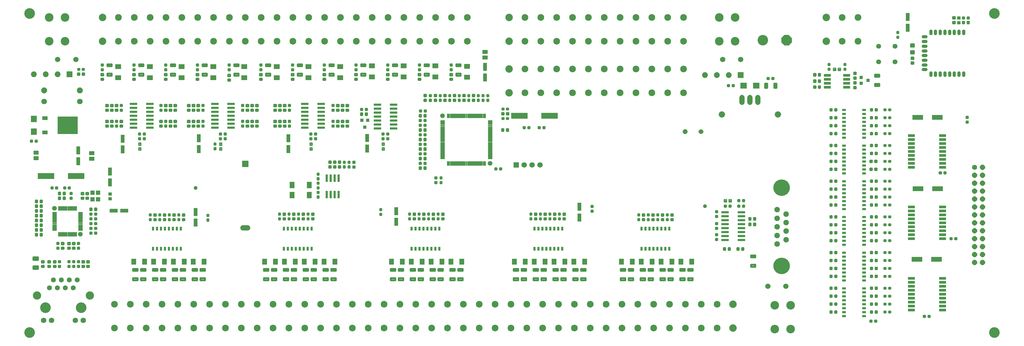
<source format=gts>
G75*
%MOIN*%
%OFA0B0*%
%FSLAX25Y25*%
%IPPOS*%
%LPD*%
%AMOC8*
5,1,8,0,0,1.08239X$1,22.5*
%
%ADD10C,0.01914*%
%ADD11OC8,0.13200*%
%ADD12C,0.13200*%
%ADD13OC8,0.07100*%
%ADD14C,0.07100*%
%ADD15C,0.02281*%
%ADD16C,0.08477*%
%ADD17C,0.09400*%
%ADD18R,0.06800X0.06800*%
%ADD19C,0.06800*%
%ADD20C,0.06400*%
%ADD21OC8,0.06400*%
%ADD22R,0.05918X0.07493*%
%ADD23R,0.03871X0.03871*%
%ADD24R,0.07493X0.05918*%
%ADD25R,0.07493X0.07887*%
%ADD26R,0.13792X0.05918*%
%ADD27C,0.01050*%
%ADD28C,0.05906*%
%ADD29R,0.03162X0.09461*%
%ADD30C,0.06800*%
%ADD31R,0.09461X0.03162*%
%ADD32R,0.08800X0.03400*%
%ADD33C,0.01075*%
%ADD34C,0.01200*%
%ADD35R,0.05524X0.05524*%
%ADD36C,0.02291*%
%ADD37R,0.04737X0.02769*%
%ADD38R,0.02769X0.04737*%
%ADD39C,0.02368*%
%ADD40C,0.02109*%
%ADD41C,0.03950*%
%ADD42OC8,0.06800*%
%ADD43C,0.20800*%
%ADD44C,0.10800*%
%ADD45R,0.05918X0.08280*%
%ADD46R,0.20800X0.07800*%
%ADD47C,0.10426*%
%ADD48C,0.13398*%
%ADD49C,0.06304*%
%ADD50C,0.06824*%
%ADD51R,0.25209X0.22060*%
%ADD52R,0.07099X0.04737*%
%ADD53R,0.07296X0.07296*%
%ADD54C,0.07296*%
%ADD55R,0.07887X0.07493*%
%ADD56OC8,0.06000*%
%ADD57C,0.06000*%
%ADD58R,0.08400X0.08400*%
%ADD59C,0.06737*%
%ADD60R,0.04737X0.09855*%
%ADD61R,0.09855X0.04737*%
%ADD62C,0.07887*%
%ADD63C,0.06146*%
%ADD64C,0.06737*%
%ADD65C,0.04762*%
D10*
X0068905Y0114710D02*
X0068905Y0116746D01*
X0070743Y0116746D01*
X0070743Y0114710D01*
X0068905Y0114710D01*
X0068905Y0116623D02*
X0070743Y0116623D01*
X0070743Y0120616D02*
X0070743Y0122652D01*
X0070743Y0120616D02*
X0068905Y0120616D01*
X0068905Y0122652D01*
X0070743Y0122652D01*
X0070743Y0122529D02*
X0068905Y0122529D01*
X0082743Y0122652D02*
X0082743Y0120616D01*
X0080905Y0120616D01*
X0080905Y0122652D01*
X0082743Y0122652D01*
X0082743Y0122529D02*
X0080905Y0122529D01*
X0080905Y0116746D02*
X0080905Y0114710D01*
X0080905Y0116746D02*
X0082743Y0116746D01*
X0082743Y0114710D01*
X0080905Y0114710D01*
X0080905Y0116623D02*
X0082743Y0116623D01*
X0086905Y0116746D02*
X0086905Y0114710D01*
X0086905Y0116746D02*
X0088743Y0116746D01*
X0088743Y0114710D01*
X0086905Y0114710D01*
X0086905Y0116623D02*
X0088743Y0116623D01*
X0088743Y0120616D02*
X0088743Y0122652D01*
X0088743Y0120616D02*
X0086905Y0120616D01*
X0086905Y0122652D01*
X0088743Y0122652D01*
X0088743Y0122529D02*
X0086905Y0122529D01*
X0094743Y0122652D02*
X0094743Y0120616D01*
X0092905Y0120616D01*
X0092905Y0122652D01*
X0094743Y0122652D01*
X0094743Y0122529D02*
X0092905Y0122529D01*
X0092905Y0116746D02*
X0092905Y0114710D01*
X0092905Y0116746D02*
X0094743Y0116746D01*
X0094743Y0114710D01*
X0092905Y0114710D01*
X0092905Y0116623D02*
X0094743Y0116623D01*
X0092905Y0137710D02*
X0092905Y0139746D01*
X0094743Y0139746D01*
X0094743Y0137710D01*
X0092905Y0137710D01*
X0092905Y0139623D02*
X0094743Y0139623D01*
X0094743Y0143616D02*
X0094743Y0145652D01*
X0094743Y0143616D02*
X0092905Y0143616D01*
X0092905Y0145652D01*
X0094743Y0145652D01*
X0094743Y0145529D02*
X0092905Y0145529D01*
X0068743Y0145652D02*
X0068743Y0143616D01*
X0066905Y0143616D01*
X0066905Y0145652D01*
X0068743Y0145652D01*
X0068743Y0145529D02*
X0066905Y0145529D01*
X0066905Y0139746D02*
X0066905Y0137710D01*
X0066905Y0139746D02*
X0068743Y0139746D01*
X0068743Y0137710D01*
X0066905Y0137710D01*
X0066905Y0139623D02*
X0068743Y0139623D01*
X0108491Y0158600D02*
X0110527Y0158600D01*
X0110527Y0156762D01*
X0108491Y0156762D01*
X0108491Y0158600D01*
X0108491Y0164600D02*
X0110527Y0164600D01*
X0110527Y0162762D01*
X0108491Y0162762D01*
X0108491Y0164600D01*
X0108491Y0170600D02*
X0110527Y0170600D01*
X0110527Y0168762D01*
X0108491Y0168762D01*
X0108491Y0170600D01*
X0108491Y0176600D02*
X0110527Y0176600D01*
X0110527Y0174762D01*
X0108491Y0174762D01*
X0108491Y0176600D01*
X0108491Y0182600D02*
X0110527Y0182600D01*
X0110527Y0180762D01*
X0108491Y0180762D01*
X0108491Y0182600D01*
X0114397Y0180762D02*
X0116433Y0180762D01*
X0114397Y0180762D02*
X0114397Y0182600D01*
X0116433Y0182600D01*
X0116433Y0180762D01*
X0116433Y0174762D02*
X0114397Y0174762D01*
X0114397Y0176600D01*
X0116433Y0176600D01*
X0116433Y0174762D01*
X0116433Y0168762D02*
X0114397Y0168762D01*
X0114397Y0170600D01*
X0116433Y0170600D01*
X0116433Y0168762D01*
X0116433Y0162762D02*
X0114397Y0162762D01*
X0114397Y0164600D01*
X0116433Y0164600D01*
X0116433Y0162762D01*
X0116433Y0156762D02*
X0114397Y0156762D01*
X0114397Y0158600D01*
X0116433Y0158600D01*
X0116433Y0156762D01*
X0183405Y0173710D02*
X0183405Y0175746D01*
X0185243Y0175746D01*
X0185243Y0173710D01*
X0183405Y0173710D01*
X0183405Y0175623D02*
X0185243Y0175623D01*
X0185243Y0179616D02*
X0185243Y0181652D01*
X0185243Y0179616D02*
X0183405Y0179616D01*
X0183405Y0181652D01*
X0185243Y0181652D01*
X0185243Y0181529D02*
X0183405Y0181529D01*
X0197243Y0181652D02*
X0197243Y0179616D01*
X0195405Y0179616D01*
X0195405Y0181652D01*
X0197243Y0181652D01*
X0197243Y0181529D02*
X0195405Y0181529D01*
X0195405Y0175746D02*
X0195405Y0173710D01*
X0195405Y0175746D02*
X0197243Y0175746D01*
X0197243Y0173710D01*
X0195405Y0173710D01*
X0195405Y0175623D02*
X0197243Y0175623D01*
X0207405Y0175746D02*
X0207405Y0173710D01*
X0207405Y0175746D02*
X0209243Y0175746D01*
X0209243Y0173710D01*
X0207405Y0173710D01*
X0207405Y0175623D02*
X0209243Y0175623D01*
X0209243Y0179616D02*
X0209243Y0181652D01*
X0209243Y0179616D02*
X0207405Y0179616D01*
X0207405Y0181652D01*
X0209243Y0181652D01*
X0209243Y0181529D02*
X0207405Y0181529D01*
X0221243Y0181652D02*
X0221243Y0179616D01*
X0219405Y0179616D01*
X0219405Y0181652D01*
X0221243Y0181652D01*
X0221243Y0181529D02*
X0219405Y0181529D01*
X0219405Y0175746D02*
X0219405Y0173710D01*
X0219405Y0175746D02*
X0221243Y0175746D01*
X0221243Y0173710D01*
X0219405Y0173710D01*
X0219405Y0175623D02*
X0221243Y0175623D01*
X0256043Y0175246D02*
X0256043Y0173210D01*
X0256043Y0175246D02*
X0257881Y0175246D01*
X0257881Y0173210D01*
X0256043Y0173210D01*
X0256043Y0175123D02*
X0257881Y0175123D01*
X0257881Y0179116D02*
X0257881Y0181152D01*
X0257881Y0179116D02*
X0256043Y0179116D01*
X0256043Y0181152D01*
X0257881Y0181152D01*
X0257881Y0181029D02*
X0256043Y0181029D01*
X0348243Y0180616D02*
X0348243Y0182652D01*
X0348243Y0180616D02*
X0346405Y0180616D01*
X0346405Y0182652D01*
X0348243Y0182652D01*
X0348243Y0182529D02*
X0346405Y0182529D01*
X0346405Y0176746D02*
X0346405Y0174710D01*
X0346405Y0176746D02*
X0348243Y0176746D01*
X0348243Y0174710D01*
X0346405Y0174710D01*
X0346405Y0176623D02*
X0348243Y0176623D01*
X0358405Y0176746D02*
X0358405Y0174710D01*
X0358405Y0176746D02*
X0360243Y0176746D01*
X0360243Y0174710D01*
X0358405Y0174710D01*
X0358405Y0176623D02*
X0360243Y0176623D01*
X0360243Y0180616D02*
X0360243Y0182652D01*
X0360243Y0180616D02*
X0358405Y0180616D01*
X0358405Y0182652D01*
X0360243Y0182652D01*
X0360243Y0182529D02*
X0358405Y0182529D01*
X0372243Y0182652D02*
X0372243Y0180616D01*
X0370405Y0180616D01*
X0370405Y0182652D01*
X0372243Y0182652D01*
X0372243Y0182529D02*
X0370405Y0182529D01*
X0370405Y0176746D02*
X0370405Y0174710D01*
X0370405Y0176746D02*
X0372243Y0176746D01*
X0372243Y0174710D01*
X0370405Y0174710D01*
X0370405Y0176623D02*
X0372243Y0176623D01*
X0382405Y0176746D02*
X0382405Y0174710D01*
X0382405Y0176746D02*
X0384243Y0176746D01*
X0384243Y0174710D01*
X0382405Y0174710D01*
X0382405Y0176623D02*
X0384243Y0176623D01*
X0384243Y0180616D02*
X0384243Y0182652D01*
X0384243Y0180616D02*
X0382405Y0180616D01*
X0382405Y0182652D01*
X0384243Y0182652D01*
X0384243Y0182529D02*
X0382405Y0182529D01*
X0395043Y0202210D02*
X0395043Y0204246D01*
X0396881Y0204246D01*
X0396881Y0202210D01*
X0395043Y0202210D01*
X0395043Y0204123D02*
X0396881Y0204123D01*
X0396881Y0208116D02*
X0396881Y0210152D01*
X0396881Y0208116D02*
X0395043Y0208116D01*
X0395043Y0210152D01*
X0396881Y0210152D01*
X0396881Y0210029D02*
X0395043Y0210029D01*
X0395043Y0213710D02*
X0395043Y0215746D01*
X0396881Y0215746D01*
X0396881Y0213710D01*
X0395043Y0213710D01*
X0395043Y0215623D02*
X0396881Y0215623D01*
X0396881Y0219616D02*
X0396881Y0221652D01*
X0396881Y0219616D02*
X0395043Y0219616D01*
X0395043Y0221652D01*
X0396881Y0221652D01*
X0396881Y0221529D02*
X0395043Y0221529D01*
X0395043Y0225210D02*
X0395043Y0227246D01*
X0396881Y0227246D01*
X0396881Y0225210D01*
X0395043Y0225210D01*
X0395043Y0227123D02*
X0396881Y0227123D01*
X0396881Y0231116D02*
X0396881Y0233152D01*
X0396881Y0231116D02*
X0395043Y0231116D01*
X0395043Y0233152D01*
X0396881Y0233152D01*
X0396881Y0233029D02*
X0395043Y0233029D01*
X0428043Y0240210D02*
X0428043Y0242246D01*
X0429881Y0242246D01*
X0429881Y0240210D01*
X0428043Y0240210D01*
X0428043Y0242123D02*
X0429881Y0242123D01*
X0429881Y0246116D02*
X0429881Y0248152D01*
X0429881Y0246116D02*
X0428043Y0246116D01*
X0428043Y0248152D01*
X0429881Y0248152D01*
X0429881Y0248029D02*
X0428043Y0248029D01*
X0435881Y0248152D02*
X0435881Y0246116D01*
X0434043Y0246116D01*
X0434043Y0248152D01*
X0435881Y0248152D01*
X0435881Y0248029D02*
X0434043Y0248029D01*
X0434043Y0242246D02*
X0434043Y0240210D01*
X0434043Y0242246D02*
X0435881Y0242246D01*
X0435881Y0240210D01*
X0434043Y0240210D01*
X0434043Y0242123D02*
X0435881Y0242123D01*
X0523853Y0246600D02*
X0525889Y0246600D01*
X0525889Y0244762D01*
X0523853Y0244762D01*
X0523853Y0246600D01*
X0529759Y0244762D02*
X0531795Y0244762D01*
X0529759Y0244762D02*
X0529759Y0246600D01*
X0531795Y0246600D01*
X0531795Y0244762D01*
X0531795Y0256762D02*
X0529759Y0256762D01*
X0529759Y0258600D01*
X0531795Y0258600D01*
X0531795Y0256762D01*
X0525889Y0258600D02*
X0523853Y0258600D01*
X0525889Y0258600D02*
X0525889Y0256762D01*
X0523853Y0256762D01*
X0523853Y0258600D01*
X0523853Y0270600D02*
X0525889Y0270600D01*
X0525889Y0268762D01*
X0523853Y0268762D01*
X0523853Y0270600D01*
X0529759Y0268762D02*
X0531795Y0268762D01*
X0529759Y0268762D02*
X0529759Y0270600D01*
X0531795Y0270600D01*
X0531795Y0268762D01*
X0531795Y0280762D02*
X0529759Y0280762D01*
X0529759Y0282600D01*
X0531795Y0282600D01*
X0531795Y0280762D01*
X0525889Y0282600D02*
X0523853Y0282600D01*
X0525889Y0282600D02*
X0525889Y0280762D01*
X0523853Y0280762D01*
X0523853Y0282600D01*
X0523853Y0294600D02*
X0525889Y0294600D01*
X0525889Y0292762D01*
X0523853Y0292762D01*
X0523853Y0294600D01*
X0523853Y0300600D02*
X0525889Y0300600D01*
X0525889Y0298762D01*
X0523853Y0298762D01*
X0523853Y0300600D01*
X0529759Y0298762D02*
X0531795Y0298762D01*
X0529759Y0298762D02*
X0529759Y0300600D01*
X0531795Y0300600D01*
X0531795Y0298762D01*
X0531795Y0292762D02*
X0529759Y0292762D01*
X0529759Y0294600D01*
X0531795Y0294600D01*
X0531795Y0292762D01*
X0532070Y0310762D02*
X0530034Y0310762D01*
X0530034Y0312600D01*
X0532070Y0312600D01*
X0532070Y0310762D01*
X0526165Y0312600D02*
X0524129Y0312600D01*
X0526165Y0312600D02*
X0526165Y0310762D01*
X0524129Y0310762D01*
X0524129Y0312600D01*
X0536543Y0324210D02*
X0536543Y0326246D01*
X0538381Y0326246D01*
X0538381Y0324210D01*
X0536543Y0324210D01*
X0536543Y0326123D02*
X0538381Y0326123D01*
X0549043Y0326246D02*
X0549043Y0324210D01*
X0549043Y0326246D02*
X0550881Y0326246D01*
X0550881Y0324210D01*
X0549043Y0324210D01*
X0549043Y0326123D02*
X0550881Y0326123D01*
X0561043Y0326246D02*
X0561043Y0324210D01*
X0561043Y0326246D02*
X0562881Y0326246D01*
X0562881Y0324210D01*
X0561043Y0324210D01*
X0561043Y0326123D02*
X0562881Y0326123D01*
X0573043Y0326246D02*
X0573043Y0324210D01*
X0573043Y0326246D02*
X0574881Y0326246D01*
X0574881Y0324210D01*
X0573043Y0324210D01*
X0573043Y0326123D02*
X0574881Y0326123D01*
X0585043Y0326246D02*
X0585043Y0324210D01*
X0585043Y0326246D02*
X0586881Y0326246D01*
X0586881Y0324210D01*
X0585043Y0324210D01*
X0585043Y0326123D02*
X0586881Y0326123D01*
X0597043Y0326246D02*
X0597043Y0324210D01*
X0597043Y0326246D02*
X0598881Y0326246D01*
X0598881Y0324210D01*
X0597043Y0324210D01*
X0597043Y0326123D02*
X0598881Y0326123D01*
X0603043Y0326246D02*
X0603043Y0324210D01*
X0603043Y0326246D02*
X0604881Y0326246D01*
X0604881Y0324210D01*
X0603043Y0324210D01*
X0603043Y0326123D02*
X0604881Y0326123D01*
X0609043Y0326246D02*
X0609043Y0324210D01*
X0609043Y0326246D02*
X0610881Y0326246D01*
X0610881Y0324210D01*
X0609043Y0324210D01*
X0609043Y0326123D02*
X0610881Y0326123D01*
X0610881Y0330116D02*
X0610881Y0332152D01*
X0610881Y0330116D02*
X0609043Y0330116D01*
X0609043Y0332152D01*
X0610881Y0332152D01*
X0610881Y0332029D02*
X0609043Y0332029D01*
X0604881Y0332152D02*
X0604881Y0330116D01*
X0603043Y0330116D01*
X0603043Y0332152D01*
X0604881Y0332152D01*
X0604881Y0332029D02*
X0603043Y0332029D01*
X0598881Y0332152D02*
X0598881Y0330116D01*
X0597043Y0330116D01*
X0597043Y0332152D01*
X0598881Y0332152D01*
X0598881Y0332029D02*
X0597043Y0332029D01*
X0586881Y0332152D02*
X0586881Y0330116D01*
X0585043Y0330116D01*
X0585043Y0332152D01*
X0586881Y0332152D01*
X0586881Y0332029D02*
X0585043Y0332029D01*
X0574881Y0332152D02*
X0574881Y0330116D01*
X0573043Y0330116D01*
X0573043Y0332152D01*
X0574881Y0332152D01*
X0574881Y0332029D02*
X0573043Y0332029D01*
X0562881Y0332152D02*
X0562881Y0330116D01*
X0561043Y0330116D01*
X0561043Y0332152D01*
X0562881Y0332152D01*
X0562881Y0332029D02*
X0561043Y0332029D01*
X0550881Y0332152D02*
X0550881Y0330116D01*
X0549043Y0330116D01*
X0549043Y0332152D01*
X0550881Y0332152D01*
X0550881Y0332029D02*
X0549043Y0332029D01*
X0538381Y0332152D02*
X0538381Y0330116D01*
X0536543Y0330116D01*
X0536543Y0332152D01*
X0538381Y0332152D01*
X0538381Y0332029D02*
X0536543Y0332029D01*
X0522905Y0362710D02*
X0522905Y0364746D01*
X0524743Y0364746D01*
X0524743Y0362710D01*
X0522905Y0362710D01*
X0522905Y0364623D02*
X0524743Y0364623D01*
X0524743Y0368616D02*
X0524743Y0370652D01*
X0524743Y0368616D02*
X0522905Y0368616D01*
X0522905Y0370652D01*
X0524743Y0370652D01*
X0524743Y0370529D02*
X0522905Y0370529D01*
X0564743Y0370652D02*
X0564743Y0368616D01*
X0562905Y0368616D01*
X0562905Y0370652D01*
X0564743Y0370652D01*
X0564743Y0370529D02*
X0562905Y0370529D01*
X0562905Y0364746D02*
X0562905Y0362710D01*
X0562905Y0364746D02*
X0564743Y0364746D01*
X0564743Y0362710D01*
X0562905Y0362710D01*
X0562905Y0364623D02*
X0564743Y0364623D01*
X0482905Y0364746D02*
X0482905Y0362710D01*
X0482905Y0364746D02*
X0484743Y0364746D01*
X0484743Y0362710D01*
X0482905Y0362710D01*
X0482905Y0364623D02*
X0484743Y0364623D01*
X0484743Y0368616D02*
X0484743Y0370652D01*
X0484743Y0368616D02*
X0482905Y0368616D01*
X0482905Y0370652D01*
X0484743Y0370652D01*
X0484743Y0370529D02*
X0482905Y0370529D01*
X0444743Y0370652D02*
X0444743Y0368616D01*
X0442905Y0368616D01*
X0442905Y0370652D01*
X0444743Y0370652D01*
X0444743Y0370529D02*
X0442905Y0370529D01*
X0442905Y0364746D02*
X0442905Y0362710D01*
X0442905Y0364746D02*
X0444743Y0364746D01*
X0444743Y0362710D01*
X0442905Y0362710D01*
X0442905Y0364623D02*
X0444743Y0364623D01*
X0402905Y0364746D02*
X0402905Y0362710D01*
X0402905Y0364746D02*
X0404743Y0364746D01*
X0404743Y0362710D01*
X0402905Y0362710D01*
X0402905Y0364623D02*
X0404743Y0364623D01*
X0404743Y0368616D02*
X0404743Y0370652D01*
X0404743Y0368616D02*
X0402905Y0368616D01*
X0402905Y0370652D01*
X0404743Y0370652D01*
X0404743Y0370529D02*
X0402905Y0370529D01*
X0364743Y0370652D02*
X0364743Y0368616D01*
X0362905Y0368616D01*
X0362905Y0370652D01*
X0364743Y0370652D01*
X0364743Y0370529D02*
X0362905Y0370529D01*
X0362905Y0364746D02*
X0362905Y0362710D01*
X0362905Y0364746D02*
X0364743Y0364746D01*
X0364743Y0362710D01*
X0362905Y0362710D01*
X0362905Y0364623D02*
X0364743Y0364623D01*
X0322905Y0364746D02*
X0322905Y0362710D01*
X0322905Y0364746D02*
X0324743Y0364746D01*
X0324743Y0362710D01*
X0322905Y0362710D01*
X0322905Y0364623D02*
X0324743Y0364623D01*
X0324743Y0368616D02*
X0324743Y0370652D01*
X0324743Y0368616D02*
X0322905Y0368616D01*
X0322905Y0370652D01*
X0324743Y0370652D01*
X0324743Y0370529D02*
X0322905Y0370529D01*
X0284743Y0370652D02*
X0284743Y0368616D01*
X0282905Y0368616D01*
X0282905Y0370652D01*
X0284743Y0370652D01*
X0284743Y0370529D02*
X0282905Y0370529D01*
X0282905Y0364746D02*
X0282905Y0362710D01*
X0282905Y0364746D02*
X0284743Y0364746D01*
X0284743Y0362710D01*
X0282905Y0362710D01*
X0282905Y0364623D02*
X0284743Y0364623D01*
X0242905Y0364746D02*
X0242905Y0362710D01*
X0242905Y0364746D02*
X0244743Y0364746D01*
X0244743Y0362710D01*
X0242905Y0362710D01*
X0242905Y0364623D02*
X0244743Y0364623D01*
X0244743Y0368616D02*
X0244743Y0370652D01*
X0244743Y0368616D02*
X0242905Y0368616D01*
X0242905Y0370652D01*
X0244743Y0370652D01*
X0244743Y0370529D02*
X0242905Y0370529D01*
X0204743Y0370652D02*
X0204743Y0368616D01*
X0202905Y0368616D01*
X0202905Y0370652D01*
X0204743Y0370652D01*
X0204743Y0370529D02*
X0202905Y0370529D01*
X0202905Y0364746D02*
X0202905Y0362710D01*
X0202905Y0364746D02*
X0204743Y0364746D01*
X0204743Y0362710D01*
X0202905Y0362710D01*
X0202905Y0364623D02*
X0204743Y0364623D01*
X0162905Y0364746D02*
X0162905Y0362710D01*
X0162905Y0364746D02*
X0164743Y0364746D01*
X0164743Y0362710D01*
X0162905Y0362710D01*
X0162905Y0364623D02*
X0164743Y0364623D01*
X0164743Y0368616D02*
X0164743Y0370652D01*
X0164743Y0368616D02*
X0162905Y0368616D01*
X0162905Y0370652D01*
X0164743Y0370652D01*
X0164743Y0370529D02*
X0162905Y0370529D01*
X0124743Y0370652D02*
X0124743Y0368616D01*
X0122905Y0368616D01*
X0122905Y0370652D01*
X0124743Y0370652D01*
X0124743Y0370529D02*
X0122905Y0370529D01*
X0122905Y0364746D02*
X0122905Y0362710D01*
X0122905Y0364746D02*
X0124743Y0364746D01*
X0124743Y0362710D01*
X0122905Y0362710D01*
X0122905Y0364623D02*
X0124743Y0364623D01*
X0100933Y0363262D02*
X0098897Y0363262D01*
X0098897Y0365100D01*
X0100933Y0365100D01*
X0100933Y0363262D01*
X0095027Y0365100D02*
X0092991Y0365100D01*
X0095027Y0365100D02*
X0095027Y0363262D01*
X0092991Y0363262D01*
X0092991Y0365100D01*
X0148743Y0319652D02*
X0148743Y0317616D01*
X0146905Y0317616D01*
X0146905Y0319652D01*
X0148743Y0319652D01*
X0148743Y0319529D02*
X0146905Y0319529D01*
X0146905Y0313746D02*
X0146905Y0311710D01*
X0146905Y0313746D02*
X0148743Y0313746D01*
X0148743Y0311710D01*
X0146905Y0311710D01*
X0146905Y0313623D02*
X0148743Y0313623D01*
X0142743Y0299652D02*
X0142743Y0297616D01*
X0140905Y0297616D01*
X0140905Y0299652D01*
X0142743Y0299652D01*
X0142743Y0299529D02*
X0140905Y0299529D01*
X0140905Y0293746D02*
X0140905Y0291710D01*
X0140905Y0293746D02*
X0142743Y0293746D01*
X0142743Y0291710D01*
X0140905Y0291710D01*
X0140905Y0293623D02*
X0142743Y0293623D01*
X0169853Y0283600D02*
X0171889Y0283600D01*
X0171889Y0281762D01*
X0169853Y0281762D01*
X0169853Y0283600D01*
X0175759Y0281762D02*
X0177795Y0281762D01*
X0175759Y0281762D02*
X0175759Y0283600D01*
X0177795Y0283600D01*
X0177795Y0281762D01*
X0177795Y0275762D02*
X0175759Y0275762D01*
X0175759Y0277600D01*
X0177795Y0277600D01*
X0177795Y0275762D01*
X0171889Y0277600D02*
X0169853Y0277600D01*
X0171889Y0277600D02*
X0171889Y0275762D01*
X0169853Y0275762D01*
X0169853Y0277600D01*
X0202905Y0291710D02*
X0202905Y0293746D01*
X0204743Y0293746D01*
X0204743Y0291710D01*
X0202905Y0291710D01*
X0202905Y0293623D02*
X0204743Y0293623D01*
X0204743Y0297616D02*
X0204743Y0299652D01*
X0204743Y0297616D02*
X0202905Y0297616D01*
X0202905Y0299652D01*
X0204743Y0299652D01*
X0204743Y0299529D02*
X0202905Y0299529D01*
X0196905Y0311710D02*
X0196905Y0313746D01*
X0198743Y0313746D01*
X0198743Y0311710D01*
X0196905Y0311710D01*
X0196905Y0313623D02*
X0198743Y0313623D01*
X0198743Y0317616D02*
X0198743Y0319652D01*
X0198743Y0317616D02*
X0196905Y0317616D01*
X0196905Y0319652D01*
X0198743Y0319652D01*
X0198743Y0319529D02*
X0196905Y0319529D01*
X0251743Y0319652D02*
X0251743Y0317616D01*
X0249905Y0317616D01*
X0249905Y0319652D01*
X0251743Y0319652D01*
X0251743Y0319529D02*
X0249905Y0319529D01*
X0249905Y0313746D02*
X0249905Y0311710D01*
X0249905Y0313746D02*
X0251743Y0313746D01*
X0251743Y0311710D01*
X0249905Y0311710D01*
X0249905Y0313623D02*
X0251743Y0313623D01*
X0251743Y0299652D02*
X0251743Y0297616D01*
X0249905Y0297616D01*
X0249905Y0299652D01*
X0251743Y0299652D01*
X0251743Y0299529D02*
X0249905Y0299529D01*
X0249905Y0293746D02*
X0249905Y0291710D01*
X0249905Y0293746D02*
X0251743Y0293746D01*
X0251743Y0291710D01*
X0249905Y0291710D01*
X0249905Y0293623D02*
X0251743Y0293623D01*
X0271853Y0283600D02*
X0273889Y0283600D01*
X0273889Y0281762D01*
X0271853Y0281762D01*
X0271853Y0283600D01*
X0277759Y0281762D02*
X0279795Y0281762D01*
X0277759Y0281762D02*
X0277759Y0283600D01*
X0279795Y0283600D01*
X0279795Y0281762D01*
X0279795Y0275762D02*
X0277759Y0275762D01*
X0277759Y0277600D01*
X0279795Y0277600D01*
X0279795Y0275762D01*
X0273889Y0277600D02*
X0271853Y0277600D01*
X0273889Y0277600D02*
X0273889Y0275762D01*
X0271853Y0275762D01*
X0271853Y0277600D01*
X0266881Y0271152D02*
X0266881Y0269116D01*
X0265043Y0269116D01*
X0265043Y0271152D01*
X0266881Y0271152D01*
X0266881Y0271029D02*
X0265043Y0271029D01*
X0265043Y0265246D02*
X0265043Y0263210D01*
X0265043Y0265246D02*
X0266881Y0265246D01*
X0266881Y0263210D01*
X0265043Y0263210D01*
X0265043Y0265123D02*
X0266881Y0265123D01*
X0299905Y0291710D02*
X0299905Y0293746D01*
X0301743Y0293746D01*
X0301743Y0291710D01*
X0299905Y0291710D01*
X0299905Y0293623D02*
X0301743Y0293623D01*
X0301743Y0297616D02*
X0301743Y0299652D01*
X0301743Y0297616D02*
X0299905Y0297616D01*
X0299905Y0299652D01*
X0301743Y0299652D01*
X0301743Y0299529D02*
X0299905Y0299529D01*
X0299905Y0311710D02*
X0299905Y0313746D01*
X0301743Y0313746D01*
X0301743Y0311710D01*
X0299905Y0311710D01*
X0299905Y0313623D02*
X0301743Y0313623D01*
X0301743Y0317616D02*
X0301743Y0319652D01*
X0301743Y0317616D02*
X0299905Y0317616D01*
X0299905Y0319652D01*
X0301743Y0319652D01*
X0301743Y0319529D02*
X0299905Y0319529D01*
X0360743Y0319652D02*
X0360743Y0317616D01*
X0358905Y0317616D01*
X0358905Y0319652D01*
X0360743Y0319652D01*
X0360743Y0319529D02*
X0358905Y0319529D01*
X0358905Y0313746D02*
X0358905Y0311710D01*
X0358905Y0313746D02*
X0360743Y0313746D01*
X0360743Y0311710D01*
X0358905Y0311710D01*
X0358905Y0313623D02*
X0360743Y0313623D01*
X0360743Y0299652D02*
X0360743Y0297616D01*
X0358905Y0297616D01*
X0358905Y0299652D01*
X0360743Y0299652D01*
X0360743Y0299529D02*
X0358905Y0299529D01*
X0358905Y0293746D02*
X0358905Y0291710D01*
X0358905Y0293746D02*
X0360743Y0293746D01*
X0360743Y0291710D01*
X0358905Y0291710D01*
X0358905Y0293623D02*
X0360743Y0293623D01*
X0385853Y0283600D02*
X0387889Y0283600D01*
X0387889Y0281762D01*
X0385853Y0281762D01*
X0385853Y0283600D01*
X0391759Y0281762D02*
X0393795Y0281762D01*
X0391759Y0281762D02*
X0391759Y0283600D01*
X0393795Y0283600D01*
X0393795Y0281762D01*
X0393795Y0275762D02*
X0391759Y0275762D01*
X0391759Y0277600D01*
X0393795Y0277600D01*
X0393795Y0275762D01*
X0387889Y0277600D02*
X0385853Y0277600D01*
X0387889Y0277600D02*
X0387889Y0275762D01*
X0385853Y0275762D01*
X0385853Y0277600D01*
X0413905Y0291710D02*
X0413905Y0293746D01*
X0415743Y0293746D01*
X0415743Y0291710D01*
X0413905Y0291710D01*
X0413905Y0293623D02*
X0415743Y0293623D01*
X0415743Y0297616D02*
X0415743Y0299652D01*
X0415743Y0297616D02*
X0413905Y0297616D01*
X0413905Y0299652D01*
X0415743Y0299652D01*
X0415743Y0299529D02*
X0413905Y0299529D01*
X0413905Y0311710D02*
X0413905Y0313746D01*
X0415743Y0313746D01*
X0415743Y0311710D01*
X0413905Y0311710D01*
X0413905Y0313623D02*
X0415743Y0313623D01*
X0415743Y0317616D02*
X0415743Y0319652D01*
X0415743Y0317616D02*
X0413905Y0317616D01*
X0413905Y0319652D01*
X0415743Y0319652D01*
X0415743Y0319529D02*
X0413905Y0319529D01*
X0449853Y0314600D02*
X0451889Y0314600D01*
X0451889Y0312762D01*
X0449853Y0312762D01*
X0449853Y0314600D01*
X0455759Y0312762D02*
X0457795Y0312762D01*
X0455759Y0312762D02*
X0455759Y0314600D01*
X0457795Y0314600D01*
X0457795Y0312762D01*
X0476853Y0283600D02*
X0478889Y0283600D01*
X0478889Y0281762D01*
X0476853Y0281762D01*
X0476853Y0283600D01*
X0482759Y0281762D02*
X0484795Y0281762D01*
X0482759Y0281762D02*
X0482759Y0283600D01*
X0484795Y0283600D01*
X0484795Y0281762D01*
X0484795Y0275762D02*
X0482759Y0275762D01*
X0482759Y0277600D01*
X0484795Y0277600D01*
X0484795Y0275762D01*
X0478889Y0277600D02*
X0476853Y0277600D01*
X0478889Y0277600D02*
X0478889Y0275762D01*
X0476853Y0275762D01*
X0476853Y0277600D01*
X0545381Y0228290D02*
X0545381Y0226254D01*
X0543543Y0226254D01*
X0543543Y0228290D01*
X0545381Y0228290D01*
X0545381Y0228167D02*
X0543543Y0228167D01*
X0543543Y0222384D02*
X0543543Y0220348D01*
X0543543Y0222384D02*
X0545381Y0222384D01*
X0545381Y0220348D01*
X0543543Y0220348D01*
X0543543Y0222261D02*
X0545381Y0222261D01*
X0550043Y0222384D02*
X0550043Y0220348D01*
X0550043Y0222384D02*
X0551881Y0222384D01*
X0551881Y0220348D01*
X0550043Y0220348D01*
X0550043Y0222261D02*
X0551881Y0222261D01*
X0551881Y0226254D02*
X0551881Y0228290D01*
X0551881Y0226254D02*
X0550043Y0226254D01*
X0550043Y0228290D01*
X0551881Y0228290D01*
X0551881Y0228167D02*
X0550043Y0228167D01*
X0619129Y0239600D02*
X0621165Y0239600D01*
X0621165Y0237762D01*
X0619129Y0237762D01*
X0619129Y0239600D01*
X0625034Y0237762D02*
X0627070Y0237762D01*
X0625034Y0237762D02*
X0625034Y0239600D01*
X0627070Y0239600D01*
X0627070Y0237762D01*
X0742381Y0192290D02*
X0742381Y0190254D01*
X0740543Y0190254D01*
X0740543Y0192290D01*
X0742381Y0192290D01*
X0742381Y0192167D02*
X0740543Y0192167D01*
X0740543Y0186384D02*
X0740543Y0184348D01*
X0740543Y0186384D02*
X0742381Y0186384D01*
X0742381Y0184348D01*
X0740543Y0184348D01*
X0740543Y0186261D02*
X0742381Y0186261D01*
X0701243Y0182652D02*
X0701243Y0180616D01*
X0699405Y0180616D01*
X0699405Y0182652D01*
X0701243Y0182652D01*
X0701243Y0182529D02*
X0699405Y0182529D01*
X0699405Y0176746D02*
X0699405Y0174710D01*
X0699405Y0176746D02*
X0701243Y0176746D01*
X0701243Y0174710D01*
X0699405Y0174710D01*
X0699405Y0176623D02*
X0701243Y0176623D01*
X0687405Y0176746D02*
X0687405Y0174710D01*
X0687405Y0176746D02*
X0689243Y0176746D01*
X0689243Y0174710D01*
X0687405Y0174710D01*
X0687405Y0176623D02*
X0689243Y0176623D01*
X0689243Y0180616D02*
X0689243Y0182652D01*
X0689243Y0180616D02*
X0687405Y0180616D01*
X0687405Y0182652D01*
X0689243Y0182652D01*
X0689243Y0182529D02*
X0687405Y0182529D01*
X0677243Y0182652D02*
X0677243Y0180616D01*
X0675405Y0180616D01*
X0675405Y0182652D01*
X0677243Y0182652D01*
X0677243Y0182529D02*
X0675405Y0182529D01*
X0675405Y0176746D02*
X0675405Y0174710D01*
X0675405Y0176746D02*
X0677243Y0176746D01*
X0677243Y0174710D01*
X0675405Y0174710D01*
X0675405Y0176623D02*
X0677243Y0176623D01*
X0663405Y0176746D02*
X0663405Y0174710D01*
X0663405Y0176746D02*
X0665243Y0176746D01*
X0665243Y0174710D01*
X0663405Y0174710D01*
X0663405Y0176623D02*
X0665243Y0176623D01*
X0665243Y0180616D02*
X0665243Y0182652D01*
X0665243Y0180616D02*
X0663405Y0180616D01*
X0663405Y0182652D01*
X0665243Y0182652D01*
X0665243Y0182529D02*
X0663405Y0182529D01*
X0548243Y0182652D02*
X0548243Y0180616D01*
X0546405Y0180616D01*
X0546405Y0182652D01*
X0548243Y0182652D01*
X0548243Y0182529D02*
X0546405Y0182529D01*
X0546405Y0176746D02*
X0546405Y0174710D01*
X0546405Y0176746D02*
X0548243Y0176746D01*
X0548243Y0174710D01*
X0546405Y0174710D01*
X0546405Y0176623D02*
X0548243Y0176623D01*
X0534405Y0176746D02*
X0534405Y0174710D01*
X0534405Y0176746D02*
X0536243Y0176746D01*
X0536243Y0174710D01*
X0534405Y0174710D01*
X0534405Y0176623D02*
X0536243Y0176623D01*
X0536243Y0180616D02*
X0536243Y0182652D01*
X0536243Y0180616D02*
X0534405Y0180616D01*
X0534405Y0182652D01*
X0536243Y0182652D01*
X0536243Y0182529D02*
X0534405Y0182529D01*
X0524243Y0182652D02*
X0524243Y0180616D01*
X0522405Y0180616D01*
X0522405Y0182652D01*
X0524243Y0182652D01*
X0524243Y0182529D02*
X0522405Y0182529D01*
X0522405Y0176746D02*
X0522405Y0174710D01*
X0522405Y0176746D02*
X0524243Y0176746D01*
X0524243Y0174710D01*
X0522405Y0174710D01*
X0522405Y0176623D02*
X0524243Y0176623D01*
X0510405Y0176746D02*
X0510405Y0174710D01*
X0510405Y0176746D02*
X0512243Y0176746D01*
X0512243Y0174710D01*
X0510405Y0174710D01*
X0510405Y0176623D02*
X0512243Y0176623D01*
X0512243Y0180616D02*
X0512243Y0182652D01*
X0512243Y0180616D02*
X0510405Y0180616D01*
X0510405Y0182652D01*
X0512243Y0182652D01*
X0512243Y0182529D02*
X0510405Y0182529D01*
X0474043Y0182384D02*
X0474043Y0180348D01*
X0474043Y0182384D02*
X0475881Y0182384D01*
X0475881Y0180348D01*
X0474043Y0180348D01*
X0474043Y0182261D02*
X0475881Y0182261D01*
X0475881Y0186254D02*
X0475881Y0188290D01*
X0475881Y0186254D02*
X0474043Y0186254D01*
X0474043Y0188290D01*
X0475881Y0188290D01*
X0475881Y0188167D02*
X0474043Y0188167D01*
X0654853Y0291600D02*
X0656889Y0291600D01*
X0656889Y0289762D01*
X0654853Y0289762D01*
X0654853Y0291600D01*
X0660759Y0289762D02*
X0662795Y0289762D01*
X0660759Y0289762D02*
X0660759Y0291600D01*
X0662795Y0291600D01*
X0662795Y0289762D01*
X0673853Y0291600D02*
X0675889Y0291600D01*
X0675889Y0289762D01*
X0673853Y0289762D01*
X0673853Y0291600D01*
X0679759Y0289762D02*
X0681795Y0289762D01*
X0679759Y0289762D02*
X0679759Y0291600D01*
X0681795Y0291600D01*
X0681795Y0289762D01*
X0635933Y0301262D02*
X0633897Y0301262D01*
X0633897Y0303100D01*
X0635933Y0303100D01*
X0635933Y0301262D01*
X0630027Y0303100D02*
X0627991Y0303100D01*
X0630027Y0303100D02*
X0630027Y0301262D01*
X0627991Y0301262D01*
X0627991Y0303100D01*
X0627991Y0315100D02*
X0630027Y0315100D01*
X0630027Y0313262D01*
X0627991Y0313262D01*
X0627991Y0315100D01*
X0633897Y0313262D02*
X0635933Y0313262D01*
X0633897Y0313262D02*
X0633897Y0315100D01*
X0635933Y0315100D01*
X0635933Y0313262D01*
X0912491Y0344600D02*
X0914527Y0344600D01*
X0914527Y0342762D01*
X0912491Y0342762D01*
X0912491Y0344600D01*
X0918397Y0342762D02*
X0920433Y0342762D01*
X0918397Y0342762D02*
X0918397Y0344600D01*
X0920433Y0344600D01*
X0920433Y0342762D01*
X0962491Y0353600D02*
X0964527Y0353600D01*
X0964527Y0351762D01*
X0962491Y0351762D01*
X0962491Y0353600D01*
X0968397Y0351762D02*
X0970433Y0351762D01*
X0968397Y0351762D02*
X0968397Y0353600D01*
X0970433Y0353600D01*
X0970433Y0351762D01*
X1039350Y0363388D02*
X1039350Y0365424D01*
X1041188Y0365424D01*
X1041188Y0363388D01*
X1039350Y0363388D01*
X1039350Y0365301D02*
X1041188Y0365301D01*
X1041188Y0369293D02*
X1041188Y0371329D01*
X1041188Y0369293D02*
X1039350Y0369293D01*
X1039350Y0371329D01*
X1041188Y0371329D01*
X1041188Y0371206D02*
X1039350Y0371206D01*
X1061188Y0371329D02*
X1061188Y0369293D01*
X1059350Y0369293D01*
X1059350Y0371329D01*
X1061188Y0371329D01*
X1061188Y0371206D02*
X1059350Y0371206D01*
X1059350Y0365424D02*
X1059350Y0363388D01*
X1059350Y0365424D02*
X1061188Y0365424D01*
X1061188Y0363388D01*
X1059350Y0363388D01*
X1059350Y0365301D02*
X1061188Y0365301D01*
X1126043Y0403710D02*
X1126043Y0405746D01*
X1127881Y0405746D01*
X1127881Y0403710D01*
X1126043Y0403710D01*
X1126043Y0405623D02*
X1127881Y0405623D01*
X1127881Y0409616D02*
X1127881Y0411652D01*
X1127881Y0409616D02*
X1126043Y0409616D01*
X1126043Y0411652D01*
X1127881Y0411652D01*
X1127881Y0411529D02*
X1126043Y0411529D01*
X1208905Y0422210D02*
X1208905Y0424246D01*
X1210743Y0424246D01*
X1210743Y0422210D01*
X1208905Y0422210D01*
X1208905Y0424123D02*
X1210743Y0424123D01*
X1210743Y0428116D02*
X1210743Y0430152D01*
X1210743Y0428116D02*
X1208905Y0428116D01*
X1208905Y0430152D01*
X1210743Y0430152D01*
X1210743Y0430029D02*
X1208905Y0430029D01*
X1216743Y0430152D02*
X1216743Y0428116D01*
X1214905Y0428116D01*
X1214905Y0430152D01*
X1216743Y0430152D01*
X1216743Y0430029D02*
X1214905Y0430029D01*
X1214905Y0424246D02*
X1214905Y0422210D01*
X1214905Y0424246D02*
X1216743Y0424246D01*
X1216743Y0422210D01*
X1214905Y0422210D01*
X1214905Y0424123D02*
X1216743Y0424123D01*
X1117795Y0312262D02*
X1115759Y0312262D01*
X1115759Y0314100D01*
X1117795Y0314100D01*
X1117795Y0312262D01*
X1111889Y0314100D02*
X1109853Y0314100D01*
X1111889Y0314100D02*
X1111889Y0312262D01*
X1109853Y0312262D01*
X1109853Y0314100D01*
X1109853Y0304100D02*
X1111889Y0304100D01*
X1111889Y0302262D01*
X1109853Y0302262D01*
X1109853Y0304100D01*
X1115759Y0302262D02*
X1117795Y0302262D01*
X1115759Y0302262D02*
X1115759Y0304100D01*
X1117795Y0304100D01*
X1117795Y0302262D01*
X1117795Y0292262D02*
X1115759Y0292262D01*
X1115759Y0294100D01*
X1117795Y0294100D01*
X1117795Y0292262D01*
X1111889Y0294100D02*
X1109853Y0294100D01*
X1111889Y0294100D02*
X1111889Y0292262D01*
X1109853Y0292262D01*
X1109853Y0294100D01*
X1109853Y0284100D02*
X1111889Y0284100D01*
X1111889Y0282262D01*
X1109853Y0282262D01*
X1109853Y0284100D01*
X1115759Y0282262D02*
X1117795Y0282262D01*
X1115759Y0282262D02*
X1115759Y0284100D01*
X1117795Y0284100D01*
X1117795Y0282262D01*
X1117795Y0267262D02*
X1115759Y0267262D01*
X1115759Y0269100D01*
X1117795Y0269100D01*
X1117795Y0267262D01*
X1111889Y0269100D02*
X1109853Y0269100D01*
X1111889Y0269100D02*
X1111889Y0267262D01*
X1109853Y0267262D01*
X1109853Y0269100D01*
X1109853Y0259100D02*
X1111889Y0259100D01*
X1111889Y0257262D01*
X1109853Y0257262D01*
X1109853Y0259100D01*
X1115759Y0257262D02*
X1117795Y0257262D01*
X1115759Y0257262D02*
X1115759Y0259100D01*
X1117795Y0259100D01*
X1117795Y0257262D01*
X1117795Y0247262D02*
X1115759Y0247262D01*
X1115759Y0249100D01*
X1117795Y0249100D01*
X1117795Y0247262D01*
X1111889Y0249100D02*
X1109853Y0249100D01*
X1111889Y0249100D02*
X1111889Y0247262D01*
X1109853Y0247262D01*
X1109853Y0249100D01*
X1109853Y0239100D02*
X1111889Y0239100D01*
X1111889Y0237262D01*
X1109853Y0237262D01*
X1109853Y0239100D01*
X1115759Y0237262D02*
X1117795Y0237262D01*
X1115759Y0237262D02*
X1115759Y0239100D01*
X1117795Y0239100D01*
X1117795Y0237262D01*
X1117795Y0222262D02*
X1115759Y0222262D01*
X1115759Y0224100D01*
X1117795Y0224100D01*
X1117795Y0222262D01*
X1111889Y0224100D02*
X1109853Y0224100D01*
X1111889Y0224100D02*
X1111889Y0222262D01*
X1109853Y0222262D01*
X1109853Y0224100D01*
X1109853Y0214100D02*
X1111889Y0214100D01*
X1111889Y0212262D01*
X1109853Y0212262D01*
X1109853Y0214100D01*
X1115759Y0212262D02*
X1117795Y0212262D01*
X1115759Y0212262D02*
X1115759Y0214100D01*
X1117795Y0214100D01*
X1117795Y0212262D01*
X1117795Y0202262D02*
X1115759Y0202262D01*
X1115759Y0204100D01*
X1117795Y0204100D01*
X1117795Y0202262D01*
X1111889Y0204100D02*
X1109853Y0204100D01*
X1111889Y0204100D02*
X1111889Y0202262D01*
X1109853Y0202262D01*
X1109853Y0204100D01*
X1109853Y0194100D02*
X1111889Y0194100D01*
X1111889Y0192262D01*
X1109853Y0192262D01*
X1109853Y0194100D01*
X1115759Y0192262D02*
X1117795Y0192262D01*
X1115759Y0192262D02*
X1115759Y0194100D01*
X1117795Y0194100D01*
X1117795Y0192262D01*
X1117795Y0177262D02*
X1115759Y0177262D01*
X1115759Y0179100D01*
X1117795Y0179100D01*
X1117795Y0177262D01*
X1111889Y0179100D02*
X1109853Y0179100D01*
X1111889Y0179100D02*
X1111889Y0177262D01*
X1109853Y0177262D01*
X1109853Y0179100D01*
X1109853Y0169100D02*
X1111889Y0169100D01*
X1111889Y0167262D01*
X1109853Y0167262D01*
X1109853Y0169100D01*
X1115759Y0167262D02*
X1117795Y0167262D01*
X1115759Y0167262D02*
X1115759Y0169100D01*
X1117795Y0169100D01*
X1117795Y0167262D01*
X1117795Y0157262D02*
X1115759Y0157262D01*
X1115759Y0159100D01*
X1117795Y0159100D01*
X1117795Y0157262D01*
X1111889Y0159100D02*
X1109853Y0159100D01*
X1111889Y0159100D02*
X1111889Y0157262D01*
X1109853Y0157262D01*
X1109853Y0159100D01*
X1109853Y0149100D02*
X1111889Y0149100D01*
X1111889Y0147262D01*
X1109853Y0147262D01*
X1109853Y0149100D01*
X1115759Y0147262D02*
X1117795Y0147262D01*
X1115759Y0147262D02*
X1115759Y0149100D01*
X1117795Y0149100D01*
X1117795Y0147262D01*
X1117795Y0132262D02*
X1115759Y0132262D01*
X1115759Y0134100D01*
X1117795Y0134100D01*
X1117795Y0132262D01*
X1111889Y0134100D02*
X1109853Y0134100D01*
X1111889Y0134100D02*
X1111889Y0132262D01*
X1109853Y0132262D01*
X1109853Y0134100D01*
X1109853Y0124100D02*
X1111889Y0124100D01*
X1111889Y0122262D01*
X1109853Y0122262D01*
X1109853Y0124100D01*
X1115759Y0122262D02*
X1117795Y0122262D01*
X1115759Y0122262D02*
X1115759Y0124100D01*
X1117795Y0124100D01*
X1117795Y0122262D01*
X1117795Y0112262D02*
X1115759Y0112262D01*
X1115759Y0114100D01*
X1117795Y0114100D01*
X1117795Y0112262D01*
X1111889Y0114100D02*
X1109853Y0114100D01*
X1111889Y0114100D02*
X1111889Y0112262D01*
X1109853Y0112262D01*
X1109853Y0114100D01*
X1109853Y0104100D02*
X1111889Y0104100D01*
X1111889Y0102262D01*
X1109853Y0102262D01*
X1109853Y0104100D01*
X1115759Y0102262D02*
X1117795Y0102262D01*
X1115759Y0102262D02*
X1115759Y0104100D01*
X1117795Y0104100D01*
X1117795Y0102262D01*
X1117795Y0087262D02*
X1115759Y0087262D01*
X1115759Y0089100D01*
X1117795Y0089100D01*
X1117795Y0087262D01*
X1111889Y0089100D02*
X1109853Y0089100D01*
X1111889Y0089100D02*
X1111889Y0087262D01*
X1109853Y0087262D01*
X1109853Y0089100D01*
X1109853Y0079100D02*
X1111889Y0079100D01*
X1111889Y0077262D01*
X1109853Y0077262D01*
X1109853Y0079100D01*
X1115759Y0077262D02*
X1117795Y0077262D01*
X1115759Y0077262D02*
X1115759Y0079100D01*
X1117795Y0079100D01*
X1117795Y0077262D01*
X1117795Y0067262D02*
X1115759Y0067262D01*
X1115759Y0069100D01*
X1117795Y0069100D01*
X1117795Y0067262D01*
X1111889Y0069100D02*
X1109853Y0069100D01*
X1111889Y0069100D02*
X1111889Y0067262D01*
X1109853Y0067262D01*
X1109853Y0069100D01*
X1109853Y0059100D02*
X1111889Y0059100D01*
X1111889Y0057262D01*
X1109853Y0057262D01*
X1109853Y0059100D01*
X1115759Y0057262D02*
X1117795Y0057262D01*
X1115759Y0057262D02*
X1115759Y0059100D01*
X1117795Y0059100D01*
X1117795Y0057262D01*
X1100070Y0045762D02*
X1098034Y0045762D01*
X1098034Y0047600D01*
X1100070Y0047600D01*
X1100070Y0045762D01*
X1094165Y0047600D02*
X1092129Y0047600D01*
X1094165Y0047600D02*
X1094165Y0045762D01*
X1092129Y0045762D01*
X1092129Y0047600D01*
X1159491Y0053600D02*
X1161527Y0053600D01*
X1161527Y0051762D01*
X1159491Y0051762D01*
X1159491Y0053600D01*
X1165397Y0051762D02*
X1167433Y0051762D01*
X1165397Y0051762D02*
X1165397Y0053600D01*
X1167433Y0053600D01*
X1167433Y0051762D01*
X1193129Y0151600D02*
X1195165Y0151600D01*
X1195165Y0149762D01*
X1193129Y0149762D01*
X1193129Y0151600D01*
X1199034Y0149762D02*
X1201070Y0149762D01*
X1199034Y0149762D02*
X1199034Y0151600D01*
X1201070Y0151600D01*
X1201070Y0149762D01*
X1187570Y0232762D02*
X1185534Y0232762D01*
X1185534Y0234600D01*
X1187570Y0234600D01*
X1187570Y0232762D01*
X1181665Y0234600D02*
X1179629Y0234600D01*
X1181665Y0234600D02*
X1181665Y0232762D01*
X1179629Y0232762D01*
X1179629Y0234600D01*
X1213543Y0296710D02*
X1213543Y0298746D01*
X1215381Y0298746D01*
X1215381Y0296710D01*
X1213543Y0296710D01*
X1213543Y0298623D02*
X1215381Y0298623D01*
X1215381Y0302616D02*
X1215381Y0304652D01*
X1215381Y0302616D02*
X1213543Y0302616D01*
X1213543Y0304652D01*
X1215381Y0304652D01*
X1215381Y0304529D02*
X1213543Y0304529D01*
X0933433Y0197762D02*
X0931397Y0197762D01*
X0931397Y0199600D01*
X0933433Y0199600D01*
X0933433Y0197762D01*
X0927527Y0199600D02*
X0925491Y0199600D01*
X0927527Y0199600D02*
X0927527Y0197762D01*
X0925491Y0197762D01*
X0925491Y0199600D01*
X0925491Y0192600D02*
X0927527Y0192600D01*
X0927527Y0190762D01*
X0925491Y0190762D01*
X0925491Y0192600D01*
X0931397Y0190762D02*
X0933433Y0190762D01*
X0931397Y0190762D02*
X0931397Y0192600D01*
X0933433Y0192600D01*
X0933433Y0190762D01*
X0916433Y0190762D02*
X0914397Y0190762D01*
X0914397Y0192600D01*
X0916433Y0192600D01*
X0916433Y0190762D01*
X0910527Y0192600D02*
X0908491Y0192600D01*
X0910527Y0192600D02*
X0910527Y0190762D01*
X0908491Y0190762D01*
X0908491Y0192600D01*
X0899381Y0185652D02*
X0899381Y0183616D01*
X0897543Y0183616D01*
X0897543Y0185652D01*
X0899381Y0185652D01*
X0899381Y0185529D02*
X0897543Y0185529D01*
X0897543Y0179746D02*
X0897543Y0177710D01*
X0897543Y0179746D02*
X0899381Y0179746D01*
X0899381Y0177710D01*
X0897543Y0177710D01*
X0897543Y0179623D02*
X0899381Y0179623D01*
X0899381Y0170652D02*
X0899381Y0168616D01*
X0897543Y0168616D01*
X0897543Y0170652D01*
X0899381Y0170652D01*
X0899381Y0170529D02*
X0897543Y0170529D01*
X0897543Y0164746D02*
X0897543Y0162710D01*
X0897543Y0164746D02*
X0899381Y0164746D01*
X0899381Y0162710D01*
X0897543Y0162710D01*
X0897543Y0164623D02*
X0899381Y0164623D01*
X0899381Y0156652D02*
X0899381Y0154616D01*
X0897543Y0154616D01*
X0897543Y0156652D01*
X0899381Y0156652D01*
X0899381Y0156529D02*
X0897543Y0156529D01*
X0897543Y0150746D02*
X0897543Y0148710D01*
X0897543Y0150746D02*
X0899381Y0150746D01*
X0899381Y0148710D01*
X0897543Y0148710D01*
X0897543Y0150623D02*
X0899381Y0150623D01*
X0835405Y0173710D02*
X0835405Y0175746D01*
X0837243Y0175746D01*
X0837243Y0173710D01*
X0835405Y0173710D01*
X0835405Y0175623D02*
X0837243Y0175623D01*
X0837243Y0179616D02*
X0837243Y0181652D01*
X0837243Y0179616D02*
X0835405Y0179616D01*
X0835405Y0181652D01*
X0837243Y0181652D01*
X0837243Y0181529D02*
X0835405Y0181529D01*
X0825243Y0181652D02*
X0825243Y0179616D01*
X0823405Y0179616D01*
X0823405Y0181652D01*
X0825243Y0181652D01*
X0825243Y0181529D02*
X0823405Y0181529D01*
X0823405Y0175746D02*
X0823405Y0173710D01*
X0823405Y0175746D02*
X0825243Y0175746D01*
X0825243Y0173710D01*
X0823405Y0173710D01*
X0823405Y0175623D02*
X0825243Y0175623D01*
X0811405Y0175746D02*
X0811405Y0173710D01*
X0811405Y0175746D02*
X0813243Y0175746D01*
X0813243Y0173710D01*
X0811405Y0173710D01*
X0811405Y0175623D02*
X0813243Y0175623D01*
X0813243Y0179616D02*
X0813243Y0181652D01*
X0813243Y0179616D02*
X0811405Y0179616D01*
X0811405Y0181652D01*
X0813243Y0181652D01*
X0813243Y0181529D02*
X0811405Y0181529D01*
X0801243Y0181652D02*
X0801243Y0179616D01*
X0799405Y0179616D01*
X0799405Y0181652D01*
X0801243Y0181652D01*
X0801243Y0181529D02*
X0799405Y0181529D01*
X0799405Y0175746D02*
X0799405Y0173710D01*
X0799405Y0175746D02*
X0801243Y0175746D01*
X0801243Y0173710D01*
X0799405Y0173710D01*
X0799405Y0175623D02*
X0801243Y0175623D01*
X0083543Y0200710D02*
X0083543Y0202746D01*
X0085381Y0202746D01*
X0085381Y0200710D01*
X0083543Y0200710D01*
X0083543Y0202623D02*
X0085381Y0202623D01*
X0085381Y0206616D02*
X0085381Y0208652D01*
X0085381Y0206616D02*
X0083543Y0206616D01*
X0083543Y0208652D01*
X0085381Y0208652D01*
X0085381Y0208529D02*
X0083543Y0208529D01*
X0083295Y0213762D02*
X0081259Y0213762D01*
X0081259Y0215600D01*
X0083295Y0215600D01*
X0083295Y0213762D01*
X0077389Y0215600D02*
X0075353Y0215600D01*
X0077389Y0215600D02*
X0077389Y0213762D01*
X0075353Y0213762D01*
X0075353Y0215600D01*
X0067295Y0213762D02*
X0065259Y0213762D01*
X0065259Y0215600D01*
X0067295Y0215600D01*
X0067295Y0213762D01*
X0061389Y0215600D02*
X0059353Y0215600D01*
X0061389Y0215600D02*
X0061389Y0213762D01*
X0059353Y0213762D01*
X0059353Y0215600D01*
X0041433Y0272762D02*
X0039397Y0272762D01*
X0039397Y0274600D01*
X0041433Y0274600D01*
X0041433Y0272762D01*
X0035527Y0274600D02*
X0033491Y0274600D01*
X0035527Y0274600D02*
X0035527Y0272762D01*
X0033491Y0272762D01*
X0033491Y0274600D01*
D11*
X0986962Y0401181D03*
D12*
X0956962Y0401181D03*
D13*
X0095462Y0337681D03*
X0050462Y0337681D03*
D14*
X0050462Y0323681D03*
X0095462Y0323681D03*
D15*
X0042493Y0127323D02*
X0042493Y0124039D01*
X0036809Y0124039D01*
X0036809Y0127323D01*
X0042493Y0127323D01*
X0042493Y0126319D02*
X0036809Y0126319D01*
X0036809Y0115906D02*
X0036809Y0112622D01*
X0036809Y0115906D02*
X0042493Y0115906D01*
X0042493Y0112622D01*
X0036809Y0112622D01*
X0036809Y0114902D02*
X0042493Y0114902D01*
D16*
X0139104Y0068087D03*
X0159104Y0068087D03*
X0179104Y0068087D03*
X0199104Y0068087D03*
X0219104Y0068087D03*
X0239104Y0068087D03*
X0259104Y0068087D03*
X0279104Y0068087D03*
X0299104Y0068087D03*
X0319104Y0068087D03*
X0339104Y0068087D03*
X0359104Y0068087D03*
X0379104Y0068087D03*
X0399104Y0068087D03*
X0419104Y0068087D03*
X0439104Y0068087D03*
X0459104Y0068087D03*
X0479104Y0068087D03*
X0499104Y0068087D03*
X0519104Y0068087D03*
X0539104Y0068087D03*
X0559104Y0068087D03*
X0579104Y0068087D03*
X0599104Y0068087D03*
X0619104Y0068087D03*
X0639104Y0068087D03*
X0659104Y0068087D03*
X0679104Y0068087D03*
X0699104Y0068087D03*
X0719104Y0068087D03*
X0739104Y0068087D03*
X0759104Y0068087D03*
X0779104Y0068087D03*
X0799104Y0068087D03*
X0819104Y0068087D03*
X0839104Y0068087D03*
X0859104Y0068087D03*
X0879104Y0068087D03*
X0899104Y0068087D03*
X0899104Y0038087D03*
X0879104Y0038087D03*
X0859104Y0038087D03*
X0839104Y0038087D03*
X0819104Y0038087D03*
X0799104Y0038087D03*
X0779104Y0038087D03*
X0759104Y0038087D03*
X0739104Y0038087D03*
X0719104Y0038087D03*
X0699104Y0038087D03*
X0679104Y0038087D03*
X0659104Y0038087D03*
X0639104Y0038087D03*
X0619104Y0038087D03*
X0599104Y0038087D03*
X0579104Y0038087D03*
X0559104Y0038087D03*
X0539104Y0038087D03*
X0519104Y0038087D03*
X0499104Y0038087D03*
X0479104Y0038087D03*
X0459104Y0038087D03*
X0439104Y0038087D03*
X0419104Y0038087D03*
X0399104Y0038087D03*
X0379104Y0038087D03*
X0359104Y0038087D03*
X0339104Y0038087D03*
X0319104Y0038087D03*
X0299104Y0038087D03*
X0279104Y0038087D03*
X0259104Y0038087D03*
X0239104Y0038087D03*
X0219104Y0038087D03*
X0199104Y0038087D03*
X0179104Y0038087D03*
X0159104Y0038087D03*
X0139104Y0038087D03*
X0656682Y0334776D03*
X0676682Y0334776D03*
X0696682Y0334776D03*
X0716682Y0334776D03*
X0736682Y0334776D03*
X0756682Y0334776D03*
X0776682Y0334776D03*
X0796682Y0334776D03*
X0816682Y0334776D03*
X0836682Y0334776D03*
X0856682Y0334776D03*
X0856682Y0364776D03*
X0836682Y0364776D03*
X0816682Y0364776D03*
X0796682Y0364776D03*
X0776682Y0364776D03*
X0756682Y0364776D03*
X0736682Y0364776D03*
X0716682Y0364776D03*
X0696682Y0364776D03*
X0676682Y0364776D03*
X0656682Y0364776D03*
X0656682Y0399776D03*
X0676682Y0399776D03*
X0696682Y0399776D03*
X0716682Y0399776D03*
X0736682Y0399776D03*
X0756682Y0399776D03*
X0776682Y0399776D03*
X0796682Y0399776D03*
X0816682Y0399776D03*
X0836682Y0399776D03*
X0856682Y0399776D03*
X0856682Y0429776D03*
X0836682Y0429776D03*
X0816682Y0429776D03*
X0796682Y0429776D03*
X0776682Y0429776D03*
X0756682Y0429776D03*
X0736682Y0429776D03*
X0716682Y0429776D03*
X0696682Y0429776D03*
X0676682Y0429776D03*
X0656682Y0429776D03*
X0584044Y0429776D03*
X0564044Y0429776D03*
X0544044Y0429776D03*
X0524044Y0429776D03*
X0504044Y0429776D03*
X0484044Y0429776D03*
X0464044Y0429776D03*
X0444044Y0429776D03*
X0424044Y0429776D03*
X0404044Y0429776D03*
X0384044Y0429776D03*
X0364044Y0429776D03*
X0344044Y0429776D03*
X0324044Y0429776D03*
X0304044Y0429776D03*
X0284044Y0429776D03*
X0264044Y0429776D03*
X0244044Y0429776D03*
X0224044Y0429776D03*
X0204044Y0429776D03*
X0184044Y0429776D03*
X0164044Y0429776D03*
X0144044Y0429776D03*
X0144044Y0399776D03*
X0164044Y0399776D03*
X0184044Y0399776D03*
X0204044Y0399776D03*
X0224044Y0399776D03*
X0244044Y0399776D03*
X0264044Y0399776D03*
X0284044Y0399776D03*
X0304044Y0399776D03*
X0324044Y0399776D03*
X0344044Y0399776D03*
X0364044Y0399776D03*
X0384044Y0399776D03*
X0404044Y0399776D03*
X0424044Y0399776D03*
X0444044Y0399776D03*
X0464044Y0399776D03*
X0484044Y0399776D03*
X0504044Y0399776D03*
X0524044Y0399776D03*
X0544044Y0399776D03*
X0564044Y0399776D03*
X0584044Y0399776D03*
X1056682Y0399776D03*
X1076682Y0399776D03*
X1076682Y0429776D03*
X1056682Y0429776D03*
D17*
X1036682Y0429776D03*
X1036682Y0399776D03*
X0636682Y0399776D03*
X0636682Y0429776D03*
X0636682Y0364776D03*
X0636682Y0334776D03*
X0124044Y0399776D03*
X0124044Y0429776D03*
X0919104Y0068087D03*
X0919104Y0038087D03*
D18*
X0645824Y0243681D03*
D19*
X0655824Y0243681D03*
X0665824Y0243681D03*
X0675824Y0243681D03*
D20*
X1223824Y0240681D03*
D21*
X1233824Y0240681D03*
X1233824Y0230681D03*
X1223824Y0230681D03*
X1223824Y0220681D03*
X1233824Y0220681D03*
X1233824Y0210681D03*
X1223824Y0210681D03*
X1223824Y0200681D03*
X1233824Y0200681D03*
X1233824Y0190681D03*
X1223824Y0190681D03*
X1223824Y0180681D03*
X1233824Y0180681D03*
X1233824Y0170681D03*
X1223824Y0170681D03*
X1223824Y0160681D03*
X1233824Y0160681D03*
X1233824Y0150681D03*
X1223824Y0150681D03*
X1223824Y0140681D03*
X1233824Y0140681D03*
X1233824Y0130681D03*
X1223824Y0130681D03*
X1223824Y0120681D03*
X1233824Y0120681D03*
D22*
X0867214Y0121681D03*
X0853434Y0121681D03*
X0842214Y0121681D03*
X0828434Y0121681D03*
X0817214Y0121681D03*
X0803434Y0121681D03*
X0792214Y0121681D03*
X0778434Y0121681D03*
X0732214Y0121681D03*
X0718434Y0121681D03*
X0707214Y0121681D03*
X0693434Y0121681D03*
X0682214Y0121681D03*
X0668434Y0121681D03*
X0657214Y0121681D03*
X0643434Y0121681D03*
X0577214Y0121681D03*
X0563434Y0121681D03*
X0552214Y0121681D03*
X0538434Y0121681D03*
X0527214Y0121681D03*
X0513434Y0121681D03*
X0502214Y0121681D03*
X0488434Y0121681D03*
X0417214Y0121681D03*
X0403434Y0121681D03*
X0392214Y0121681D03*
X0378434Y0121681D03*
X0367214Y0121681D03*
X0353434Y0121681D03*
X0342214Y0121681D03*
X0328434Y0121681D03*
X0252214Y0121681D03*
X0238434Y0121681D03*
X0227214Y0121681D03*
X0213434Y0121681D03*
X0202214Y0121681D03*
X0188434Y0121681D03*
X0177214Y0121681D03*
X0163434Y0121681D03*
D23*
X0454824Y0291350D03*
X0451084Y0300012D03*
X0458564Y0300012D03*
X1080954Y0346748D03*
X1089615Y0350488D03*
X1080954Y0354228D03*
D24*
X0583824Y0354291D03*
X0583824Y0368071D03*
X0543824Y0368571D03*
X0543824Y0354791D03*
X0503824Y0354791D03*
X0503824Y0368571D03*
X0463824Y0368571D03*
X0463824Y0354791D03*
X0423824Y0353791D03*
X0423824Y0367571D03*
X0383824Y0367571D03*
X0383824Y0353791D03*
X0343824Y0353791D03*
X0343824Y0367571D03*
X0302824Y0367571D03*
X0302824Y0353791D03*
X0263824Y0353791D03*
X0263824Y0367571D03*
X0223824Y0367571D03*
X0223824Y0353791D03*
X0183824Y0353791D03*
X0183824Y0367571D03*
X0143824Y0367571D03*
X0143824Y0353791D03*
D25*
X0037462Y0301752D03*
X0037462Y0285610D03*
D26*
X1152159Y0303681D03*
X1176765Y0303681D03*
X1177127Y0213681D03*
X1152521Y0213681D03*
X1151159Y0124681D03*
X1175765Y0124681D03*
D27*
X0615218Y0251594D02*
X0610508Y0251594D01*
X0610508Y0252524D01*
X0615218Y0252524D01*
X0615218Y0251594D01*
X0615218Y0253563D02*
X0610508Y0253563D01*
X0610508Y0254493D01*
X0615218Y0254493D01*
X0615218Y0253563D01*
X0615218Y0255531D02*
X0610508Y0255531D01*
X0610508Y0256461D01*
X0615218Y0256461D01*
X0615218Y0255531D01*
X0615218Y0257500D02*
X0610508Y0257500D01*
X0610508Y0258430D01*
X0615218Y0258430D01*
X0615218Y0257500D01*
X0615218Y0259468D02*
X0610508Y0259468D01*
X0610508Y0260398D01*
X0615218Y0260398D01*
X0615218Y0259468D01*
X0615218Y0261437D02*
X0610508Y0261437D01*
X0610508Y0262367D01*
X0615218Y0262367D01*
X0615218Y0261437D01*
X0615218Y0263405D02*
X0610508Y0263405D01*
X0610508Y0264335D01*
X0615218Y0264335D01*
X0615218Y0263405D01*
X0615218Y0265374D02*
X0610508Y0265374D01*
X0610508Y0266304D01*
X0615218Y0266304D01*
X0615218Y0265374D01*
X0615218Y0267342D02*
X0610508Y0267342D01*
X0610508Y0268272D01*
X0615218Y0268272D01*
X0615218Y0267342D01*
X0615218Y0269311D02*
X0610508Y0269311D01*
X0610508Y0270241D01*
X0615218Y0270241D01*
X0615218Y0269311D01*
X0615218Y0271279D02*
X0610508Y0271279D01*
X0610508Y0272209D01*
X0615218Y0272209D01*
X0615218Y0271279D01*
X0615218Y0273248D02*
X0610508Y0273248D01*
X0610508Y0274178D01*
X0615218Y0274178D01*
X0615218Y0273248D01*
X0615218Y0275216D02*
X0610508Y0275216D01*
X0610508Y0276146D01*
X0615218Y0276146D01*
X0615218Y0275216D01*
X0615218Y0277185D02*
X0610508Y0277185D01*
X0610508Y0278115D01*
X0615218Y0278115D01*
X0615218Y0277185D01*
X0615218Y0279153D02*
X0610508Y0279153D01*
X0610508Y0280083D01*
X0615218Y0280083D01*
X0615218Y0279153D01*
X0615218Y0281122D02*
X0610508Y0281122D01*
X0610508Y0282052D01*
X0615218Y0282052D01*
X0615218Y0281122D01*
X0615218Y0283090D02*
X0610508Y0283090D01*
X0610508Y0284020D01*
X0615218Y0284020D01*
X0615218Y0283090D01*
X0615218Y0285059D02*
X0610508Y0285059D01*
X0610508Y0285989D01*
X0615218Y0285989D01*
X0615218Y0285059D01*
X0615218Y0287027D02*
X0610508Y0287027D01*
X0610508Y0287957D01*
X0615218Y0287957D01*
X0615218Y0287027D01*
X0615218Y0288996D02*
X0610508Y0288996D01*
X0610508Y0289926D01*
X0615218Y0289926D01*
X0615218Y0288996D01*
X0615218Y0290964D02*
X0610508Y0290964D01*
X0610508Y0291894D01*
X0615218Y0291894D01*
X0615218Y0290964D01*
X0615218Y0292933D02*
X0610508Y0292933D01*
X0610508Y0293863D01*
X0615218Y0293863D01*
X0615218Y0292933D01*
X0615218Y0294901D02*
X0610508Y0294901D01*
X0610508Y0295831D01*
X0615218Y0295831D01*
X0615218Y0294901D01*
X0615218Y0296870D02*
X0610508Y0296870D01*
X0610508Y0297800D01*
X0615218Y0297800D01*
X0615218Y0296870D01*
X0615218Y0298838D02*
X0610508Y0298838D01*
X0610508Y0299768D01*
X0615218Y0299768D01*
X0615218Y0298838D01*
X0606911Y0303365D02*
X0606911Y0308075D01*
X0606911Y0303365D02*
X0605981Y0303365D01*
X0605981Y0308075D01*
X0606911Y0308075D01*
X0606911Y0304414D02*
X0605981Y0304414D01*
X0605981Y0305463D02*
X0606911Y0305463D01*
X0606911Y0306512D02*
X0605981Y0306512D01*
X0605981Y0307561D02*
X0606911Y0307561D01*
X0604943Y0308075D02*
X0604943Y0303365D01*
X0604013Y0303365D01*
X0604013Y0308075D01*
X0604943Y0308075D01*
X0604943Y0304414D02*
X0604013Y0304414D01*
X0604013Y0305463D02*
X0604943Y0305463D01*
X0604943Y0306512D02*
X0604013Y0306512D01*
X0604013Y0307561D02*
X0604943Y0307561D01*
X0602974Y0308075D02*
X0602974Y0303365D01*
X0602044Y0303365D01*
X0602044Y0308075D01*
X0602974Y0308075D01*
X0602974Y0304414D02*
X0602044Y0304414D01*
X0602044Y0305463D02*
X0602974Y0305463D01*
X0602974Y0306512D02*
X0602044Y0306512D01*
X0602044Y0307561D02*
X0602974Y0307561D01*
X0601006Y0308075D02*
X0601006Y0303365D01*
X0600076Y0303365D01*
X0600076Y0308075D01*
X0601006Y0308075D01*
X0601006Y0304414D02*
X0600076Y0304414D01*
X0600076Y0305463D02*
X0601006Y0305463D01*
X0601006Y0306512D02*
X0600076Y0306512D01*
X0600076Y0307561D02*
X0601006Y0307561D01*
X0599037Y0308075D02*
X0599037Y0303365D01*
X0598107Y0303365D01*
X0598107Y0308075D01*
X0599037Y0308075D01*
X0599037Y0304414D02*
X0598107Y0304414D01*
X0598107Y0305463D02*
X0599037Y0305463D01*
X0599037Y0306512D02*
X0598107Y0306512D01*
X0598107Y0307561D02*
X0599037Y0307561D01*
X0597069Y0308075D02*
X0597069Y0303365D01*
X0596139Y0303365D01*
X0596139Y0308075D01*
X0597069Y0308075D01*
X0597069Y0304414D02*
X0596139Y0304414D01*
X0596139Y0305463D02*
X0597069Y0305463D01*
X0597069Y0306512D02*
X0596139Y0306512D01*
X0596139Y0307561D02*
X0597069Y0307561D01*
X0595100Y0308075D02*
X0595100Y0303365D01*
X0594170Y0303365D01*
X0594170Y0308075D01*
X0595100Y0308075D01*
X0595100Y0304414D02*
X0594170Y0304414D01*
X0594170Y0305463D02*
X0595100Y0305463D01*
X0595100Y0306512D02*
X0594170Y0306512D01*
X0594170Y0307561D02*
X0595100Y0307561D01*
X0593132Y0308075D02*
X0593132Y0303365D01*
X0592202Y0303365D01*
X0592202Y0308075D01*
X0593132Y0308075D01*
X0593132Y0304414D02*
X0592202Y0304414D01*
X0592202Y0305463D02*
X0593132Y0305463D01*
X0593132Y0306512D02*
X0592202Y0306512D01*
X0592202Y0307561D02*
X0593132Y0307561D01*
X0591163Y0308075D02*
X0591163Y0303365D01*
X0590233Y0303365D01*
X0590233Y0308075D01*
X0591163Y0308075D01*
X0591163Y0304414D02*
X0590233Y0304414D01*
X0590233Y0305463D02*
X0591163Y0305463D01*
X0591163Y0306512D02*
X0590233Y0306512D01*
X0590233Y0307561D02*
X0591163Y0307561D01*
X0589195Y0308075D02*
X0589195Y0303365D01*
X0588265Y0303365D01*
X0588265Y0308075D01*
X0589195Y0308075D01*
X0589195Y0304414D02*
X0588265Y0304414D01*
X0588265Y0305463D02*
X0589195Y0305463D01*
X0589195Y0306512D02*
X0588265Y0306512D01*
X0588265Y0307561D02*
X0589195Y0307561D01*
X0587226Y0308075D02*
X0587226Y0303365D01*
X0586296Y0303365D01*
X0586296Y0308075D01*
X0587226Y0308075D01*
X0587226Y0304414D02*
X0586296Y0304414D01*
X0586296Y0305463D02*
X0587226Y0305463D01*
X0587226Y0306512D02*
X0586296Y0306512D01*
X0586296Y0307561D02*
X0587226Y0307561D01*
X0585258Y0308075D02*
X0585258Y0303365D01*
X0584328Y0303365D01*
X0584328Y0308075D01*
X0585258Y0308075D01*
X0585258Y0304414D02*
X0584328Y0304414D01*
X0584328Y0305463D02*
X0585258Y0305463D01*
X0585258Y0306512D02*
X0584328Y0306512D01*
X0584328Y0307561D02*
X0585258Y0307561D01*
X0583289Y0308075D02*
X0583289Y0303365D01*
X0582359Y0303365D01*
X0582359Y0308075D01*
X0583289Y0308075D01*
X0583289Y0304414D02*
X0582359Y0304414D01*
X0582359Y0305463D02*
X0583289Y0305463D01*
X0583289Y0306512D02*
X0582359Y0306512D01*
X0582359Y0307561D02*
X0583289Y0307561D01*
X0581321Y0308075D02*
X0581321Y0303365D01*
X0580391Y0303365D01*
X0580391Y0308075D01*
X0581321Y0308075D01*
X0581321Y0304414D02*
X0580391Y0304414D01*
X0580391Y0305463D02*
X0581321Y0305463D01*
X0581321Y0306512D02*
X0580391Y0306512D01*
X0580391Y0307561D02*
X0581321Y0307561D01*
X0579352Y0308075D02*
X0579352Y0303365D01*
X0578422Y0303365D01*
X0578422Y0308075D01*
X0579352Y0308075D01*
X0579352Y0304414D02*
X0578422Y0304414D01*
X0578422Y0305463D02*
X0579352Y0305463D01*
X0579352Y0306512D02*
X0578422Y0306512D01*
X0578422Y0307561D02*
X0579352Y0307561D01*
X0577384Y0308075D02*
X0577384Y0303365D01*
X0576454Y0303365D01*
X0576454Y0308075D01*
X0577384Y0308075D01*
X0577384Y0304414D02*
X0576454Y0304414D01*
X0576454Y0305463D02*
X0577384Y0305463D01*
X0577384Y0306512D02*
X0576454Y0306512D01*
X0576454Y0307561D02*
X0577384Y0307561D01*
X0575415Y0308075D02*
X0575415Y0303365D01*
X0574485Y0303365D01*
X0574485Y0308075D01*
X0575415Y0308075D01*
X0575415Y0304414D02*
X0574485Y0304414D01*
X0574485Y0305463D02*
X0575415Y0305463D01*
X0575415Y0306512D02*
X0574485Y0306512D01*
X0574485Y0307561D02*
X0575415Y0307561D01*
X0573446Y0308075D02*
X0573446Y0303365D01*
X0572516Y0303365D01*
X0572516Y0308075D01*
X0573446Y0308075D01*
X0573446Y0304414D02*
X0572516Y0304414D01*
X0572516Y0305463D02*
X0573446Y0305463D01*
X0573446Y0306512D02*
X0572516Y0306512D01*
X0572516Y0307561D02*
X0573446Y0307561D01*
X0571478Y0308075D02*
X0571478Y0303365D01*
X0570548Y0303365D01*
X0570548Y0308075D01*
X0571478Y0308075D01*
X0571478Y0304414D02*
X0570548Y0304414D01*
X0570548Y0305463D02*
X0571478Y0305463D01*
X0571478Y0306512D02*
X0570548Y0306512D01*
X0570548Y0307561D02*
X0571478Y0307561D01*
X0569509Y0308075D02*
X0569509Y0303365D01*
X0568579Y0303365D01*
X0568579Y0308075D01*
X0569509Y0308075D01*
X0569509Y0304414D02*
X0568579Y0304414D01*
X0568579Y0305463D02*
X0569509Y0305463D01*
X0569509Y0306512D02*
X0568579Y0306512D01*
X0568579Y0307561D02*
X0569509Y0307561D01*
X0567541Y0308075D02*
X0567541Y0303365D01*
X0566611Y0303365D01*
X0566611Y0308075D01*
X0567541Y0308075D01*
X0567541Y0304414D02*
X0566611Y0304414D01*
X0566611Y0305463D02*
X0567541Y0305463D01*
X0567541Y0306512D02*
X0566611Y0306512D01*
X0566611Y0307561D02*
X0567541Y0307561D01*
X0565572Y0308075D02*
X0565572Y0303365D01*
X0564642Y0303365D01*
X0564642Y0308075D01*
X0565572Y0308075D01*
X0565572Y0304414D02*
X0564642Y0304414D01*
X0564642Y0305463D02*
X0565572Y0305463D01*
X0565572Y0306512D02*
X0564642Y0306512D01*
X0564642Y0307561D02*
X0565572Y0307561D01*
X0563604Y0308075D02*
X0563604Y0303365D01*
X0562674Y0303365D01*
X0562674Y0308075D01*
X0563604Y0308075D01*
X0563604Y0304414D02*
X0562674Y0304414D01*
X0562674Y0305463D02*
X0563604Y0305463D01*
X0563604Y0306512D02*
X0562674Y0306512D01*
X0562674Y0307561D02*
X0563604Y0307561D01*
X0561635Y0308075D02*
X0561635Y0303365D01*
X0560705Y0303365D01*
X0560705Y0308075D01*
X0561635Y0308075D01*
X0561635Y0304414D02*
X0560705Y0304414D01*
X0560705Y0305463D02*
X0561635Y0305463D01*
X0561635Y0306512D02*
X0560705Y0306512D01*
X0560705Y0307561D02*
X0561635Y0307561D01*
X0559667Y0308075D02*
X0559667Y0303365D01*
X0558737Y0303365D01*
X0558737Y0308075D01*
X0559667Y0308075D01*
X0559667Y0304414D02*
X0558737Y0304414D01*
X0558737Y0305463D02*
X0559667Y0305463D01*
X0559667Y0306512D02*
X0558737Y0306512D01*
X0558737Y0307561D02*
X0559667Y0307561D01*
X0555140Y0299768D02*
X0550430Y0299768D01*
X0555140Y0299768D02*
X0555140Y0298838D01*
X0550430Y0298838D01*
X0550430Y0299768D01*
X0550430Y0297800D02*
X0555140Y0297800D01*
X0555140Y0296870D01*
X0550430Y0296870D01*
X0550430Y0297800D01*
X0550430Y0295831D02*
X0555140Y0295831D01*
X0555140Y0294901D01*
X0550430Y0294901D01*
X0550430Y0295831D01*
X0550430Y0293863D02*
X0555140Y0293863D01*
X0555140Y0292933D01*
X0550430Y0292933D01*
X0550430Y0293863D01*
X0550430Y0291894D02*
X0555140Y0291894D01*
X0555140Y0290964D01*
X0550430Y0290964D01*
X0550430Y0291894D01*
X0550430Y0289926D02*
X0555140Y0289926D01*
X0555140Y0288996D01*
X0550430Y0288996D01*
X0550430Y0289926D01*
X0550430Y0287957D02*
X0555140Y0287957D01*
X0555140Y0287027D01*
X0550430Y0287027D01*
X0550430Y0287957D01*
X0550430Y0285989D02*
X0555140Y0285989D01*
X0555140Y0285059D01*
X0550430Y0285059D01*
X0550430Y0285989D01*
X0550430Y0284020D02*
X0555140Y0284020D01*
X0555140Y0283090D01*
X0550430Y0283090D01*
X0550430Y0284020D01*
X0550430Y0282052D02*
X0555140Y0282052D01*
X0555140Y0281122D01*
X0550430Y0281122D01*
X0550430Y0282052D01*
X0550430Y0280083D02*
X0555140Y0280083D01*
X0555140Y0279153D01*
X0550430Y0279153D01*
X0550430Y0280083D01*
X0550430Y0278115D02*
X0555140Y0278115D01*
X0555140Y0277185D01*
X0550430Y0277185D01*
X0550430Y0278115D01*
X0550430Y0276146D02*
X0555140Y0276146D01*
X0555140Y0275216D01*
X0550430Y0275216D01*
X0550430Y0276146D01*
X0550430Y0274178D02*
X0555140Y0274178D01*
X0555140Y0273248D01*
X0550430Y0273248D01*
X0550430Y0274178D01*
X0550430Y0272209D02*
X0555140Y0272209D01*
X0555140Y0271279D01*
X0550430Y0271279D01*
X0550430Y0272209D01*
X0550430Y0270241D02*
X0555140Y0270241D01*
X0555140Y0269311D01*
X0550430Y0269311D01*
X0550430Y0270241D01*
X0550430Y0268272D02*
X0555140Y0268272D01*
X0555140Y0267342D01*
X0550430Y0267342D01*
X0550430Y0268272D01*
X0550430Y0266304D02*
X0555140Y0266304D01*
X0555140Y0265374D01*
X0550430Y0265374D01*
X0550430Y0266304D01*
X0550430Y0264335D02*
X0555140Y0264335D01*
X0555140Y0263405D01*
X0550430Y0263405D01*
X0550430Y0264335D01*
X0550430Y0262367D02*
X0555140Y0262367D01*
X0555140Y0261437D01*
X0550430Y0261437D01*
X0550430Y0262367D01*
X0550430Y0260398D02*
X0555140Y0260398D01*
X0555140Y0259468D01*
X0550430Y0259468D01*
X0550430Y0260398D01*
X0550430Y0258430D02*
X0555140Y0258430D01*
X0555140Y0257500D01*
X0550430Y0257500D01*
X0550430Y0258430D01*
X0550430Y0256461D02*
X0555140Y0256461D01*
X0555140Y0255531D01*
X0550430Y0255531D01*
X0550430Y0256461D01*
X0550430Y0254493D02*
X0555140Y0254493D01*
X0555140Y0253563D01*
X0550430Y0253563D01*
X0550430Y0254493D01*
X0550430Y0252524D02*
X0555140Y0252524D01*
X0555140Y0251594D01*
X0550430Y0251594D01*
X0550430Y0252524D01*
X0558737Y0247997D02*
X0558737Y0243287D01*
X0558737Y0247997D02*
X0559667Y0247997D01*
X0559667Y0243287D01*
X0558737Y0243287D01*
X0558737Y0244336D02*
X0559667Y0244336D01*
X0559667Y0245385D02*
X0558737Y0245385D01*
X0558737Y0246434D02*
X0559667Y0246434D01*
X0559667Y0247483D02*
X0558737Y0247483D01*
X0560705Y0247997D02*
X0560705Y0243287D01*
X0560705Y0247997D02*
X0561635Y0247997D01*
X0561635Y0243287D01*
X0560705Y0243287D01*
X0560705Y0244336D02*
X0561635Y0244336D01*
X0561635Y0245385D02*
X0560705Y0245385D01*
X0560705Y0246434D02*
X0561635Y0246434D01*
X0561635Y0247483D02*
X0560705Y0247483D01*
X0562674Y0247997D02*
X0562674Y0243287D01*
X0562674Y0247997D02*
X0563604Y0247997D01*
X0563604Y0243287D01*
X0562674Y0243287D01*
X0562674Y0244336D02*
X0563604Y0244336D01*
X0563604Y0245385D02*
X0562674Y0245385D01*
X0562674Y0246434D02*
X0563604Y0246434D01*
X0563604Y0247483D02*
X0562674Y0247483D01*
X0564642Y0247997D02*
X0564642Y0243287D01*
X0564642Y0247997D02*
X0565572Y0247997D01*
X0565572Y0243287D01*
X0564642Y0243287D01*
X0564642Y0244336D02*
X0565572Y0244336D01*
X0565572Y0245385D02*
X0564642Y0245385D01*
X0564642Y0246434D02*
X0565572Y0246434D01*
X0565572Y0247483D02*
X0564642Y0247483D01*
X0566611Y0247997D02*
X0566611Y0243287D01*
X0566611Y0247997D02*
X0567541Y0247997D01*
X0567541Y0243287D01*
X0566611Y0243287D01*
X0566611Y0244336D02*
X0567541Y0244336D01*
X0567541Y0245385D02*
X0566611Y0245385D01*
X0566611Y0246434D02*
X0567541Y0246434D01*
X0567541Y0247483D02*
X0566611Y0247483D01*
X0568579Y0247997D02*
X0568579Y0243287D01*
X0568579Y0247997D02*
X0569509Y0247997D01*
X0569509Y0243287D01*
X0568579Y0243287D01*
X0568579Y0244336D02*
X0569509Y0244336D01*
X0569509Y0245385D02*
X0568579Y0245385D01*
X0568579Y0246434D02*
X0569509Y0246434D01*
X0569509Y0247483D02*
X0568579Y0247483D01*
X0570548Y0247997D02*
X0570548Y0243287D01*
X0570548Y0247997D02*
X0571478Y0247997D01*
X0571478Y0243287D01*
X0570548Y0243287D01*
X0570548Y0244336D02*
X0571478Y0244336D01*
X0571478Y0245385D02*
X0570548Y0245385D01*
X0570548Y0246434D02*
X0571478Y0246434D01*
X0571478Y0247483D02*
X0570548Y0247483D01*
X0572516Y0247997D02*
X0572516Y0243287D01*
X0572516Y0247997D02*
X0573446Y0247997D01*
X0573446Y0243287D01*
X0572516Y0243287D01*
X0572516Y0244336D02*
X0573446Y0244336D01*
X0573446Y0245385D02*
X0572516Y0245385D01*
X0572516Y0246434D02*
X0573446Y0246434D01*
X0573446Y0247483D02*
X0572516Y0247483D01*
X0574485Y0247997D02*
X0574485Y0243287D01*
X0574485Y0247997D02*
X0575415Y0247997D01*
X0575415Y0243287D01*
X0574485Y0243287D01*
X0574485Y0244336D02*
X0575415Y0244336D01*
X0575415Y0245385D02*
X0574485Y0245385D01*
X0574485Y0246434D02*
X0575415Y0246434D01*
X0575415Y0247483D02*
X0574485Y0247483D01*
X0576454Y0247997D02*
X0576454Y0243287D01*
X0576454Y0247997D02*
X0577384Y0247997D01*
X0577384Y0243287D01*
X0576454Y0243287D01*
X0576454Y0244336D02*
X0577384Y0244336D01*
X0577384Y0245385D02*
X0576454Y0245385D01*
X0576454Y0246434D02*
X0577384Y0246434D01*
X0577384Y0247483D02*
X0576454Y0247483D01*
X0578422Y0247997D02*
X0578422Y0243287D01*
X0578422Y0247997D02*
X0579352Y0247997D01*
X0579352Y0243287D01*
X0578422Y0243287D01*
X0578422Y0244336D02*
X0579352Y0244336D01*
X0579352Y0245385D02*
X0578422Y0245385D01*
X0578422Y0246434D02*
X0579352Y0246434D01*
X0579352Y0247483D02*
X0578422Y0247483D01*
X0580391Y0247997D02*
X0580391Y0243287D01*
X0580391Y0247997D02*
X0581321Y0247997D01*
X0581321Y0243287D01*
X0580391Y0243287D01*
X0580391Y0244336D02*
X0581321Y0244336D01*
X0581321Y0245385D02*
X0580391Y0245385D01*
X0580391Y0246434D02*
X0581321Y0246434D01*
X0581321Y0247483D02*
X0580391Y0247483D01*
X0582359Y0247997D02*
X0582359Y0243287D01*
X0582359Y0247997D02*
X0583289Y0247997D01*
X0583289Y0243287D01*
X0582359Y0243287D01*
X0582359Y0244336D02*
X0583289Y0244336D01*
X0583289Y0245385D02*
X0582359Y0245385D01*
X0582359Y0246434D02*
X0583289Y0246434D01*
X0583289Y0247483D02*
X0582359Y0247483D01*
X0584328Y0247997D02*
X0584328Y0243287D01*
X0584328Y0247997D02*
X0585258Y0247997D01*
X0585258Y0243287D01*
X0584328Y0243287D01*
X0584328Y0244336D02*
X0585258Y0244336D01*
X0585258Y0245385D02*
X0584328Y0245385D01*
X0584328Y0246434D02*
X0585258Y0246434D01*
X0585258Y0247483D02*
X0584328Y0247483D01*
X0586296Y0247997D02*
X0586296Y0243287D01*
X0586296Y0247997D02*
X0587226Y0247997D01*
X0587226Y0243287D01*
X0586296Y0243287D01*
X0586296Y0244336D02*
X0587226Y0244336D01*
X0587226Y0245385D02*
X0586296Y0245385D01*
X0586296Y0246434D02*
X0587226Y0246434D01*
X0587226Y0247483D02*
X0586296Y0247483D01*
X0588265Y0247997D02*
X0588265Y0243287D01*
X0588265Y0247997D02*
X0589195Y0247997D01*
X0589195Y0243287D01*
X0588265Y0243287D01*
X0588265Y0244336D02*
X0589195Y0244336D01*
X0589195Y0245385D02*
X0588265Y0245385D01*
X0588265Y0246434D02*
X0589195Y0246434D01*
X0589195Y0247483D02*
X0588265Y0247483D01*
X0590233Y0247997D02*
X0590233Y0243287D01*
X0590233Y0247997D02*
X0591163Y0247997D01*
X0591163Y0243287D01*
X0590233Y0243287D01*
X0590233Y0244336D02*
X0591163Y0244336D01*
X0591163Y0245385D02*
X0590233Y0245385D01*
X0590233Y0246434D02*
X0591163Y0246434D01*
X0591163Y0247483D02*
X0590233Y0247483D01*
X0592202Y0247997D02*
X0592202Y0243287D01*
X0592202Y0247997D02*
X0593132Y0247997D01*
X0593132Y0243287D01*
X0592202Y0243287D01*
X0592202Y0244336D02*
X0593132Y0244336D01*
X0593132Y0245385D02*
X0592202Y0245385D01*
X0592202Y0246434D02*
X0593132Y0246434D01*
X0593132Y0247483D02*
X0592202Y0247483D01*
X0594170Y0247997D02*
X0594170Y0243287D01*
X0594170Y0247997D02*
X0595100Y0247997D01*
X0595100Y0243287D01*
X0594170Y0243287D01*
X0594170Y0244336D02*
X0595100Y0244336D01*
X0595100Y0245385D02*
X0594170Y0245385D01*
X0594170Y0246434D02*
X0595100Y0246434D01*
X0595100Y0247483D02*
X0594170Y0247483D01*
X0596139Y0247997D02*
X0596139Y0243287D01*
X0596139Y0247997D02*
X0597069Y0247997D01*
X0597069Y0243287D01*
X0596139Y0243287D01*
X0596139Y0244336D02*
X0597069Y0244336D01*
X0597069Y0245385D02*
X0596139Y0245385D01*
X0596139Y0246434D02*
X0597069Y0246434D01*
X0597069Y0247483D02*
X0596139Y0247483D01*
X0598107Y0247997D02*
X0598107Y0243287D01*
X0598107Y0247997D02*
X0599037Y0247997D01*
X0599037Y0243287D01*
X0598107Y0243287D01*
X0598107Y0244336D02*
X0599037Y0244336D01*
X0599037Y0245385D02*
X0598107Y0245385D01*
X0598107Y0246434D02*
X0599037Y0246434D01*
X0599037Y0247483D02*
X0598107Y0247483D01*
X0600076Y0247997D02*
X0600076Y0243287D01*
X0600076Y0247997D02*
X0601006Y0247997D01*
X0601006Y0243287D01*
X0600076Y0243287D01*
X0600076Y0244336D02*
X0601006Y0244336D01*
X0601006Y0245385D02*
X0600076Y0245385D01*
X0600076Y0246434D02*
X0601006Y0246434D01*
X0601006Y0247483D02*
X0600076Y0247483D01*
X0602044Y0247997D02*
X0602044Y0243287D01*
X0602044Y0247997D02*
X0602974Y0247997D01*
X0602974Y0243287D01*
X0602044Y0243287D01*
X0602044Y0244336D02*
X0602974Y0244336D01*
X0602974Y0245385D02*
X0602044Y0245385D01*
X0602044Y0246434D02*
X0602974Y0246434D01*
X0602974Y0247483D02*
X0602044Y0247483D01*
X0604013Y0247997D02*
X0604013Y0243287D01*
X0604013Y0247997D02*
X0604943Y0247997D01*
X0604943Y0243287D01*
X0604013Y0243287D01*
X0604013Y0244336D02*
X0604943Y0244336D01*
X0604943Y0245385D02*
X0604013Y0245385D01*
X0604013Y0246434D02*
X0604943Y0246434D01*
X0604943Y0247483D02*
X0604013Y0247483D01*
X0605981Y0247997D02*
X0605981Y0243287D01*
X0605981Y0247997D02*
X0606911Y0247997D01*
X0606911Y0243287D01*
X0605981Y0243287D01*
X0605981Y0244336D02*
X0606911Y0244336D01*
X0606911Y0245385D02*
X0605981Y0245385D01*
X0605981Y0246434D02*
X0606911Y0246434D01*
X0606911Y0247483D02*
X0605981Y0247483D01*
X0098439Y0183043D02*
X0093729Y0183043D01*
X0093729Y0183973D01*
X0098439Y0183973D01*
X0098439Y0183043D01*
X0098439Y0181074D02*
X0093729Y0181074D01*
X0093729Y0182004D01*
X0098439Y0182004D01*
X0098439Y0181074D01*
X0098439Y0179106D02*
X0093729Y0179106D01*
X0093729Y0180036D01*
X0098439Y0180036D01*
X0098439Y0179106D01*
X0098439Y0177137D02*
X0093729Y0177137D01*
X0093729Y0178067D01*
X0098439Y0178067D01*
X0098439Y0177137D01*
X0098439Y0175169D02*
X0093729Y0175169D01*
X0093729Y0176099D01*
X0098439Y0176099D01*
X0098439Y0175169D01*
X0098439Y0173200D02*
X0093729Y0173200D01*
X0093729Y0174130D01*
X0098439Y0174130D01*
X0098439Y0173200D01*
X0098439Y0171232D02*
X0093729Y0171232D01*
X0093729Y0172162D01*
X0098439Y0172162D01*
X0098439Y0171232D01*
X0098439Y0169263D02*
X0093729Y0169263D01*
X0093729Y0170193D01*
X0098439Y0170193D01*
X0098439Y0169263D01*
X0098439Y0167295D02*
X0093729Y0167295D01*
X0093729Y0168225D01*
X0098439Y0168225D01*
X0098439Y0167295D01*
X0098439Y0165326D02*
X0093729Y0165326D01*
X0093729Y0166256D01*
X0098439Y0166256D01*
X0098439Y0165326D01*
X0098439Y0163358D02*
X0093729Y0163358D01*
X0093729Y0164288D01*
X0098439Y0164288D01*
X0098439Y0163358D01*
X0098439Y0161389D02*
X0093729Y0161389D01*
X0093729Y0162319D01*
X0098439Y0162319D01*
X0098439Y0161389D01*
X0090186Y0158776D02*
X0090186Y0154066D01*
X0090186Y0158776D02*
X0091116Y0158776D01*
X0091116Y0154066D01*
X0090186Y0154066D01*
X0090186Y0155115D02*
X0091116Y0155115D01*
X0091116Y0156164D02*
X0090186Y0156164D01*
X0090186Y0157213D02*
X0091116Y0157213D01*
X0091116Y0158262D02*
X0090186Y0158262D01*
X0088217Y0158776D02*
X0088217Y0154066D01*
X0088217Y0158776D02*
X0089147Y0158776D01*
X0089147Y0154066D01*
X0088217Y0154066D01*
X0088217Y0155115D02*
X0089147Y0155115D01*
X0089147Y0156164D02*
X0088217Y0156164D01*
X0088217Y0157213D02*
X0089147Y0157213D01*
X0089147Y0158262D02*
X0088217Y0158262D01*
X0086249Y0158776D02*
X0086249Y0154066D01*
X0086249Y0158776D02*
X0087179Y0158776D01*
X0087179Y0154066D01*
X0086249Y0154066D01*
X0086249Y0155115D02*
X0087179Y0155115D01*
X0087179Y0156164D02*
X0086249Y0156164D01*
X0086249Y0157213D02*
X0087179Y0157213D01*
X0087179Y0158262D02*
X0086249Y0158262D01*
X0084280Y0158776D02*
X0084280Y0154066D01*
X0084280Y0158776D02*
X0085210Y0158776D01*
X0085210Y0154066D01*
X0084280Y0154066D01*
X0084280Y0155115D02*
X0085210Y0155115D01*
X0085210Y0156164D02*
X0084280Y0156164D01*
X0084280Y0157213D02*
X0085210Y0157213D01*
X0085210Y0158262D02*
X0084280Y0158262D01*
X0082312Y0158776D02*
X0082312Y0154066D01*
X0082312Y0158776D02*
X0083242Y0158776D01*
X0083242Y0154066D01*
X0082312Y0154066D01*
X0082312Y0155115D02*
X0083242Y0155115D01*
X0083242Y0156164D02*
X0082312Y0156164D01*
X0082312Y0157213D02*
X0083242Y0157213D01*
X0083242Y0158262D02*
X0082312Y0158262D01*
X0080343Y0158776D02*
X0080343Y0154066D01*
X0080343Y0158776D02*
X0081273Y0158776D01*
X0081273Y0154066D01*
X0080343Y0154066D01*
X0080343Y0155115D02*
X0081273Y0155115D01*
X0081273Y0156164D02*
X0080343Y0156164D01*
X0080343Y0157213D02*
X0081273Y0157213D01*
X0081273Y0158262D02*
X0080343Y0158262D01*
X0078375Y0158776D02*
X0078375Y0154066D01*
X0078375Y0158776D02*
X0079305Y0158776D01*
X0079305Y0154066D01*
X0078375Y0154066D01*
X0078375Y0155115D02*
X0079305Y0155115D01*
X0079305Y0156164D02*
X0078375Y0156164D01*
X0078375Y0157213D02*
X0079305Y0157213D01*
X0079305Y0158262D02*
X0078375Y0158262D01*
X0076406Y0158776D02*
X0076406Y0154066D01*
X0076406Y0158776D02*
X0077336Y0158776D01*
X0077336Y0154066D01*
X0076406Y0154066D01*
X0076406Y0155115D02*
X0077336Y0155115D01*
X0077336Y0156164D02*
X0076406Y0156164D01*
X0076406Y0157213D02*
X0077336Y0157213D01*
X0077336Y0158262D02*
X0076406Y0158262D01*
X0074438Y0158776D02*
X0074438Y0154066D01*
X0074438Y0158776D02*
X0075368Y0158776D01*
X0075368Y0154066D01*
X0074438Y0154066D01*
X0074438Y0155115D02*
X0075368Y0155115D01*
X0075368Y0156164D02*
X0074438Y0156164D01*
X0074438Y0157213D02*
X0075368Y0157213D01*
X0075368Y0158262D02*
X0074438Y0158262D01*
X0072469Y0158776D02*
X0072469Y0154066D01*
X0072469Y0158776D02*
X0073399Y0158776D01*
X0073399Y0154066D01*
X0072469Y0154066D01*
X0072469Y0155115D02*
X0073399Y0155115D01*
X0073399Y0156164D02*
X0072469Y0156164D01*
X0072469Y0157213D02*
X0073399Y0157213D01*
X0073399Y0158262D02*
X0072469Y0158262D01*
X0070501Y0158776D02*
X0070501Y0154066D01*
X0070501Y0158776D02*
X0071431Y0158776D01*
X0071431Y0154066D01*
X0070501Y0154066D01*
X0070501Y0155115D02*
X0071431Y0155115D01*
X0071431Y0156164D02*
X0070501Y0156164D01*
X0070501Y0157213D02*
X0071431Y0157213D01*
X0071431Y0158262D02*
X0070501Y0158262D01*
X0068532Y0158776D02*
X0068532Y0154066D01*
X0068532Y0158776D02*
X0069462Y0158776D01*
X0069462Y0154066D01*
X0068532Y0154066D01*
X0068532Y0155115D02*
X0069462Y0155115D01*
X0069462Y0156164D02*
X0068532Y0156164D01*
X0068532Y0157213D02*
X0069462Y0157213D01*
X0069462Y0158262D02*
X0068532Y0158262D01*
X0065919Y0162319D02*
X0061209Y0162319D01*
X0065919Y0162319D02*
X0065919Y0161389D01*
X0061209Y0161389D01*
X0061209Y0162319D01*
X0061209Y0164288D02*
X0065919Y0164288D01*
X0065919Y0163358D01*
X0061209Y0163358D01*
X0061209Y0164288D01*
X0061209Y0166256D02*
X0065919Y0166256D01*
X0065919Y0165326D01*
X0061209Y0165326D01*
X0061209Y0166256D01*
X0061209Y0168225D02*
X0065919Y0168225D01*
X0065919Y0167295D01*
X0061209Y0167295D01*
X0061209Y0168225D01*
X0061209Y0170193D02*
X0065919Y0170193D01*
X0065919Y0169263D01*
X0061209Y0169263D01*
X0061209Y0170193D01*
X0061209Y0172162D02*
X0065919Y0172162D01*
X0065919Y0171232D01*
X0061209Y0171232D01*
X0061209Y0172162D01*
X0061209Y0174130D02*
X0065919Y0174130D01*
X0065919Y0173200D01*
X0061209Y0173200D01*
X0061209Y0174130D01*
X0061209Y0176099D02*
X0065919Y0176099D01*
X0065919Y0175169D01*
X0061209Y0175169D01*
X0061209Y0176099D01*
X0061209Y0178067D02*
X0065919Y0178067D01*
X0065919Y0177137D01*
X0061209Y0177137D01*
X0061209Y0178067D01*
X0061209Y0180036D02*
X0065919Y0180036D01*
X0065919Y0179106D01*
X0061209Y0179106D01*
X0061209Y0180036D01*
X0061209Y0182004D02*
X0065919Y0182004D01*
X0065919Y0181074D01*
X0061209Y0181074D01*
X0061209Y0182004D01*
X0061209Y0183973D02*
X0065919Y0183973D01*
X0065919Y0183043D01*
X0061209Y0183043D01*
X0061209Y0183973D01*
X0069462Y0186586D02*
X0069462Y0191296D01*
X0069462Y0186586D02*
X0068532Y0186586D01*
X0068532Y0191296D01*
X0069462Y0191296D01*
X0069462Y0187635D02*
X0068532Y0187635D01*
X0068532Y0188684D02*
X0069462Y0188684D01*
X0069462Y0189733D02*
X0068532Y0189733D01*
X0068532Y0190782D02*
X0069462Y0190782D01*
X0071431Y0191296D02*
X0071431Y0186586D01*
X0070501Y0186586D01*
X0070501Y0191296D01*
X0071431Y0191296D01*
X0071431Y0187635D02*
X0070501Y0187635D01*
X0070501Y0188684D02*
X0071431Y0188684D01*
X0071431Y0189733D02*
X0070501Y0189733D01*
X0070501Y0190782D02*
X0071431Y0190782D01*
X0073399Y0191296D02*
X0073399Y0186586D01*
X0072469Y0186586D01*
X0072469Y0191296D01*
X0073399Y0191296D01*
X0073399Y0187635D02*
X0072469Y0187635D01*
X0072469Y0188684D02*
X0073399Y0188684D01*
X0073399Y0189733D02*
X0072469Y0189733D01*
X0072469Y0190782D02*
X0073399Y0190782D01*
X0075368Y0191296D02*
X0075368Y0186586D01*
X0074438Y0186586D01*
X0074438Y0191296D01*
X0075368Y0191296D01*
X0075368Y0187635D02*
X0074438Y0187635D01*
X0074438Y0188684D02*
X0075368Y0188684D01*
X0075368Y0189733D02*
X0074438Y0189733D01*
X0074438Y0190782D02*
X0075368Y0190782D01*
X0077336Y0191296D02*
X0077336Y0186586D01*
X0076406Y0186586D01*
X0076406Y0191296D01*
X0077336Y0191296D01*
X0077336Y0187635D02*
X0076406Y0187635D01*
X0076406Y0188684D02*
X0077336Y0188684D01*
X0077336Y0189733D02*
X0076406Y0189733D01*
X0076406Y0190782D02*
X0077336Y0190782D01*
X0079305Y0191296D02*
X0079305Y0186586D01*
X0078375Y0186586D01*
X0078375Y0191296D01*
X0079305Y0191296D01*
X0079305Y0187635D02*
X0078375Y0187635D01*
X0078375Y0188684D02*
X0079305Y0188684D01*
X0079305Y0189733D02*
X0078375Y0189733D01*
X0078375Y0190782D02*
X0079305Y0190782D01*
X0081273Y0191296D02*
X0081273Y0186586D01*
X0080343Y0186586D01*
X0080343Y0191296D01*
X0081273Y0191296D01*
X0081273Y0187635D02*
X0080343Y0187635D01*
X0080343Y0188684D02*
X0081273Y0188684D01*
X0081273Y0189733D02*
X0080343Y0189733D01*
X0080343Y0190782D02*
X0081273Y0190782D01*
X0083242Y0191296D02*
X0083242Y0186586D01*
X0082312Y0186586D01*
X0082312Y0191296D01*
X0083242Y0191296D01*
X0083242Y0187635D02*
X0082312Y0187635D01*
X0082312Y0188684D02*
X0083242Y0188684D01*
X0083242Y0189733D02*
X0082312Y0189733D01*
X0082312Y0190782D02*
X0083242Y0190782D01*
X0085210Y0191296D02*
X0085210Y0186586D01*
X0084280Y0186586D01*
X0084280Y0191296D01*
X0085210Y0191296D01*
X0085210Y0187635D02*
X0084280Y0187635D01*
X0084280Y0188684D02*
X0085210Y0188684D01*
X0085210Y0189733D02*
X0084280Y0189733D01*
X0084280Y0190782D02*
X0085210Y0190782D01*
X0087179Y0191296D02*
X0087179Y0186586D01*
X0086249Y0186586D01*
X0086249Y0191296D01*
X0087179Y0191296D01*
X0087179Y0187635D02*
X0086249Y0187635D01*
X0086249Y0188684D02*
X0087179Y0188684D01*
X0087179Y0189733D02*
X0086249Y0189733D01*
X0086249Y0190782D02*
X0087179Y0190782D01*
X0089147Y0191296D02*
X0089147Y0186586D01*
X0088217Y0186586D01*
X0088217Y0191296D01*
X0089147Y0191296D01*
X0089147Y0187635D02*
X0088217Y0187635D01*
X0088217Y0188684D02*
X0089147Y0188684D01*
X0089147Y0189733D02*
X0088217Y0189733D01*
X0088217Y0190782D02*
X0089147Y0190782D01*
X0091116Y0191296D02*
X0091116Y0186586D01*
X0090186Y0186586D01*
X0090186Y0191296D01*
X0091116Y0191296D01*
X0091116Y0187635D02*
X0090186Y0187635D01*
X0090186Y0188684D02*
X0091116Y0188684D01*
X0091116Y0189733D02*
X0090186Y0189733D01*
X0090186Y0190782D02*
X0091116Y0190782D01*
D28*
X0063564Y0188941D03*
X0096084Y0156421D03*
X0552785Y0305720D03*
X0612863Y0245642D03*
D29*
X0421962Y0226917D03*
X0416962Y0226917D03*
X0411962Y0226917D03*
X0406962Y0226917D03*
X0406962Y0206445D03*
X0411962Y0206445D03*
X0416962Y0206445D03*
X0421962Y0206445D03*
D30*
X0930462Y0322681D02*
X0930462Y0328681D01*
X0940462Y0328681D02*
X0940462Y0322681D01*
X0950462Y0322681D02*
X0950462Y0328681D01*
D31*
X0929698Y0184181D03*
X0929698Y0179181D03*
X0929698Y0174181D03*
X0929698Y0169181D03*
X0929698Y0164181D03*
X0929698Y0159181D03*
X0929698Y0154181D03*
X0929698Y0149181D03*
X0909226Y0149181D03*
X0909226Y0154181D03*
X0909226Y0159181D03*
X0909226Y0164181D03*
X0909226Y0169181D03*
X0909226Y0174181D03*
X0909226Y0179181D03*
X0909226Y0184181D03*
X0491312Y0289681D03*
X0491312Y0294681D03*
X0491312Y0299681D03*
X0491312Y0304681D03*
X0491312Y0309681D03*
X0491312Y0314681D03*
X0491312Y0319681D03*
X0470840Y0319681D03*
X0470840Y0314681D03*
X0470840Y0309681D03*
X0470840Y0304681D03*
X0470840Y0299681D03*
X0470840Y0294681D03*
X0470840Y0289681D03*
X0399785Y0290681D03*
X0399785Y0295681D03*
X0399785Y0300681D03*
X0399785Y0305681D03*
X0399785Y0310681D03*
X0399785Y0315681D03*
X0399785Y0320681D03*
X0379312Y0320681D03*
X0379312Y0315681D03*
X0379312Y0310681D03*
X0379312Y0305681D03*
X0379312Y0300681D03*
X0379312Y0295681D03*
X0379312Y0290681D03*
X0286257Y0290681D03*
X0286257Y0295681D03*
X0286257Y0300681D03*
X0286257Y0305681D03*
X0286257Y0310681D03*
X0286257Y0315681D03*
X0286257Y0320681D03*
X0265785Y0320681D03*
X0265785Y0315681D03*
X0265785Y0310681D03*
X0265785Y0305681D03*
X0265785Y0300681D03*
X0265785Y0295681D03*
X0265785Y0290681D03*
X0183730Y0290681D03*
X0183730Y0295681D03*
X0183730Y0300681D03*
X0183730Y0305681D03*
X0183730Y0310681D03*
X0183730Y0315681D03*
X0183730Y0320681D03*
X0163257Y0320681D03*
X0163257Y0315681D03*
X0163257Y0310681D03*
X0163257Y0305681D03*
X0163257Y0300681D03*
X0163257Y0295681D03*
X0163257Y0290681D03*
D32*
X1038169Y0341858D03*
X1038169Y0346858D03*
X1038169Y0351858D03*
X1038169Y0356858D03*
X1062369Y0356858D03*
X1062369Y0351858D03*
X1062369Y0346858D03*
X1062369Y0341858D03*
X1144024Y0280681D03*
X1144024Y0275681D03*
X1144024Y0270681D03*
X1144024Y0265681D03*
X1144024Y0260681D03*
X1144024Y0255681D03*
X1144024Y0250681D03*
X1144024Y0245681D03*
X1144024Y0240681D03*
X1183624Y0240681D03*
X1183624Y0245681D03*
X1183624Y0250681D03*
X1183624Y0255681D03*
X1183624Y0260681D03*
X1183624Y0265681D03*
X1183624Y0270681D03*
X1183624Y0275681D03*
X1183624Y0280681D03*
X1183624Y0190681D03*
X1183624Y0185681D03*
X1183624Y0180681D03*
X1183624Y0175681D03*
X1183624Y0170681D03*
X1183624Y0165681D03*
X1183624Y0160681D03*
X1183624Y0155681D03*
X1183624Y0150681D03*
X1144024Y0150681D03*
X1144024Y0155681D03*
X1144024Y0160681D03*
X1144024Y0165681D03*
X1144024Y0170681D03*
X1144024Y0175681D03*
X1144024Y0180681D03*
X1144024Y0185681D03*
X1144024Y0190681D03*
X1144024Y0100681D03*
X1144024Y0095681D03*
X1144024Y0090681D03*
X1144024Y0085681D03*
X1144024Y0080681D03*
X1144024Y0075681D03*
X1144024Y0070681D03*
X1144024Y0065681D03*
X1144024Y0060681D03*
X1183624Y0060681D03*
X1183624Y0065681D03*
X1183624Y0070681D03*
X1183624Y0075681D03*
X1183624Y0080681D03*
X1183624Y0085681D03*
X1183624Y0090681D03*
X1183624Y0095681D03*
X1183624Y0100681D03*
D33*
X0917075Y0200294D02*
X0913849Y0200294D01*
X0917075Y0200294D02*
X0917075Y0197068D01*
X0913849Y0197068D01*
X0913849Y0200294D01*
X0913849Y0198142D02*
X0917075Y0198142D01*
X0917075Y0199216D02*
X0913849Y0199216D01*
X0913849Y0200290D02*
X0917075Y0200290D01*
X0911075Y0200294D02*
X0907849Y0200294D01*
X0911075Y0200294D02*
X0911075Y0197068D01*
X0907849Y0197068D01*
X0907849Y0200294D01*
X0907849Y0198142D02*
X0911075Y0198142D01*
X0911075Y0199216D02*
X0907849Y0199216D01*
X0907849Y0200290D02*
X0911075Y0200290D01*
X0476349Y0262430D02*
X0476349Y0265656D01*
X0479575Y0265656D01*
X0479575Y0262430D01*
X0476349Y0262430D01*
X0476349Y0263504D02*
X0479575Y0263504D01*
X0479575Y0264578D02*
X0476349Y0264578D01*
X0476349Y0265652D02*
X0479575Y0265652D01*
X0476349Y0268430D02*
X0476349Y0271656D01*
X0479575Y0271656D01*
X0479575Y0268430D01*
X0476349Y0268430D01*
X0476349Y0269504D02*
X0479575Y0269504D01*
X0479575Y0270578D02*
X0476349Y0270578D01*
X0476349Y0271652D02*
X0479575Y0271652D01*
X0442575Y0248794D02*
X0442575Y0245568D01*
X0439349Y0245568D01*
X0439349Y0248794D01*
X0442575Y0248794D01*
X0442575Y0246642D02*
X0439349Y0246642D01*
X0439349Y0247716D02*
X0442575Y0247716D01*
X0442575Y0248790D02*
X0439349Y0248790D01*
X0442575Y0242794D02*
X0442575Y0239568D01*
X0439349Y0239568D01*
X0439349Y0242794D01*
X0442575Y0242794D01*
X0442575Y0240642D02*
X0439349Y0240642D01*
X0439349Y0241716D02*
X0442575Y0241716D01*
X0442575Y0242790D02*
X0439349Y0242790D01*
X0388575Y0262430D02*
X0388575Y0265656D01*
X0388575Y0262430D02*
X0385349Y0262430D01*
X0385349Y0265656D01*
X0388575Y0265656D01*
X0388575Y0263504D02*
X0385349Y0263504D01*
X0385349Y0264578D02*
X0388575Y0264578D01*
X0388575Y0265652D02*
X0385349Y0265652D01*
X0388575Y0268430D02*
X0388575Y0271656D01*
X0388575Y0268430D02*
X0385349Y0268430D01*
X0385349Y0271656D01*
X0388575Y0271656D01*
X0388575Y0269504D02*
X0385349Y0269504D01*
X0385349Y0270578D02*
X0388575Y0270578D01*
X0388575Y0271652D02*
X0385349Y0271652D01*
X0274575Y0271656D02*
X0274575Y0268430D01*
X0271349Y0268430D01*
X0271349Y0271656D01*
X0274575Y0271656D01*
X0274575Y0269504D02*
X0271349Y0269504D01*
X0271349Y0270578D02*
X0274575Y0270578D01*
X0274575Y0271652D02*
X0271349Y0271652D01*
X0274575Y0265656D02*
X0274575Y0262430D01*
X0271349Y0262430D01*
X0271349Y0265656D01*
X0274575Y0265656D01*
X0274575Y0263504D02*
X0271349Y0263504D01*
X0271349Y0264578D02*
X0274575Y0264578D01*
X0274575Y0265652D02*
X0271349Y0265652D01*
X0172575Y0265656D02*
X0172575Y0262430D01*
X0169349Y0262430D01*
X0169349Y0265656D01*
X0172575Y0265656D01*
X0172575Y0263504D02*
X0169349Y0263504D01*
X0169349Y0264578D02*
X0172575Y0264578D01*
X0172575Y0265652D02*
X0169349Y0265652D01*
X0172575Y0268430D02*
X0172575Y0271656D01*
X0172575Y0268430D02*
X0169349Y0268430D01*
X0169349Y0271656D01*
X0172575Y0271656D01*
X0172575Y0269504D02*
X0169349Y0269504D01*
X0169349Y0270578D02*
X0172575Y0270578D01*
X0172575Y0271652D02*
X0169349Y0271652D01*
X0131849Y0208794D02*
X0131849Y0205568D01*
X0131849Y0208794D02*
X0135075Y0208794D01*
X0135075Y0205568D01*
X0131849Y0205568D01*
X0131849Y0206642D02*
X0135075Y0206642D01*
X0135075Y0207716D02*
X0131849Y0207716D01*
X0131849Y0208790D02*
X0135075Y0208790D01*
X0131849Y0202794D02*
X0131849Y0199568D01*
X0131849Y0202794D02*
X0135075Y0202794D01*
X0135075Y0199568D01*
X0131849Y0199568D01*
X0131849Y0200642D02*
X0135075Y0200642D01*
X0135075Y0201716D02*
X0131849Y0201716D01*
X0131849Y0202790D02*
X0135075Y0202790D01*
X1045656Y0365971D02*
X1048882Y0365971D01*
X1048882Y0362745D01*
X1045656Y0362745D01*
X1045656Y0365971D01*
X1045656Y0363819D02*
X1048882Y0363819D01*
X1048882Y0364893D02*
X1045656Y0364893D01*
X1045656Y0365967D02*
X1048882Y0365967D01*
X1051656Y0365971D02*
X1054882Y0365971D01*
X1054882Y0362745D01*
X1051656Y0362745D01*
X1051656Y0365971D01*
X1051656Y0363819D02*
X1054882Y0363819D01*
X1054882Y0364893D02*
X1051656Y0364893D01*
X1051656Y0365967D02*
X1054882Y0365967D01*
X1202211Y0421568D02*
X1202211Y0424794D01*
X1205437Y0424794D01*
X1205437Y0421568D01*
X1202211Y0421568D01*
X1202211Y0422642D02*
X1205437Y0422642D01*
X1205437Y0423716D02*
X1202211Y0423716D01*
X1202211Y0424790D02*
X1205437Y0424790D01*
X1202211Y0427568D02*
X1202211Y0430794D01*
X1205437Y0430794D01*
X1205437Y0427568D01*
X1202211Y0427568D01*
X1202211Y0428642D02*
X1205437Y0428642D01*
X1205437Y0429716D02*
X1202211Y0429716D01*
X1202211Y0430790D02*
X1205437Y0430790D01*
D34*
X0603912Y0387981D02*
X0603912Y0384381D01*
X0603912Y0387981D02*
X0609012Y0387981D01*
X0609012Y0384381D01*
X0603912Y0384381D01*
X0603912Y0385580D02*
X0609012Y0385580D01*
X0609012Y0386779D02*
X0603912Y0386779D01*
X0603912Y0387978D02*
X0609012Y0387978D01*
X0603912Y0380981D02*
X0603912Y0377381D01*
X0603912Y0380981D02*
X0609012Y0380981D01*
X0609012Y0377381D01*
X0603912Y0377381D01*
X0603912Y0378580D02*
X0609012Y0378580D01*
X0609012Y0379779D02*
X0603912Y0379779D01*
X0603912Y0380978D02*
X0609012Y0380978D01*
X0107912Y0260481D02*
X0107912Y0256881D01*
X0107912Y0260481D02*
X0113012Y0260481D01*
X0113012Y0256881D01*
X0107912Y0256881D01*
X0107912Y0258080D02*
X0113012Y0258080D01*
X0113012Y0259279D02*
X0107912Y0259279D01*
X0107912Y0260478D02*
X0113012Y0260478D01*
X0107912Y0253481D02*
X0107912Y0249881D01*
X0107912Y0253481D02*
X0113012Y0253481D01*
X0113012Y0249881D01*
X0107912Y0249881D01*
X0107912Y0251080D02*
X0113012Y0251080D01*
X0113012Y0252279D02*
X0107912Y0252279D01*
X0107912Y0253478D02*
X0113012Y0253478D01*
X0042839Y0253981D02*
X0042839Y0250381D01*
X0037739Y0250381D01*
X0037739Y0253981D01*
X0042839Y0253981D01*
X0042839Y0251580D02*
X0037739Y0251580D01*
X0037739Y0252779D02*
X0042839Y0252779D01*
X0042839Y0253978D02*
X0037739Y0253978D01*
X0042839Y0257381D02*
X0042839Y0260981D01*
X0042839Y0257381D02*
X0037739Y0257381D01*
X0037739Y0260981D01*
X0042839Y0260981D01*
X0042839Y0258580D02*
X0037739Y0258580D01*
X0037739Y0259779D02*
X0042839Y0259779D01*
X0042839Y0260978D02*
X0037739Y0260978D01*
D35*
X0111651Y0208681D03*
X0118651Y0208681D03*
X0118651Y0200413D03*
X0111651Y0200413D03*
D36*
X1143648Y0384233D02*
X1143648Y0387271D01*
X1147276Y0387271D01*
X1147276Y0384233D01*
X1143648Y0384233D01*
X1143648Y0386523D02*
X1147276Y0386523D01*
X1147276Y0393091D02*
X1147276Y0396129D01*
X1147276Y0393091D02*
X1143648Y0393091D01*
X1143648Y0396129D01*
X1147276Y0396129D01*
X1147276Y0395381D02*
X1143648Y0395381D01*
D37*
X1084580Y0313181D03*
X1084580Y0308181D03*
X1084580Y0303181D03*
X1084580Y0298181D03*
X1084580Y0293181D03*
X1084580Y0288181D03*
X1084580Y0283181D03*
X1084580Y0278181D03*
X1084580Y0268181D03*
X1084580Y0263181D03*
X1084580Y0258181D03*
X1084580Y0253181D03*
X1084580Y0248181D03*
X1084580Y0243181D03*
X1084580Y0238181D03*
X1084580Y0233181D03*
X1084580Y0223181D03*
X1084580Y0218181D03*
X1084580Y0213181D03*
X1084580Y0208181D03*
X1084580Y0203181D03*
X1084580Y0198181D03*
X1084580Y0193181D03*
X1084580Y0188181D03*
X1084580Y0178181D03*
X1084580Y0173181D03*
X1084580Y0168181D03*
X1084580Y0163181D03*
X1084580Y0158181D03*
X1084580Y0153181D03*
X1084580Y0148181D03*
X1084580Y0143181D03*
X1059068Y0143181D03*
X1059068Y0148181D03*
X1059068Y0153181D03*
X1059068Y0158181D03*
X1059068Y0163181D03*
X1059068Y0168181D03*
X1059068Y0173181D03*
X1059068Y0178181D03*
X1059068Y0188181D03*
X1059068Y0193181D03*
X1059068Y0198181D03*
X1059068Y0203181D03*
X1059068Y0208181D03*
X1059068Y0213181D03*
X1059068Y0218181D03*
X1059068Y0223181D03*
X1059068Y0233181D03*
X1059068Y0238181D03*
X1059068Y0243181D03*
X1059068Y0248181D03*
X1059068Y0253181D03*
X1059068Y0258181D03*
X1059068Y0263181D03*
X1059068Y0268181D03*
X1059068Y0278181D03*
X1059068Y0283181D03*
X1059068Y0288181D03*
X1059068Y0293181D03*
X1059068Y0298181D03*
X1059068Y0303181D03*
X1059068Y0308181D03*
X1059068Y0313181D03*
X1059068Y0133181D03*
X1059068Y0128181D03*
X1059068Y0123181D03*
X1059068Y0118181D03*
X1059068Y0113181D03*
X1059068Y0108181D03*
X1059068Y0103181D03*
X1059068Y0098181D03*
X1059068Y0088181D03*
X1059068Y0083181D03*
X1059068Y0078181D03*
X1059068Y0073181D03*
X1059068Y0068181D03*
X1059068Y0063181D03*
X1059068Y0058181D03*
X1059068Y0053181D03*
X1084580Y0053181D03*
X1084580Y0058181D03*
X1084580Y0063181D03*
X1084580Y0068181D03*
X1084580Y0073181D03*
X1084580Y0078181D03*
X1084580Y0083181D03*
X1084580Y0088181D03*
X1084580Y0098181D03*
X1084580Y0103181D03*
X1084580Y0108181D03*
X1084580Y0113181D03*
X1084580Y0118181D03*
X1084580Y0123181D03*
X1084580Y0128181D03*
X1084580Y0133181D03*
D38*
X0838824Y0137925D03*
X0833824Y0137925D03*
X0828824Y0137925D03*
X0823824Y0137925D03*
X0818824Y0137925D03*
X0813824Y0137925D03*
X0808824Y0137925D03*
X0803824Y0137925D03*
X0803824Y0163437D03*
X0808824Y0163437D03*
X0813824Y0163437D03*
X0818824Y0163437D03*
X0823824Y0163437D03*
X0828824Y0163437D03*
X0833824Y0163437D03*
X0838824Y0163437D03*
X0703824Y0163437D03*
X0698824Y0163437D03*
X0693824Y0163437D03*
X0688824Y0163437D03*
X0683824Y0163437D03*
X0678824Y0163437D03*
X0673824Y0163437D03*
X0668824Y0163437D03*
X0668824Y0137925D03*
X0673824Y0137925D03*
X0678824Y0137925D03*
X0683824Y0137925D03*
X0688824Y0137925D03*
X0693824Y0137925D03*
X0698824Y0137925D03*
X0703824Y0137925D03*
X0548824Y0137925D03*
X0543824Y0137925D03*
X0538824Y0137925D03*
X0533824Y0137925D03*
X0528824Y0137925D03*
X0523824Y0137925D03*
X0518824Y0137925D03*
X0513824Y0137925D03*
X0513824Y0163437D03*
X0518824Y0163437D03*
X0523824Y0163437D03*
X0528824Y0163437D03*
X0533824Y0163437D03*
X0538824Y0163437D03*
X0543824Y0163437D03*
X0548824Y0163437D03*
X0387824Y0163437D03*
X0382824Y0163437D03*
X0377824Y0163437D03*
X0372824Y0163437D03*
X0367824Y0163437D03*
X0362824Y0163437D03*
X0357824Y0163437D03*
X0352824Y0163437D03*
X0352824Y0137925D03*
X0357824Y0137925D03*
X0362824Y0137925D03*
X0367824Y0137925D03*
X0372824Y0137925D03*
X0377824Y0137925D03*
X0382824Y0137925D03*
X0387824Y0137925D03*
X0222824Y0137925D03*
X0217824Y0137925D03*
X0212824Y0137925D03*
X0207824Y0137925D03*
X0202824Y0137925D03*
X0197824Y0137925D03*
X0192824Y0137925D03*
X0187824Y0137925D03*
X0187824Y0163437D03*
X0192824Y0163437D03*
X0197824Y0163437D03*
X0202824Y0163437D03*
X0207824Y0163437D03*
X0212824Y0163437D03*
X0217824Y0163437D03*
X0222824Y0163437D03*
D39*
X0228024Y0112811D02*
X0228024Y0110245D01*
X0222624Y0110245D01*
X0222624Y0112811D01*
X0228024Y0112811D01*
X0228024Y0112612D02*
X0222624Y0112612D01*
X0218024Y0112811D02*
X0218024Y0110245D01*
X0212624Y0110245D01*
X0212624Y0112811D01*
X0218024Y0112811D01*
X0218024Y0112612D02*
X0212624Y0112612D01*
X0203024Y0112811D02*
X0203024Y0110245D01*
X0197624Y0110245D01*
X0197624Y0112811D01*
X0203024Y0112811D01*
X0203024Y0112612D02*
X0197624Y0112612D01*
X0193024Y0112811D02*
X0193024Y0110245D01*
X0187624Y0110245D01*
X0187624Y0112811D01*
X0193024Y0112811D01*
X0193024Y0112612D02*
X0187624Y0112612D01*
X0178024Y0112811D02*
X0178024Y0110245D01*
X0172624Y0110245D01*
X0172624Y0112811D01*
X0178024Y0112811D01*
X0178024Y0112612D02*
X0172624Y0112612D01*
X0168024Y0112811D02*
X0168024Y0110245D01*
X0162624Y0110245D01*
X0162624Y0112811D01*
X0168024Y0112811D01*
X0168024Y0112612D02*
X0162624Y0112612D01*
X0162624Y0101118D02*
X0162624Y0098552D01*
X0162624Y0101118D02*
X0168024Y0101118D01*
X0168024Y0098552D01*
X0162624Y0098552D01*
X0162624Y0100919D02*
X0168024Y0100919D01*
X0172624Y0101118D02*
X0172624Y0098552D01*
X0172624Y0101118D02*
X0178024Y0101118D01*
X0178024Y0098552D01*
X0172624Y0098552D01*
X0172624Y0100919D02*
X0178024Y0100919D01*
X0187624Y0101118D02*
X0187624Y0098552D01*
X0187624Y0101118D02*
X0193024Y0101118D01*
X0193024Y0098552D01*
X0187624Y0098552D01*
X0187624Y0100919D02*
X0193024Y0100919D01*
X0197624Y0101118D02*
X0197624Y0098552D01*
X0197624Y0101118D02*
X0203024Y0101118D01*
X0203024Y0098552D01*
X0197624Y0098552D01*
X0197624Y0100919D02*
X0203024Y0100919D01*
X0212624Y0101118D02*
X0212624Y0098552D01*
X0212624Y0101118D02*
X0218024Y0101118D01*
X0218024Y0098552D01*
X0212624Y0098552D01*
X0212624Y0100919D02*
X0218024Y0100919D01*
X0222624Y0101118D02*
X0222624Y0098552D01*
X0222624Y0101118D02*
X0228024Y0101118D01*
X0228024Y0098552D01*
X0222624Y0098552D01*
X0222624Y0100919D02*
X0228024Y0100919D01*
X0237624Y0101118D02*
X0237624Y0098552D01*
X0237624Y0101118D02*
X0243024Y0101118D01*
X0243024Y0098552D01*
X0237624Y0098552D01*
X0237624Y0100919D02*
X0243024Y0100919D01*
X0247624Y0101118D02*
X0247624Y0098552D01*
X0247624Y0101118D02*
X0253024Y0101118D01*
X0253024Y0098552D01*
X0247624Y0098552D01*
X0247624Y0100919D02*
X0253024Y0100919D01*
X0253024Y0110245D02*
X0253024Y0112811D01*
X0253024Y0110245D02*
X0247624Y0110245D01*
X0247624Y0112811D01*
X0253024Y0112811D01*
X0253024Y0112612D02*
X0247624Y0112612D01*
X0243024Y0112811D02*
X0243024Y0110245D01*
X0237624Y0110245D01*
X0237624Y0112811D01*
X0243024Y0112811D01*
X0243024Y0112612D02*
X0237624Y0112612D01*
X0333024Y0112811D02*
X0333024Y0110245D01*
X0327624Y0110245D01*
X0327624Y0112811D01*
X0333024Y0112811D01*
X0333024Y0112612D02*
X0327624Y0112612D01*
X0343024Y0112811D02*
X0343024Y0110245D01*
X0337624Y0110245D01*
X0337624Y0112811D01*
X0343024Y0112811D01*
X0343024Y0112612D02*
X0337624Y0112612D01*
X0358024Y0112811D02*
X0358024Y0110245D01*
X0352624Y0110245D01*
X0352624Y0112811D01*
X0358024Y0112811D01*
X0358024Y0112612D02*
X0352624Y0112612D01*
X0368024Y0112811D02*
X0368024Y0110245D01*
X0362624Y0110245D01*
X0362624Y0112811D01*
X0368024Y0112811D01*
X0368024Y0112612D02*
X0362624Y0112612D01*
X0383024Y0112811D02*
X0383024Y0110245D01*
X0377624Y0110245D01*
X0377624Y0112811D01*
X0383024Y0112811D01*
X0383024Y0112612D02*
X0377624Y0112612D01*
X0393024Y0112811D02*
X0393024Y0110245D01*
X0387624Y0110245D01*
X0387624Y0112811D01*
X0393024Y0112811D01*
X0393024Y0112612D02*
X0387624Y0112612D01*
X0408024Y0112811D02*
X0408024Y0110245D01*
X0402624Y0110245D01*
X0402624Y0112811D01*
X0408024Y0112811D01*
X0408024Y0112612D02*
X0402624Y0112612D01*
X0418024Y0112811D02*
X0418024Y0110245D01*
X0412624Y0110245D01*
X0412624Y0112811D01*
X0418024Y0112811D01*
X0418024Y0112612D02*
X0412624Y0112612D01*
X0412624Y0101118D02*
X0412624Y0098552D01*
X0412624Y0101118D02*
X0418024Y0101118D01*
X0418024Y0098552D01*
X0412624Y0098552D01*
X0412624Y0100919D02*
X0418024Y0100919D01*
X0402624Y0101118D02*
X0402624Y0098552D01*
X0402624Y0101118D02*
X0408024Y0101118D01*
X0408024Y0098552D01*
X0402624Y0098552D01*
X0402624Y0100919D02*
X0408024Y0100919D01*
X0387624Y0101118D02*
X0387624Y0098552D01*
X0387624Y0101118D02*
X0393024Y0101118D01*
X0393024Y0098552D01*
X0387624Y0098552D01*
X0387624Y0100919D02*
X0393024Y0100919D01*
X0377624Y0101118D02*
X0377624Y0098552D01*
X0377624Y0101118D02*
X0383024Y0101118D01*
X0383024Y0098552D01*
X0377624Y0098552D01*
X0377624Y0100919D02*
X0383024Y0100919D01*
X0362624Y0101118D02*
X0362624Y0098552D01*
X0362624Y0101118D02*
X0368024Y0101118D01*
X0368024Y0098552D01*
X0362624Y0098552D01*
X0362624Y0100919D02*
X0368024Y0100919D01*
X0352624Y0101118D02*
X0352624Y0098552D01*
X0352624Y0101118D02*
X0358024Y0101118D01*
X0358024Y0098552D01*
X0352624Y0098552D01*
X0352624Y0100919D02*
X0358024Y0100919D01*
X0337624Y0101118D02*
X0337624Y0098552D01*
X0337624Y0101118D02*
X0343024Y0101118D01*
X0343024Y0098552D01*
X0337624Y0098552D01*
X0337624Y0100919D02*
X0343024Y0100919D01*
X0327624Y0101118D02*
X0327624Y0098552D01*
X0327624Y0101118D02*
X0333024Y0101118D01*
X0333024Y0098552D01*
X0327624Y0098552D01*
X0327624Y0100919D02*
X0333024Y0100919D01*
X0487624Y0101118D02*
X0487624Y0098552D01*
X0487624Y0101118D02*
X0493024Y0101118D01*
X0493024Y0098552D01*
X0487624Y0098552D01*
X0487624Y0100919D02*
X0493024Y0100919D01*
X0497624Y0101118D02*
X0497624Y0098552D01*
X0497624Y0101118D02*
X0503024Y0101118D01*
X0503024Y0098552D01*
X0497624Y0098552D01*
X0497624Y0100919D02*
X0503024Y0100919D01*
X0512624Y0101118D02*
X0512624Y0098552D01*
X0512624Y0101118D02*
X0518024Y0101118D01*
X0518024Y0098552D01*
X0512624Y0098552D01*
X0512624Y0100919D02*
X0518024Y0100919D01*
X0522624Y0101118D02*
X0522624Y0098552D01*
X0522624Y0101118D02*
X0528024Y0101118D01*
X0528024Y0098552D01*
X0522624Y0098552D01*
X0522624Y0100919D02*
X0528024Y0100919D01*
X0537624Y0101118D02*
X0537624Y0098552D01*
X0537624Y0101118D02*
X0543024Y0101118D01*
X0543024Y0098552D01*
X0537624Y0098552D01*
X0537624Y0100919D02*
X0543024Y0100919D01*
X0547624Y0101118D02*
X0547624Y0098552D01*
X0547624Y0101118D02*
X0553024Y0101118D01*
X0553024Y0098552D01*
X0547624Y0098552D01*
X0547624Y0100919D02*
X0553024Y0100919D01*
X0562624Y0101118D02*
X0562624Y0098552D01*
X0562624Y0101118D02*
X0568024Y0101118D01*
X0568024Y0098552D01*
X0562624Y0098552D01*
X0562624Y0100919D02*
X0568024Y0100919D01*
X0572624Y0101118D02*
X0572624Y0098552D01*
X0572624Y0101118D02*
X0578024Y0101118D01*
X0578024Y0098552D01*
X0572624Y0098552D01*
X0572624Y0100919D02*
X0578024Y0100919D01*
X0578024Y0110245D02*
X0578024Y0112811D01*
X0578024Y0110245D02*
X0572624Y0110245D01*
X0572624Y0112811D01*
X0578024Y0112811D01*
X0578024Y0112612D02*
X0572624Y0112612D01*
X0568024Y0112811D02*
X0568024Y0110245D01*
X0562624Y0110245D01*
X0562624Y0112811D01*
X0568024Y0112811D01*
X0568024Y0112612D02*
X0562624Y0112612D01*
X0553024Y0112811D02*
X0553024Y0110245D01*
X0547624Y0110245D01*
X0547624Y0112811D01*
X0553024Y0112811D01*
X0553024Y0112612D02*
X0547624Y0112612D01*
X0543024Y0112811D02*
X0543024Y0110245D01*
X0537624Y0110245D01*
X0537624Y0112811D01*
X0543024Y0112811D01*
X0543024Y0112612D02*
X0537624Y0112612D01*
X0528024Y0112811D02*
X0528024Y0110245D01*
X0522624Y0110245D01*
X0522624Y0112811D01*
X0528024Y0112811D01*
X0528024Y0112612D02*
X0522624Y0112612D01*
X0518024Y0112811D02*
X0518024Y0110245D01*
X0512624Y0110245D01*
X0512624Y0112811D01*
X0518024Y0112811D01*
X0518024Y0112612D02*
X0512624Y0112612D01*
X0503024Y0112811D02*
X0503024Y0110245D01*
X0497624Y0110245D01*
X0497624Y0112811D01*
X0503024Y0112811D01*
X0503024Y0112612D02*
X0497624Y0112612D01*
X0493024Y0112811D02*
X0493024Y0110245D01*
X0487624Y0110245D01*
X0487624Y0112811D01*
X0493024Y0112811D01*
X0493024Y0112612D02*
X0487624Y0112612D01*
X0648024Y0112811D02*
X0648024Y0110245D01*
X0642624Y0110245D01*
X0642624Y0112811D01*
X0648024Y0112811D01*
X0648024Y0112612D02*
X0642624Y0112612D01*
X0658024Y0112811D02*
X0658024Y0110245D01*
X0652624Y0110245D01*
X0652624Y0112811D01*
X0658024Y0112811D01*
X0658024Y0112612D02*
X0652624Y0112612D01*
X0673024Y0112811D02*
X0673024Y0110245D01*
X0667624Y0110245D01*
X0667624Y0112811D01*
X0673024Y0112811D01*
X0673024Y0112612D02*
X0667624Y0112612D01*
X0683024Y0112811D02*
X0683024Y0110245D01*
X0677624Y0110245D01*
X0677624Y0112811D01*
X0683024Y0112811D01*
X0683024Y0112612D02*
X0677624Y0112612D01*
X0698024Y0112811D02*
X0698024Y0110245D01*
X0692624Y0110245D01*
X0692624Y0112811D01*
X0698024Y0112811D01*
X0698024Y0112612D02*
X0692624Y0112612D01*
X0708024Y0112811D02*
X0708024Y0110245D01*
X0702624Y0110245D01*
X0702624Y0112811D01*
X0708024Y0112811D01*
X0708024Y0112612D02*
X0702624Y0112612D01*
X0723024Y0112811D02*
X0723024Y0110245D01*
X0717624Y0110245D01*
X0717624Y0112811D01*
X0723024Y0112811D01*
X0723024Y0112612D02*
X0717624Y0112612D01*
X0733024Y0112811D02*
X0733024Y0110245D01*
X0727624Y0110245D01*
X0727624Y0112811D01*
X0733024Y0112811D01*
X0733024Y0112612D02*
X0727624Y0112612D01*
X0727624Y0101118D02*
X0727624Y0098552D01*
X0727624Y0101118D02*
X0733024Y0101118D01*
X0733024Y0098552D01*
X0727624Y0098552D01*
X0727624Y0100919D02*
X0733024Y0100919D01*
X0717624Y0101118D02*
X0717624Y0098552D01*
X0717624Y0101118D02*
X0723024Y0101118D01*
X0723024Y0098552D01*
X0717624Y0098552D01*
X0717624Y0100919D02*
X0723024Y0100919D01*
X0702624Y0101118D02*
X0702624Y0098552D01*
X0702624Y0101118D02*
X0708024Y0101118D01*
X0708024Y0098552D01*
X0702624Y0098552D01*
X0702624Y0100919D02*
X0708024Y0100919D01*
X0692624Y0101118D02*
X0692624Y0098552D01*
X0692624Y0101118D02*
X0698024Y0101118D01*
X0698024Y0098552D01*
X0692624Y0098552D01*
X0692624Y0100919D02*
X0698024Y0100919D01*
X0677624Y0101118D02*
X0677624Y0098552D01*
X0677624Y0101118D02*
X0683024Y0101118D01*
X0683024Y0098552D01*
X0677624Y0098552D01*
X0677624Y0100919D02*
X0683024Y0100919D01*
X0667624Y0101118D02*
X0667624Y0098552D01*
X0667624Y0101118D02*
X0673024Y0101118D01*
X0673024Y0098552D01*
X0667624Y0098552D01*
X0667624Y0100919D02*
X0673024Y0100919D01*
X0652624Y0101118D02*
X0652624Y0098552D01*
X0652624Y0101118D02*
X0658024Y0101118D01*
X0658024Y0098552D01*
X0652624Y0098552D01*
X0652624Y0100919D02*
X0658024Y0100919D01*
X0642624Y0101118D02*
X0642624Y0098552D01*
X0642624Y0101118D02*
X0648024Y0101118D01*
X0648024Y0098552D01*
X0642624Y0098552D01*
X0642624Y0100919D02*
X0648024Y0100919D01*
X0777624Y0101118D02*
X0777624Y0098552D01*
X0777624Y0101118D02*
X0783024Y0101118D01*
X0783024Y0098552D01*
X0777624Y0098552D01*
X0777624Y0100919D02*
X0783024Y0100919D01*
X0787624Y0101118D02*
X0787624Y0098552D01*
X0787624Y0101118D02*
X0793024Y0101118D01*
X0793024Y0098552D01*
X0787624Y0098552D01*
X0787624Y0100919D02*
X0793024Y0100919D01*
X0802624Y0101118D02*
X0802624Y0098552D01*
X0802624Y0101118D02*
X0808024Y0101118D01*
X0808024Y0098552D01*
X0802624Y0098552D01*
X0802624Y0100919D02*
X0808024Y0100919D01*
X0812624Y0101118D02*
X0812624Y0098552D01*
X0812624Y0101118D02*
X0818024Y0101118D01*
X0818024Y0098552D01*
X0812624Y0098552D01*
X0812624Y0100919D02*
X0818024Y0100919D01*
X0827624Y0101118D02*
X0827624Y0098552D01*
X0827624Y0101118D02*
X0833024Y0101118D01*
X0833024Y0098552D01*
X0827624Y0098552D01*
X0827624Y0100919D02*
X0833024Y0100919D01*
X0837624Y0101118D02*
X0837624Y0098552D01*
X0837624Y0101118D02*
X0843024Y0101118D01*
X0843024Y0098552D01*
X0837624Y0098552D01*
X0837624Y0100919D02*
X0843024Y0100919D01*
X0852624Y0101118D02*
X0852624Y0098552D01*
X0852624Y0101118D02*
X0858024Y0101118D01*
X0858024Y0098552D01*
X0852624Y0098552D01*
X0852624Y0100919D02*
X0858024Y0100919D01*
X0862624Y0101118D02*
X0862624Y0098552D01*
X0862624Y0101118D02*
X0868024Y0101118D01*
X0868024Y0098552D01*
X0862624Y0098552D01*
X0862624Y0100919D02*
X0868024Y0100919D01*
X0868024Y0110245D02*
X0868024Y0112811D01*
X0868024Y0110245D02*
X0862624Y0110245D01*
X0862624Y0112811D01*
X0868024Y0112811D01*
X0868024Y0112612D02*
X0862624Y0112612D01*
X0858024Y0112811D02*
X0858024Y0110245D01*
X0852624Y0110245D01*
X0852624Y0112811D01*
X0858024Y0112811D01*
X0858024Y0112612D02*
X0852624Y0112612D01*
X0843024Y0112811D02*
X0843024Y0110245D01*
X0837624Y0110245D01*
X0837624Y0112811D01*
X0843024Y0112811D01*
X0843024Y0112612D02*
X0837624Y0112612D01*
X0833024Y0112811D02*
X0833024Y0110245D01*
X0827624Y0110245D01*
X0827624Y0112811D01*
X0833024Y0112811D01*
X0833024Y0112612D02*
X0827624Y0112612D01*
X0818024Y0112811D02*
X0818024Y0110245D01*
X0812624Y0110245D01*
X0812624Y0112811D01*
X0818024Y0112811D01*
X0818024Y0112612D02*
X0812624Y0112612D01*
X0808024Y0112811D02*
X0808024Y0110245D01*
X0802624Y0110245D01*
X0802624Y0112811D01*
X0808024Y0112811D01*
X0808024Y0112612D02*
X0802624Y0112612D01*
X0793024Y0112811D02*
X0793024Y0110245D01*
X0787624Y0110245D01*
X0787624Y0112811D01*
X0793024Y0112811D01*
X0793024Y0112612D02*
X0787624Y0112612D01*
X0783024Y0112811D02*
X0783024Y0110245D01*
X0777624Y0110245D01*
X0777624Y0112811D01*
X0783024Y0112811D01*
X0783024Y0112612D02*
X0777624Y0112612D01*
X0941762Y0115552D02*
X0941762Y0118118D01*
X0947162Y0118118D01*
X0947162Y0115552D01*
X0941762Y0115552D01*
X0941762Y0117919D02*
X0947162Y0117919D01*
X0947162Y0127245D02*
X0947162Y0129811D01*
X0947162Y0127245D02*
X0941762Y0127245D01*
X0941762Y0129811D01*
X0947162Y0129811D01*
X0947162Y0129612D02*
X0941762Y0129612D01*
X0959486Y0346381D02*
X0962052Y0346381D01*
X0962052Y0340981D01*
X0959486Y0340981D01*
X0959486Y0346381D01*
X0959486Y0343348D02*
X0962052Y0343348D01*
X0962052Y0345715D02*
X0959486Y0345715D01*
X0971179Y0340981D02*
X0973745Y0340981D01*
X0971179Y0340981D02*
X0971179Y0346381D01*
X0973745Y0346381D01*
X0973745Y0340981D01*
X0973745Y0343348D02*
X0971179Y0343348D01*
X0971179Y0345715D02*
X0973745Y0345715D01*
X1098085Y0345925D02*
X1098085Y0343359D01*
X1098085Y0345925D02*
X1103485Y0345925D01*
X1103485Y0343359D01*
X1098085Y0343359D01*
X1098085Y0345726D02*
X1103485Y0345726D01*
X1103485Y0355052D02*
X1103485Y0357618D01*
X1103485Y0355052D02*
X1098085Y0355052D01*
X1098085Y0357618D01*
X1103485Y0357618D01*
X1103485Y0357419D02*
X1098085Y0357419D01*
X0570124Y0356552D02*
X0570124Y0359118D01*
X0575524Y0359118D01*
X0575524Y0356552D01*
X0570124Y0356552D01*
X0570124Y0358919D02*
X0575524Y0358919D01*
X0575524Y0368245D02*
X0575524Y0370811D01*
X0575524Y0368245D02*
X0570124Y0368245D01*
X0570124Y0370811D01*
X0575524Y0370811D01*
X0575524Y0370612D02*
X0570124Y0370612D01*
X0535524Y0370811D02*
X0535524Y0368245D01*
X0530124Y0368245D01*
X0530124Y0370811D01*
X0535524Y0370811D01*
X0535524Y0370612D02*
X0530124Y0370612D01*
X0530124Y0359118D02*
X0530124Y0356552D01*
X0530124Y0359118D02*
X0535524Y0359118D01*
X0535524Y0356552D01*
X0530124Y0356552D01*
X0530124Y0358919D02*
X0535524Y0358919D01*
X0490124Y0359118D02*
X0490124Y0356552D01*
X0490124Y0359118D02*
X0495524Y0359118D01*
X0495524Y0356552D01*
X0490124Y0356552D01*
X0490124Y0358919D02*
X0495524Y0358919D01*
X0495524Y0368245D02*
X0495524Y0370811D01*
X0495524Y0368245D02*
X0490124Y0368245D01*
X0490124Y0370811D01*
X0495524Y0370811D01*
X0495524Y0370612D02*
X0490124Y0370612D01*
X0455524Y0370811D02*
X0455524Y0368245D01*
X0450124Y0368245D01*
X0450124Y0370811D01*
X0455524Y0370811D01*
X0455524Y0370612D02*
X0450124Y0370612D01*
X0450124Y0359118D02*
X0450124Y0356552D01*
X0450124Y0359118D02*
X0455524Y0359118D01*
X0455524Y0356552D01*
X0450124Y0356552D01*
X0450124Y0358919D02*
X0455524Y0358919D01*
X0410124Y0359118D02*
X0410124Y0356552D01*
X0410124Y0359118D02*
X0415524Y0359118D01*
X0415524Y0356552D01*
X0410124Y0356552D01*
X0410124Y0358919D02*
X0415524Y0358919D01*
X0415524Y0368245D02*
X0415524Y0370811D01*
X0415524Y0368245D02*
X0410124Y0368245D01*
X0410124Y0370811D01*
X0415524Y0370811D01*
X0415524Y0370612D02*
X0410124Y0370612D01*
X0375524Y0370811D02*
X0375524Y0368245D01*
X0370124Y0368245D01*
X0370124Y0370811D01*
X0375524Y0370811D01*
X0375524Y0370612D02*
X0370124Y0370612D01*
X0370124Y0359118D02*
X0370124Y0356552D01*
X0370124Y0359118D02*
X0375524Y0359118D01*
X0375524Y0356552D01*
X0370124Y0356552D01*
X0370124Y0358919D02*
X0375524Y0358919D01*
X0330124Y0359118D02*
X0330124Y0356552D01*
X0330124Y0359118D02*
X0335524Y0359118D01*
X0335524Y0356552D01*
X0330124Y0356552D01*
X0330124Y0358919D02*
X0335524Y0358919D01*
X0335524Y0368245D02*
X0335524Y0370811D01*
X0335524Y0368245D02*
X0330124Y0368245D01*
X0330124Y0370811D01*
X0335524Y0370811D01*
X0335524Y0370612D02*
X0330124Y0370612D01*
X0295524Y0370811D02*
X0295524Y0368245D01*
X0290124Y0368245D01*
X0290124Y0370811D01*
X0295524Y0370811D01*
X0295524Y0370612D02*
X0290124Y0370612D01*
X0290124Y0359118D02*
X0290124Y0356552D01*
X0290124Y0359118D02*
X0295524Y0359118D01*
X0295524Y0356552D01*
X0290124Y0356552D01*
X0290124Y0358919D02*
X0295524Y0358919D01*
X0250124Y0359118D02*
X0250124Y0356552D01*
X0250124Y0359118D02*
X0255524Y0359118D01*
X0255524Y0356552D01*
X0250124Y0356552D01*
X0250124Y0358919D02*
X0255524Y0358919D01*
X0255524Y0368245D02*
X0255524Y0370811D01*
X0255524Y0368245D02*
X0250124Y0368245D01*
X0250124Y0370811D01*
X0255524Y0370811D01*
X0255524Y0370612D02*
X0250124Y0370612D01*
X0215524Y0370811D02*
X0215524Y0368245D01*
X0210124Y0368245D01*
X0210124Y0370811D01*
X0215524Y0370811D01*
X0215524Y0370612D02*
X0210124Y0370612D01*
X0210124Y0359118D02*
X0210124Y0356552D01*
X0210124Y0359118D02*
X0215524Y0359118D01*
X0215524Y0356552D01*
X0210124Y0356552D01*
X0210124Y0358919D02*
X0215524Y0358919D01*
X0170124Y0359118D02*
X0170124Y0356552D01*
X0170124Y0359118D02*
X0175524Y0359118D01*
X0175524Y0356552D01*
X0170124Y0356552D01*
X0170124Y0358919D02*
X0175524Y0358919D01*
X0175524Y0368245D02*
X0175524Y0370811D01*
X0175524Y0368245D02*
X0170124Y0368245D01*
X0170124Y0370811D01*
X0175524Y0370811D01*
X0175524Y0370612D02*
X0170124Y0370612D01*
X0135524Y0370811D02*
X0135524Y0368245D01*
X0130124Y0368245D01*
X0130124Y0370811D01*
X0135524Y0370811D01*
X0135524Y0370612D02*
X0130124Y0370612D01*
X0130124Y0359118D02*
X0130124Y0356552D01*
X0130124Y0359118D02*
X0135524Y0359118D01*
X0135524Y0356552D01*
X0130124Y0356552D01*
X0130124Y0358919D02*
X0135524Y0358919D01*
D40*
X0125060Y0358752D02*
X0125060Y0356556D01*
X0122588Y0356556D01*
X0122588Y0358752D01*
X0125060Y0358752D01*
X0125060Y0358664D02*
X0122588Y0358664D01*
X0122588Y0352807D02*
X0122588Y0350611D01*
X0122588Y0352807D02*
X0125060Y0352807D01*
X0125060Y0350611D01*
X0122588Y0350611D01*
X0122588Y0352719D02*
X0125060Y0352719D01*
X0101032Y0356945D02*
X0098836Y0356945D01*
X0098836Y0359417D01*
X0101032Y0359417D01*
X0101032Y0356945D01*
X0101032Y0359053D02*
X0098836Y0359053D01*
X0095087Y0359417D02*
X0092891Y0359417D01*
X0095087Y0359417D02*
X0095087Y0356945D01*
X0092891Y0356945D01*
X0092891Y0359417D01*
X0092891Y0359053D02*
X0095087Y0359053D01*
X0165060Y0358752D02*
X0165060Y0356556D01*
X0162588Y0356556D01*
X0162588Y0358752D01*
X0165060Y0358752D01*
X0165060Y0358664D02*
X0162588Y0358664D01*
X0162588Y0352807D02*
X0162588Y0350611D01*
X0162588Y0352807D02*
X0165060Y0352807D01*
X0165060Y0350611D01*
X0162588Y0350611D01*
X0162588Y0352719D02*
X0165060Y0352719D01*
X0202588Y0352807D02*
X0202588Y0350611D01*
X0202588Y0352807D02*
X0205060Y0352807D01*
X0205060Y0350611D01*
X0202588Y0350611D01*
X0202588Y0352719D02*
X0205060Y0352719D01*
X0205060Y0356556D02*
X0205060Y0358752D01*
X0205060Y0356556D02*
X0202588Y0356556D01*
X0202588Y0358752D01*
X0205060Y0358752D01*
X0205060Y0358664D02*
X0202588Y0358664D01*
X0245060Y0358752D02*
X0245060Y0356556D01*
X0242588Y0356556D01*
X0242588Y0358752D01*
X0245060Y0358752D01*
X0245060Y0358664D02*
X0242588Y0358664D01*
X0242588Y0352807D02*
X0242588Y0350611D01*
X0242588Y0352807D02*
X0245060Y0352807D01*
X0245060Y0350611D01*
X0242588Y0350611D01*
X0242588Y0352719D02*
X0245060Y0352719D01*
X0282588Y0351807D02*
X0282588Y0349611D01*
X0282588Y0351807D02*
X0285060Y0351807D01*
X0285060Y0349611D01*
X0282588Y0349611D01*
X0282588Y0351719D02*
X0285060Y0351719D01*
X0285060Y0355556D02*
X0285060Y0357752D01*
X0285060Y0355556D02*
X0282588Y0355556D01*
X0282588Y0357752D01*
X0285060Y0357752D01*
X0285060Y0357664D02*
X0282588Y0357664D01*
X0325060Y0358752D02*
X0325060Y0356556D01*
X0322588Y0356556D01*
X0322588Y0358752D01*
X0325060Y0358752D01*
X0325060Y0358664D02*
X0322588Y0358664D01*
X0322588Y0352807D02*
X0322588Y0350611D01*
X0322588Y0352807D02*
X0325060Y0352807D01*
X0325060Y0350611D01*
X0322588Y0350611D01*
X0322588Y0352719D02*
X0325060Y0352719D01*
X0362588Y0352807D02*
X0362588Y0350611D01*
X0362588Y0352807D02*
X0365060Y0352807D01*
X0365060Y0350611D01*
X0362588Y0350611D01*
X0362588Y0352719D02*
X0365060Y0352719D01*
X0365060Y0356556D02*
X0365060Y0358752D01*
X0365060Y0356556D02*
X0362588Y0356556D01*
X0362588Y0358752D01*
X0365060Y0358752D01*
X0365060Y0358664D02*
X0362588Y0358664D01*
X0405060Y0358752D02*
X0405060Y0356556D01*
X0402588Y0356556D01*
X0402588Y0358752D01*
X0405060Y0358752D01*
X0405060Y0358664D02*
X0402588Y0358664D01*
X0402588Y0352807D02*
X0402588Y0350611D01*
X0402588Y0352807D02*
X0405060Y0352807D01*
X0405060Y0350611D01*
X0402588Y0350611D01*
X0402588Y0352719D02*
X0405060Y0352719D01*
X0442588Y0352807D02*
X0442588Y0350611D01*
X0442588Y0352807D02*
X0445060Y0352807D01*
X0445060Y0350611D01*
X0442588Y0350611D01*
X0442588Y0352719D02*
X0445060Y0352719D01*
X0445060Y0356556D02*
X0445060Y0358752D01*
X0445060Y0356556D02*
X0442588Y0356556D01*
X0442588Y0358752D01*
X0445060Y0358752D01*
X0445060Y0358664D02*
X0442588Y0358664D01*
X0485060Y0358752D02*
X0485060Y0356556D01*
X0482588Y0356556D01*
X0482588Y0358752D01*
X0485060Y0358752D01*
X0485060Y0358664D02*
X0482588Y0358664D01*
X0482588Y0352807D02*
X0482588Y0350611D01*
X0482588Y0352807D02*
X0485060Y0352807D01*
X0485060Y0350611D01*
X0482588Y0350611D01*
X0482588Y0352719D02*
X0485060Y0352719D01*
X0522588Y0352807D02*
X0522588Y0350611D01*
X0522588Y0352807D02*
X0525060Y0352807D01*
X0525060Y0350611D01*
X0522588Y0350611D01*
X0522588Y0352719D02*
X0525060Y0352719D01*
X0525060Y0356556D02*
X0525060Y0358752D01*
X0525060Y0356556D02*
X0522588Y0356556D01*
X0522588Y0358752D01*
X0525060Y0358752D01*
X0525060Y0358664D02*
X0522588Y0358664D01*
X0565060Y0358752D02*
X0565060Y0356556D01*
X0562588Y0356556D01*
X0562588Y0358752D01*
X0565060Y0358752D01*
X0565060Y0358664D02*
X0562588Y0358664D01*
X0562588Y0352807D02*
X0562588Y0350611D01*
X0562588Y0352807D02*
X0565060Y0352807D01*
X0565060Y0350611D01*
X0562588Y0350611D01*
X0562588Y0352719D02*
X0565060Y0352719D01*
X0569198Y0332252D02*
X0569198Y0330056D01*
X0566726Y0330056D01*
X0566726Y0332252D01*
X0569198Y0332252D01*
X0569198Y0332164D02*
X0566726Y0332164D01*
X0557198Y0332252D02*
X0557198Y0330056D01*
X0554726Y0330056D01*
X0554726Y0332252D01*
X0557198Y0332252D01*
X0557198Y0332164D02*
X0554726Y0332164D01*
X0545198Y0332252D02*
X0545198Y0330056D01*
X0542726Y0330056D01*
X0542726Y0332252D01*
X0545198Y0332252D01*
X0545198Y0332164D02*
X0542726Y0332164D01*
X0532198Y0332252D02*
X0532198Y0330056D01*
X0529726Y0330056D01*
X0529726Y0332252D01*
X0532198Y0332252D01*
X0532198Y0332164D02*
X0529726Y0332164D01*
X0529726Y0326307D02*
X0529726Y0324111D01*
X0529726Y0326307D02*
X0532198Y0326307D01*
X0532198Y0324111D01*
X0529726Y0324111D01*
X0529726Y0326219D02*
X0532198Y0326219D01*
X0542726Y0326307D02*
X0542726Y0324111D01*
X0542726Y0326307D02*
X0545198Y0326307D01*
X0545198Y0324111D01*
X0542726Y0324111D01*
X0542726Y0326219D02*
X0545198Y0326219D01*
X0554726Y0326307D02*
X0554726Y0324111D01*
X0554726Y0326307D02*
X0557198Y0326307D01*
X0557198Y0324111D01*
X0554726Y0324111D01*
X0554726Y0326219D02*
X0557198Y0326219D01*
X0566726Y0326307D02*
X0566726Y0324111D01*
X0566726Y0326307D02*
X0569198Y0326307D01*
X0569198Y0324111D01*
X0566726Y0324111D01*
X0566726Y0326219D02*
X0569198Y0326219D01*
X0578726Y0326307D02*
X0578726Y0324111D01*
X0578726Y0326307D02*
X0581198Y0326307D01*
X0581198Y0324111D01*
X0578726Y0324111D01*
X0578726Y0326219D02*
X0581198Y0326219D01*
X0590726Y0326307D02*
X0590726Y0324111D01*
X0590726Y0326307D02*
X0593198Y0326307D01*
X0593198Y0324111D01*
X0590726Y0324111D01*
X0590726Y0326219D02*
X0593198Y0326219D01*
X0593198Y0330056D02*
X0593198Y0332252D01*
X0593198Y0330056D02*
X0590726Y0330056D01*
X0590726Y0332252D01*
X0593198Y0332252D01*
X0593198Y0332164D02*
X0590726Y0332164D01*
X0581198Y0332252D02*
X0581198Y0330056D01*
X0578726Y0330056D01*
X0578726Y0332252D01*
X0581198Y0332252D01*
X0581198Y0332164D02*
X0578726Y0332164D01*
X0627891Y0309417D02*
X0630087Y0309417D01*
X0630087Y0306945D01*
X0627891Y0306945D01*
X0627891Y0309417D01*
X0627891Y0309053D02*
X0630087Y0309053D01*
X0633836Y0306945D02*
X0636032Y0306945D01*
X0633836Y0306945D02*
X0633836Y0309417D01*
X0636032Y0309417D01*
X0636032Y0306945D01*
X0636032Y0309053D02*
X0633836Y0309053D01*
X0633698Y0286445D02*
X0635894Y0286445D01*
X0633698Y0286445D02*
X0633698Y0288917D01*
X0635894Y0288917D01*
X0635894Y0286445D01*
X0635894Y0288553D02*
X0633698Y0288553D01*
X0629950Y0288917D02*
X0627754Y0288917D01*
X0629950Y0288917D02*
X0629950Y0286445D01*
X0627754Y0286445D01*
X0627754Y0288917D01*
X0627754Y0288553D02*
X0629950Y0288553D01*
X0531894Y0286445D02*
X0529698Y0286445D01*
X0529698Y0288917D01*
X0531894Y0288917D01*
X0531894Y0286445D01*
X0531894Y0288553D02*
X0529698Y0288553D01*
X0525950Y0288917D02*
X0523754Y0288917D01*
X0525950Y0288917D02*
X0525950Y0286445D01*
X0523754Y0286445D01*
X0523754Y0288917D01*
X0523754Y0288553D02*
X0525950Y0288553D01*
X0525950Y0276917D02*
X0523754Y0276917D01*
X0525950Y0276917D02*
X0525950Y0274445D01*
X0523754Y0274445D01*
X0523754Y0276917D01*
X0523754Y0276553D02*
X0525950Y0276553D01*
X0529698Y0274445D02*
X0531894Y0274445D01*
X0529698Y0274445D02*
X0529698Y0276917D01*
X0531894Y0276917D01*
X0531894Y0274445D01*
X0531894Y0276553D02*
X0529698Y0276553D01*
X0529698Y0262445D02*
X0531894Y0262445D01*
X0529698Y0262445D02*
X0529698Y0264917D01*
X0531894Y0264917D01*
X0531894Y0262445D01*
X0531894Y0264553D02*
X0529698Y0264553D01*
X0525950Y0264917D02*
X0523754Y0264917D01*
X0525950Y0264917D02*
X0525950Y0262445D01*
X0523754Y0262445D01*
X0523754Y0264917D01*
X0523754Y0264553D02*
X0525950Y0264553D01*
X0525950Y0252917D02*
X0523754Y0252917D01*
X0525950Y0252917D02*
X0525950Y0250445D01*
X0523754Y0250445D01*
X0523754Y0252917D01*
X0523754Y0252553D02*
X0525950Y0252553D01*
X0529698Y0250445D02*
X0531894Y0250445D01*
X0529698Y0250445D02*
X0529698Y0252917D01*
X0531894Y0252917D01*
X0531894Y0250445D01*
X0531894Y0252553D02*
X0529698Y0252553D01*
X0529698Y0238445D02*
X0531894Y0238445D01*
X0529698Y0238445D02*
X0529698Y0240917D01*
X0531894Y0240917D01*
X0531894Y0238445D01*
X0531894Y0240553D02*
X0529698Y0240553D01*
X0525950Y0240917D02*
X0523754Y0240917D01*
X0525950Y0240917D02*
X0525950Y0238445D01*
X0523754Y0238445D01*
X0523754Y0240917D01*
X0523754Y0240553D02*
X0525950Y0240553D01*
X0421726Y0240111D02*
X0421726Y0242307D01*
X0424198Y0242307D01*
X0424198Y0240111D01*
X0421726Y0240111D01*
X0421726Y0242219D02*
X0424198Y0242219D01*
X0424198Y0246056D02*
X0424198Y0248252D01*
X0424198Y0246056D02*
X0421726Y0246056D01*
X0421726Y0248252D01*
X0424198Y0248252D01*
X0424198Y0248164D02*
X0421726Y0248164D01*
X0418198Y0248252D02*
X0418198Y0246056D01*
X0415726Y0246056D01*
X0415726Y0248252D01*
X0418198Y0248252D01*
X0418198Y0248164D02*
X0415726Y0248164D01*
X0412198Y0248252D02*
X0412198Y0246056D01*
X0409726Y0246056D01*
X0409726Y0248252D01*
X0412198Y0248252D01*
X0412198Y0248164D02*
X0409726Y0248164D01*
X0409726Y0242307D02*
X0409726Y0240111D01*
X0409726Y0242307D02*
X0412198Y0242307D01*
X0412198Y0240111D01*
X0409726Y0240111D01*
X0409726Y0242219D02*
X0412198Y0242219D01*
X0415726Y0242307D02*
X0415726Y0240111D01*
X0415726Y0242307D02*
X0418198Y0242307D01*
X0418198Y0240111D01*
X0415726Y0240111D01*
X0415726Y0242219D02*
X0418198Y0242219D01*
X0419588Y0291611D02*
X0419588Y0293807D01*
X0422060Y0293807D01*
X0422060Y0291611D01*
X0419588Y0291611D01*
X0419588Y0293719D02*
X0422060Y0293719D01*
X0425588Y0293807D02*
X0425588Y0291611D01*
X0425588Y0293807D02*
X0428060Y0293807D01*
X0428060Y0291611D01*
X0425588Y0291611D01*
X0425588Y0293719D02*
X0428060Y0293719D01*
X0431588Y0293807D02*
X0431588Y0291611D01*
X0431588Y0293807D02*
X0434060Y0293807D01*
X0434060Y0291611D01*
X0431588Y0291611D01*
X0431588Y0293719D02*
X0434060Y0293719D01*
X0434060Y0297556D02*
X0434060Y0299752D01*
X0434060Y0297556D02*
X0431588Y0297556D01*
X0431588Y0299752D01*
X0434060Y0299752D01*
X0434060Y0299664D02*
X0431588Y0299664D01*
X0428060Y0299752D02*
X0428060Y0297556D01*
X0425588Y0297556D01*
X0425588Y0299752D01*
X0428060Y0299752D01*
X0428060Y0299664D02*
X0425588Y0299664D01*
X0422060Y0299752D02*
X0422060Y0297556D01*
X0419588Y0297556D01*
X0419588Y0299752D01*
X0422060Y0299752D01*
X0422060Y0299664D02*
X0419588Y0299664D01*
X0419588Y0311611D02*
X0419588Y0313807D01*
X0422060Y0313807D01*
X0422060Y0311611D01*
X0419588Y0311611D01*
X0419588Y0313719D02*
X0422060Y0313719D01*
X0425588Y0313807D02*
X0425588Y0311611D01*
X0425588Y0313807D02*
X0428060Y0313807D01*
X0428060Y0311611D01*
X0425588Y0311611D01*
X0425588Y0313719D02*
X0428060Y0313719D01*
X0431588Y0313807D02*
X0431588Y0311611D01*
X0431588Y0313807D02*
X0434060Y0313807D01*
X0434060Y0311611D01*
X0431588Y0311611D01*
X0431588Y0313719D02*
X0434060Y0313719D01*
X0434060Y0317556D02*
X0434060Y0319752D01*
X0434060Y0317556D02*
X0431588Y0317556D01*
X0431588Y0319752D01*
X0434060Y0319752D01*
X0434060Y0319664D02*
X0431588Y0319664D01*
X0428060Y0319752D02*
X0428060Y0317556D01*
X0425588Y0317556D01*
X0425588Y0319752D01*
X0428060Y0319752D01*
X0428060Y0319664D02*
X0425588Y0319664D01*
X0422060Y0319752D02*
X0422060Y0317556D01*
X0419588Y0317556D01*
X0419588Y0319752D01*
X0422060Y0319752D01*
X0422060Y0319664D02*
X0419588Y0319664D01*
X0449754Y0308917D02*
X0451950Y0308917D01*
X0451950Y0306445D01*
X0449754Y0306445D01*
X0449754Y0308917D01*
X0449754Y0308553D02*
X0451950Y0308553D01*
X0455698Y0306445D02*
X0457894Y0306445D01*
X0455698Y0306445D02*
X0455698Y0308917D01*
X0457894Y0308917D01*
X0457894Y0306445D01*
X0457894Y0308553D02*
X0455698Y0308553D01*
X0523754Y0306917D02*
X0525950Y0306917D01*
X0525950Y0304445D01*
X0523754Y0304445D01*
X0523754Y0306917D01*
X0523754Y0306553D02*
X0525950Y0306553D01*
X0529698Y0304445D02*
X0531894Y0304445D01*
X0529698Y0304445D02*
X0529698Y0306917D01*
X0531894Y0306917D01*
X0531894Y0304445D01*
X0531894Y0306553D02*
X0529698Y0306553D01*
X0352588Y0311611D02*
X0352588Y0313807D01*
X0355060Y0313807D01*
X0355060Y0311611D01*
X0352588Y0311611D01*
X0352588Y0313719D02*
X0355060Y0313719D01*
X0355060Y0317556D02*
X0355060Y0319752D01*
X0355060Y0317556D02*
X0352588Y0317556D01*
X0352588Y0319752D01*
X0355060Y0319752D01*
X0355060Y0319664D02*
X0352588Y0319664D01*
X0349060Y0319752D02*
X0349060Y0317556D01*
X0346588Y0317556D01*
X0346588Y0319752D01*
X0349060Y0319752D01*
X0349060Y0319664D02*
X0346588Y0319664D01*
X0343060Y0319752D02*
X0343060Y0317556D01*
X0340588Y0317556D01*
X0340588Y0319752D01*
X0343060Y0319752D01*
X0343060Y0319664D02*
X0340588Y0319664D01*
X0340588Y0313807D02*
X0340588Y0311611D01*
X0340588Y0313807D02*
X0343060Y0313807D01*
X0343060Y0311611D01*
X0340588Y0311611D01*
X0340588Y0313719D02*
X0343060Y0313719D01*
X0346588Y0313807D02*
X0346588Y0311611D01*
X0346588Y0313807D02*
X0349060Y0313807D01*
X0349060Y0311611D01*
X0346588Y0311611D01*
X0346588Y0313719D02*
X0349060Y0313719D01*
X0317588Y0313807D02*
X0317588Y0311611D01*
X0317588Y0313807D02*
X0320060Y0313807D01*
X0320060Y0311611D01*
X0317588Y0311611D01*
X0317588Y0313719D02*
X0320060Y0313719D01*
X0320060Y0317556D02*
X0320060Y0319752D01*
X0320060Y0317556D02*
X0317588Y0317556D01*
X0317588Y0319752D01*
X0320060Y0319752D01*
X0320060Y0319664D02*
X0317588Y0319664D01*
X0314060Y0319752D02*
X0314060Y0317556D01*
X0311588Y0317556D01*
X0311588Y0319752D01*
X0314060Y0319752D01*
X0314060Y0319664D02*
X0311588Y0319664D01*
X0308060Y0319752D02*
X0308060Y0317556D01*
X0305588Y0317556D01*
X0305588Y0319752D01*
X0308060Y0319752D01*
X0308060Y0319664D02*
X0305588Y0319664D01*
X0305588Y0313807D02*
X0305588Y0311611D01*
X0305588Y0313807D02*
X0308060Y0313807D01*
X0308060Y0311611D01*
X0305588Y0311611D01*
X0305588Y0313719D02*
X0308060Y0313719D01*
X0311588Y0313807D02*
X0311588Y0311611D01*
X0311588Y0313807D02*
X0314060Y0313807D01*
X0314060Y0311611D01*
X0311588Y0311611D01*
X0311588Y0313719D02*
X0314060Y0313719D01*
X0314060Y0299752D02*
X0314060Y0297556D01*
X0311588Y0297556D01*
X0311588Y0299752D01*
X0314060Y0299752D01*
X0314060Y0299664D02*
X0311588Y0299664D01*
X0308060Y0299752D02*
X0308060Y0297556D01*
X0305588Y0297556D01*
X0305588Y0299752D01*
X0308060Y0299752D01*
X0308060Y0299664D02*
X0305588Y0299664D01*
X0305588Y0293807D02*
X0305588Y0291611D01*
X0305588Y0293807D02*
X0308060Y0293807D01*
X0308060Y0291611D01*
X0305588Y0291611D01*
X0305588Y0293719D02*
X0308060Y0293719D01*
X0311588Y0293807D02*
X0311588Y0291611D01*
X0311588Y0293807D02*
X0314060Y0293807D01*
X0314060Y0291611D01*
X0311588Y0291611D01*
X0311588Y0293719D02*
X0314060Y0293719D01*
X0317588Y0293807D02*
X0317588Y0291611D01*
X0317588Y0293807D02*
X0320060Y0293807D01*
X0320060Y0291611D01*
X0317588Y0291611D01*
X0317588Y0293719D02*
X0320060Y0293719D01*
X0320060Y0297556D02*
X0320060Y0299752D01*
X0320060Y0297556D02*
X0317588Y0297556D01*
X0317588Y0299752D01*
X0320060Y0299752D01*
X0320060Y0299664D02*
X0317588Y0299664D01*
X0343060Y0299752D02*
X0343060Y0297556D01*
X0340588Y0297556D01*
X0340588Y0299752D01*
X0343060Y0299752D01*
X0343060Y0299664D02*
X0340588Y0299664D01*
X0349060Y0299752D02*
X0349060Y0297556D01*
X0346588Y0297556D01*
X0346588Y0299752D01*
X0349060Y0299752D01*
X0349060Y0299664D02*
X0346588Y0299664D01*
X0355060Y0299752D02*
X0355060Y0297556D01*
X0352588Y0297556D01*
X0352588Y0299752D01*
X0355060Y0299752D01*
X0355060Y0299664D02*
X0352588Y0299664D01*
X0352588Y0293807D02*
X0352588Y0291611D01*
X0352588Y0293807D02*
X0355060Y0293807D01*
X0355060Y0291611D01*
X0352588Y0291611D01*
X0352588Y0293719D02*
X0355060Y0293719D01*
X0346588Y0293807D02*
X0346588Y0291611D01*
X0346588Y0293807D02*
X0349060Y0293807D01*
X0349060Y0291611D01*
X0346588Y0291611D01*
X0346588Y0293719D02*
X0349060Y0293719D01*
X0340588Y0293807D02*
X0340588Y0291611D01*
X0340588Y0293807D02*
X0343060Y0293807D01*
X0343060Y0291611D01*
X0340588Y0291611D01*
X0340588Y0293719D02*
X0343060Y0293719D01*
X0243588Y0293807D02*
X0243588Y0291611D01*
X0243588Y0293807D02*
X0246060Y0293807D01*
X0246060Y0291611D01*
X0243588Y0291611D01*
X0243588Y0293719D02*
X0246060Y0293719D01*
X0246060Y0297556D02*
X0246060Y0299752D01*
X0246060Y0297556D02*
X0243588Y0297556D01*
X0243588Y0299752D01*
X0246060Y0299752D01*
X0246060Y0299664D02*
X0243588Y0299664D01*
X0240060Y0299752D02*
X0240060Y0297556D01*
X0237588Y0297556D01*
X0237588Y0299752D01*
X0240060Y0299752D01*
X0240060Y0299664D02*
X0237588Y0299664D01*
X0234060Y0299752D02*
X0234060Y0297556D01*
X0231588Y0297556D01*
X0231588Y0299752D01*
X0234060Y0299752D01*
X0234060Y0299664D02*
X0231588Y0299664D01*
X0231588Y0293807D02*
X0231588Y0291611D01*
X0231588Y0293807D02*
X0234060Y0293807D01*
X0234060Y0291611D01*
X0231588Y0291611D01*
X0231588Y0293719D02*
X0234060Y0293719D01*
X0237588Y0293807D02*
X0237588Y0291611D01*
X0237588Y0293807D02*
X0240060Y0293807D01*
X0240060Y0291611D01*
X0237588Y0291611D01*
X0237588Y0293719D02*
X0240060Y0293719D01*
X0214588Y0293807D02*
X0214588Y0291611D01*
X0214588Y0293807D02*
X0217060Y0293807D01*
X0217060Y0291611D01*
X0214588Y0291611D01*
X0214588Y0293719D02*
X0217060Y0293719D01*
X0217060Y0297556D02*
X0217060Y0299752D01*
X0217060Y0297556D02*
X0214588Y0297556D01*
X0214588Y0299752D01*
X0217060Y0299752D01*
X0217060Y0299664D02*
X0214588Y0299664D01*
X0211060Y0299752D02*
X0211060Y0297556D01*
X0208588Y0297556D01*
X0208588Y0299752D01*
X0211060Y0299752D01*
X0211060Y0299664D02*
X0208588Y0299664D01*
X0199060Y0299752D02*
X0199060Y0297556D01*
X0196588Y0297556D01*
X0196588Y0299752D01*
X0199060Y0299752D01*
X0199060Y0299664D02*
X0196588Y0299664D01*
X0196588Y0293807D02*
X0196588Y0291611D01*
X0196588Y0293807D02*
X0199060Y0293807D01*
X0199060Y0291611D01*
X0196588Y0291611D01*
X0196588Y0293719D02*
X0199060Y0293719D01*
X0208588Y0293807D02*
X0208588Y0291611D01*
X0208588Y0293807D02*
X0211060Y0293807D01*
X0211060Y0291611D01*
X0208588Y0291611D01*
X0208588Y0293719D02*
X0211060Y0293719D01*
X0208588Y0311611D02*
X0208588Y0313807D01*
X0211060Y0313807D01*
X0211060Y0311611D01*
X0208588Y0311611D01*
X0208588Y0313719D02*
X0211060Y0313719D01*
X0214588Y0313807D02*
X0214588Y0311611D01*
X0214588Y0313807D02*
X0217060Y0313807D01*
X0217060Y0311611D01*
X0214588Y0311611D01*
X0214588Y0313719D02*
X0217060Y0313719D01*
X0217060Y0317556D02*
X0217060Y0319752D01*
X0217060Y0317556D02*
X0214588Y0317556D01*
X0214588Y0319752D01*
X0217060Y0319752D01*
X0217060Y0319664D02*
X0214588Y0319664D01*
X0211060Y0319752D02*
X0211060Y0317556D01*
X0208588Y0317556D01*
X0208588Y0319752D01*
X0211060Y0319752D01*
X0211060Y0319664D02*
X0208588Y0319664D01*
X0205060Y0319752D02*
X0205060Y0317556D01*
X0202588Y0317556D01*
X0202588Y0319752D01*
X0205060Y0319752D01*
X0205060Y0319664D02*
X0202588Y0319664D01*
X0202588Y0313807D02*
X0202588Y0311611D01*
X0202588Y0313807D02*
X0205060Y0313807D01*
X0205060Y0311611D01*
X0202588Y0311611D01*
X0202588Y0313719D02*
X0205060Y0313719D01*
X0231588Y0313807D02*
X0231588Y0311611D01*
X0231588Y0313807D02*
X0234060Y0313807D01*
X0234060Y0311611D01*
X0231588Y0311611D01*
X0231588Y0313719D02*
X0234060Y0313719D01*
X0237588Y0313807D02*
X0237588Y0311611D01*
X0237588Y0313807D02*
X0240060Y0313807D01*
X0240060Y0311611D01*
X0237588Y0311611D01*
X0237588Y0313719D02*
X0240060Y0313719D01*
X0243588Y0313807D02*
X0243588Y0311611D01*
X0243588Y0313807D02*
X0246060Y0313807D01*
X0246060Y0311611D01*
X0243588Y0311611D01*
X0243588Y0313719D02*
X0246060Y0313719D01*
X0246060Y0317556D02*
X0246060Y0319752D01*
X0246060Y0317556D02*
X0243588Y0317556D01*
X0243588Y0319752D01*
X0246060Y0319752D01*
X0246060Y0319664D02*
X0243588Y0319664D01*
X0240060Y0319752D02*
X0240060Y0317556D01*
X0237588Y0317556D01*
X0237588Y0319752D01*
X0240060Y0319752D01*
X0240060Y0319664D02*
X0237588Y0319664D01*
X0234060Y0319752D02*
X0234060Y0317556D01*
X0231588Y0317556D01*
X0231588Y0319752D01*
X0234060Y0319752D01*
X0234060Y0319664D02*
X0231588Y0319664D01*
X0149060Y0299752D02*
X0149060Y0297556D01*
X0146588Y0297556D01*
X0146588Y0299752D01*
X0149060Y0299752D01*
X0149060Y0299664D02*
X0146588Y0299664D01*
X0137060Y0299752D02*
X0137060Y0297556D01*
X0134588Y0297556D01*
X0134588Y0299752D01*
X0137060Y0299752D01*
X0137060Y0299664D02*
X0134588Y0299664D01*
X0131060Y0299752D02*
X0131060Y0297556D01*
X0128588Y0297556D01*
X0128588Y0299752D01*
X0131060Y0299752D01*
X0131060Y0299664D02*
X0128588Y0299664D01*
X0128588Y0293807D02*
X0128588Y0291611D01*
X0128588Y0293807D02*
X0131060Y0293807D01*
X0131060Y0291611D01*
X0128588Y0291611D01*
X0128588Y0293719D02*
X0131060Y0293719D01*
X0134588Y0293807D02*
X0134588Y0291611D01*
X0134588Y0293807D02*
X0137060Y0293807D01*
X0137060Y0291611D01*
X0134588Y0291611D01*
X0134588Y0293719D02*
X0137060Y0293719D01*
X0146588Y0293807D02*
X0146588Y0291611D01*
X0146588Y0293807D02*
X0149060Y0293807D01*
X0149060Y0291611D01*
X0146588Y0291611D01*
X0146588Y0293719D02*
X0149060Y0293719D01*
X0140588Y0311611D02*
X0140588Y0313807D01*
X0143060Y0313807D01*
X0143060Y0311611D01*
X0140588Y0311611D01*
X0140588Y0313719D02*
X0143060Y0313719D01*
X0143060Y0317556D02*
X0143060Y0319752D01*
X0143060Y0317556D02*
X0140588Y0317556D01*
X0140588Y0319752D01*
X0143060Y0319752D01*
X0143060Y0319664D02*
X0140588Y0319664D01*
X0137060Y0319752D02*
X0137060Y0317556D01*
X0134588Y0317556D01*
X0134588Y0319752D01*
X0137060Y0319752D01*
X0137060Y0319664D02*
X0134588Y0319664D01*
X0131060Y0319752D02*
X0131060Y0317556D01*
X0128588Y0317556D01*
X0128588Y0319752D01*
X0131060Y0319752D01*
X0131060Y0319664D02*
X0128588Y0319664D01*
X0128588Y0313807D02*
X0128588Y0311611D01*
X0128588Y0313807D02*
X0131060Y0313807D01*
X0131060Y0311611D01*
X0128588Y0311611D01*
X0128588Y0313719D02*
X0131060Y0313719D01*
X0134588Y0313807D02*
X0134588Y0311611D01*
X0134588Y0313807D02*
X0137060Y0313807D01*
X0137060Y0311611D01*
X0134588Y0311611D01*
X0134588Y0313719D02*
X0137060Y0313719D01*
X0106060Y0208752D02*
X0106060Y0206556D01*
X0103588Y0206556D01*
X0103588Y0208752D01*
X0106060Y0208752D01*
X0106060Y0208664D02*
X0103588Y0208664D01*
X0100060Y0208752D02*
X0100060Y0206556D01*
X0097588Y0206556D01*
X0097588Y0208752D01*
X0100060Y0208752D01*
X0100060Y0208664D02*
X0097588Y0208664D01*
X0097588Y0202807D02*
X0097588Y0200611D01*
X0097588Y0202807D02*
X0100060Y0202807D01*
X0100060Y0200611D01*
X0097588Y0200611D01*
X0097588Y0202719D02*
X0100060Y0202719D01*
X0103588Y0202807D02*
X0103588Y0200611D01*
X0103588Y0202807D02*
X0106060Y0202807D01*
X0106060Y0200611D01*
X0103588Y0200611D01*
X0103588Y0202719D02*
X0106060Y0202719D01*
X0076894Y0200445D02*
X0074698Y0200445D01*
X0074698Y0202917D01*
X0076894Y0202917D01*
X0076894Y0200445D01*
X0076894Y0202553D02*
X0074698Y0202553D01*
X0070950Y0202917D02*
X0068754Y0202917D01*
X0070950Y0202917D02*
X0070950Y0200445D01*
X0068754Y0200445D01*
X0068754Y0202917D01*
X0068754Y0202553D02*
X0070950Y0202553D01*
X0070950Y0208917D02*
X0068754Y0208917D01*
X0070950Y0208917D02*
X0070950Y0206445D01*
X0068754Y0206445D01*
X0068754Y0208917D01*
X0068754Y0208553D02*
X0070950Y0208553D01*
X0074698Y0206445D02*
X0076894Y0206445D01*
X0074698Y0206445D02*
X0074698Y0208917D01*
X0076894Y0208917D01*
X0076894Y0206445D01*
X0076894Y0208553D02*
X0074698Y0208553D01*
X0047894Y0196445D02*
X0045698Y0196445D01*
X0045698Y0198917D01*
X0047894Y0198917D01*
X0047894Y0196445D01*
X0047894Y0198553D02*
X0045698Y0198553D01*
X0041950Y0198917D02*
X0039754Y0198917D01*
X0041950Y0198917D02*
X0041950Y0196445D01*
X0039754Y0196445D01*
X0039754Y0198917D01*
X0039754Y0198553D02*
X0041950Y0198553D01*
X0041950Y0192917D02*
X0039754Y0192917D01*
X0041950Y0192917D02*
X0041950Y0190445D01*
X0039754Y0190445D01*
X0039754Y0192917D01*
X0039754Y0192553D02*
X0041950Y0192553D01*
X0045698Y0190445D02*
X0047894Y0190445D01*
X0045698Y0190445D02*
X0045698Y0192917D01*
X0047894Y0192917D01*
X0047894Y0190445D01*
X0047894Y0192553D02*
X0045698Y0192553D01*
X0045698Y0184445D02*
X0047894Y0184445D01*
X0045698Y0184445D02*
X0045698Y0186917D01*
X0047894Y0186917D01*
X0047894Y0184445D01*
X0047894Y0186553D02*
X0045698Y0186553D01*
X0041950Y0186917D02*
X0039754Y0186917D01*
X0041950Y0186917D02*
X0041950Y0184445D01*
X0039754Y0184445D01*
X0039754Y0186917D01*
X0039754Y0186553D02*
X0041950Y0186553D01*
X0041950Y0180917D02*
X0039754Y0180917D01*
X0041950Y0180917D02*
X0041950Y0178445D01*
X0039754Y0178445D01*
X0039754Y0180917D01*
X0039754Y0180553D02*
X0041950Y0180553D01*
X0045698Y0178445D02*
X0047894Y0178445D01*
X0045698Y0178445D02*
X0045698Y0180917D01*
X0047894Y0180917D01*
X0047894Y0178445D01*
X0047894Y0180553D02*
X0045698Y0180553D01*
X0045698Y0172445D02*
X0047894Y0172445D01*
X0045698Y0172445D02*
X0045698Y0174917D01*
X0047894Y0174917D01*
X0047894Y0172445D01*
X0047894Y0174553D02*
X0045698Y0174553D01*
X0041950Y0174917D02*
X0039754Y0174917D01*
X0041950Y0174917D02*
X0041950Y0172445D01*
X0039754Y0172445D01*
X0039754Y0174917D01*
X0039754Y0174553D02*
X0041950Y0174553D01*
X0041950Y0168917D02*
X0039754Y0168917D01*
X0041950Y0168917D02*
X0041950Y0166445D01*
X0039754Y0166445D01*
X0039754Y0168917D01*
X0039754Y0168553D02*
X0041950Y0168553D01*
X0045698Y0166445D02*
X0047894Y0166445D01*
X0045698Y0166445D02*
X0045698Y0168917D01*
X0047894Y0168917D01*
X0047894Y0166445D01*
X0047894Y0168553D02*
X0045698Y0168553D01*
X0045698Y0160445D02*
X0047894Y0160445D01*
X0045698Y0160445D02*
X0045698Y0162917D01*
X0047894Y0162917D01*
X0047894Y0160445D01*
X0047894Y0162553D02*
X0045698Y0162553D01*
X0041950Y0162917D02*
X0039754Y0162917D01*
X0041950Y0162917D02*
X0041950Y0160445D01*
X0039754Y0160445D01*
X0039754Y0162917D01*
X0039754Y0162553D02*
X0041950Y0162553D01*
X0041950Y0156917D02*
X0039754Y0156917D01*
X0041950Y0156917D02*
X0041950Y0154445D01*
X0039754Y0154445D01*
X0039754Y0156917D01*
X0039754Y0156553D02*
X0041950Y0156553D01*
X0045698Y0154445D02*
X0047894Y0154445D01*
X0045698Y0154445D02*
X0045698Y0156917D01*
X0047894Y0156917D01*
X0047894Y0154445D01*
X0047894Y0156553D02*
X0045698Y0156553D01*
X0075060Y0145752D02*
X0075060Y0143556D01*
X0072588Y0143556D01*
X0072588Y0145752D01*
X0075060Y0145752D01*
X0075060Y0145664D02*
X0072588Y0145664D01*
X0072588Y0139807D02*
X0072588Y0137611D01*
X0072588Y0139807D02*
X0075060Y0139807D01*
X0075060Y0137611D01*
X0072588Y0137611D01*
X0072588Y0139719D02*
X0075060Y0139719D01*
X0080588Y0139807D02*
X0080588Y0137611D01*
X0080588Y0139807D02*
X0083060Y0139807D01*
X0083060Y0137611D01*
X0080588Y0137611D01*
X0080588Y0139719D02*
X0083060Y0139719D01*
X0086588Y0139807D02*
X0086588Y0137611D01*
X0086588Y0139807D02*
X0089060Y0139807D01*
X0089060Y0137611D01*
X0086588Y0137611D01*
X0086588Y0139719D02*
X0089060Y0139719D01*
X0089060Y0143556D02*
X0089060Y0145752D01*
X0089060Y0143556D02*
X0086588Y0143556D01*
X0086588Y0145752D01*
X0089060Y0145752D01*
X0089060Y0145664D02*
X0086588Y0145664D01*
X0083060Y0145752D02*
X0083060Y0143556D01*
X0080588Y0143556D01*
X0080588Y0145752D01*
X0083060Y0145752D01*
X0083060Y0145664D02*
X0080588Y0145664D01*
X0065060Y0122752D02*
X0065060Y0120556D01*
X0062588Y0120556D01*
X0062588Y0122752D01*
X0065060Y0122752D01*
X0065060Y0122664D02*
X0062588Y0122664D01*
X0058060Y0122752D02*
X0058060Y0120556D01*
X0055588Y0120556D01*
X0055588Y0122752D01*
X0058060Y0122752D01*
X0058060Y0122664D02*
X0055588Y0122664D01*
X0050060Y0122752D02*
X0050060Y0120556D01*
X0047588Y0120556D01*
X0047588Y0122752D01*
X0050060Y0122752D01*
X0050060Y0122664D02*
X0047588Y0122664D01*
X0047588Y0116807D02*
X0047588Y0114611D01*
X0047588Y0116807D02*
X0050060Y0116807D01*
X0050060Y0114611D01*
X0047588Y0114611D01*
X0047588Y0116719D02*
X0050060Y0116719D01*
X0055588Y0116807D02*
X0055588Y0114611D01*
X0055588Y0116807D02*
X0058060Y0116807D01*
X0058060Y0114611D01*
X0055588Y0114611D01*
X0055588Y0116719D02*
X0058060Y0116719D01*
X0062588Y0116807D02*
X0062588Y0114611D01*
X0062588Y0116807D02*
X0065060Y0116807D01*
X0065060Y0114611D01*
X0062588Y0114611D01*
X0062588Y0116719D02*
X0065060Y0116719D01*
X0098588Y0116807D02*
X0098588Y0114611D01*
X0098588Y0116807D02*
X0101060Y0116807D01*
X0101060Y0114611D01*
X0098588Y0114611D01*
X0098588Y0116719D02*
X0101060Y0116719D01*
X0104588Y0116807D02*
X0104588Y0114611D01*
X0104588Y0116807D02*
X0107060Y0116807D01*
X0107060Y0114611D01*
X0104588Y0114611D01*
X0104588Y0116719D02*
X0107060Y0116719D01*
X0107060Y0120556D02*
X0107060Y0122752D01*
X0107060Y0120556D02*
X0104588Y0120556D01*
X0104588Y0122752D01*
X0107060Y0122752D01*
X0107060Y0122664D02*
X0104588Y0122664D01*
X0101060Y0122752D02*
X0101060Y0120556D01*
X0098588Y0120556D01*
X0098588Y0122752D01*
X0101060Y0122752D01*
X0101060Y0122664D02*
X0098588Y0122664D01*
X0189088Y0173611D02*
X0189088Y0175807D01*
X0191560Y0175807D01*
X0191560Y0173611D01*
X0189088Y0173611D01*
X0189088Y0175719D02*
X0191560Y0175719D01*
X0191560Y0179556D02*
X0191560Y0181752D01*
X0191560Y0179556D02*
X0189088Y0179556D01*
X0189088Y0181752D01*
X0191560Y0181752D01*
X0191560Y0181664D02*
X0189088Y0181664D01*
X0203560Y0181752D02*
X0203560Y0179556D01*
X0201088Y0179556D01*
X0201088Y0181752D01*
X0203560Y0181752D01*
X0203560Y0181664D02*
X0201088Y0181664D01*
X0201088Y0175807D02*
X0201088Y0173611D01*
X0201088Y0175807D02*
X0203560Y0175807D01*
X0203560Y0173611D01*
X0201088Y0173611D01*
X0201088Y0175719D02*
X0203560Y0175719D01*
X0213088Y0175807D02*
X0213088Y0173611D01*
X0213088Y0175807D02*
X0215560Y0175807D01*
X0215560Y0173611D01*
X0213088Y0173611D01*
X0213088Y0175719D02*
X0215560Y0175719D01*
X0215560Y0179556D02*
X0215560Y0181752D01*
X0215560Y0179556D02*
X0213088Y0179556D01*
X0213088Y0181752D01*
X0215560Y0181752D01*
X0215560Y0181664D02*
X0213088Y0181664D01*
X0227560Y0181752D02*
X0227560Y0179556D01*
X0225088Y0179556D01*
X0225088Y0181752D01*
X0227560Y0181752D01*
X0227560Y0181664D02*
X0225088Y0181664D01*
X0225088Y0175807D02*
X0225088Y0173611D01*
X0225088Y0175807D02*
X0227560Y0175807D01*
X0227560Y0173611D01*
X0225088Y0173611D01*
X0225088Y0175719D02*
X0227560Y0175719D01*
X0116532Y0186445D02*
X0114336Y0186445D01*
X0114336Y0188917D01*
X0116532Y0188917D01*
X0116532Y0186445D01*
X0116532Y0188553D02*
X0114336Y0188553D01*
X0110587Y0188917D02*
X0108391Y0188917D01*
X0110587Y0188917D02*
X0110587Y0186445D01*
X0108391Y0186445D01*
X0108391Y0188917D01*
X0108391Y0188553D02*
X0110587Y0188553D01*
X0354560Y0182752D02*
X0354560Y0180556D01*
X0352088Y0180556D01*
X0352088Y0182752D01*
X0354560Y0182752D01*
X0354560Y0182664D02*
X0352088Y0182664D01*
X0352088Y0176807D02*
X0352088Y0174611D01*
X0352088Y0176807D02*
X0354560Y0176807D01*
X0354560Y0174611D01*
X0352088Y0174611D01*
X0352088Y0176719D02*
X0354560Y0176719D01*
X0364088Y0176807D02*
X0364088Y0174611D01*
X0364088Y0176807D02*
X0366560Y0176807D01*
X0366560Y0174611D01*
X0364088Y0174611D01*
X0364088Y0176719D02*
X0366560Y0176719D01*
X0366560Y0180556D02*
X0366560Y0182752D01*
X0366560Y0180556D02*
X0364088Y0180556D01*
X0364088Y0182752D01*
X0366560Y0182752D01*
X0366560Y0182664D02*
X0364088Y0182664D01*
X0378560Y0182752D02*
X0378560Y0180556D01*
X0376088Y0180556D01*
X0376088Y0182752D01*
X0378560Y0182752D01*
X0378560Y0182664D02*
X0376088Y0182664D01*
X0376088Y0176807D02*
X0376088Y0174611D01*
X0376088Y0176807D02*
X0378560Y0176807D01*
X0378560Y0174611D01*
X0376088Y0174611D01*
X0376088Y0176719D02*
X0378560Y0176719D01*
X0388088Y0176807D02*
X0388088Y0174611D01*
X0388088Y0176807D02*
X0390560Y0176807D01*
X0390560Y0174611D01*
X0388088Y0174611D01*
X0388088Y0176719D02*
X0390560Y0176719D01*
X0390560Y0180556D02*
X0390560Y0182752D01*
X0390560Y0180556D02*
X0388088Y0180556D01*
X0388088Y0182752D01*
X0390560Y0182752D01*
X0390560Y0182664D02*
X0388088Y0182664D01*
X0518560Y0182752D02*
X0518560Y0180556D01*
X0516088Y0180556D01*
X0516088Y0182752D01*
X0518560Y0182752D01*
X0518560Y0182664D02*
X0516088Y0182664D01*
X0516088Y0176807D02*
X0516088Y0174611D01*
X0516088Y0176807D02*
X0518560Y0176807D01*
X0518560Y0174611D01*
X0516088Y0174611D01*
X0516088Y0176719D02*
X0518560Y0176719D01*
X0528088Y0176807D02*
X0528088Y0174611D01*
X0528088Y0176807D02*
X0530560Y0176807D01*
X0530560Y0174611D01*
X0528088Y0174611D01*
X0528088Y0176719D02*
X0530560Y0176719D01*
X0530560Y0180556D02*
X0530560Y0182752D01*
X0530560Y0180556D02*
X0528088Y0180556D01*
X0528088Y0182752D01*
X0530560Y0182752D01*
X0530560Y0182664D02*
X0528088Y0182664D01*
X0542560Y0182752D02*
X0542560Y0180556D01*
X0540088Y0180556D01*
X0540088Y0182752D01*
X0542560Y0182752D01*
X0542560Y0182664D02*
X0540088Y0182664D01*
X0540088Y0176807D02*
X0540088Y0174611D01*
X0540088Y0176807D02*
X0542560Y0176807D01*
X0542560Y0174611D01*
X0540088Y0174611D01*
X0540088Y0176719D02*
X0542560Y0176719D01*
X0552088Y0176807D02*
X0552088Y0174611D01*
X0552088Y0176807D02*
X0554560Y0176807D01*
X0554560Y0174611D01*
X0552088Y0174611D01*
X0552088Y0176719D02*
X0554560Y0176719D01*
X0554560Y0180556D02*
X0554560Y0182752D01*
X0554560Y0180556D02*
X0552088Y0180556D01*
X0552088Y0182752D01*
X0554560Y0182752D01*
X0554560Y0182664D02*
X0552088Y0182664D01*
X0671560Y0182752D02*
X0671560Y0180556D01*
X0669088Y0180556D01*
X0669088Y0182752D01*
X0671560Y0182752D01*
X0671560Y0182664D02*
X0669088Y0182664D01*
X0669088Y0176807D02*
X0669088Y0174611D01*
X0669088Y0176807D02*
X0671560Y0176807D01*
X0671560Y0174611D01*
X0669088Y0174611D01*
X0669088Y0176719D02*
X0671560Y0176719D01*
X0681088Y0176807D02*
X0681088Y0174611D01*
X0681088Y0176807D02*
X0683560Y0176807D01*
X0683560Y0174611D01*
X0681088Y0174611D01*
X0681088Y0176719D02*
X0683560Y0176719D01*
X0683560Y0180556D02*
X0683560Y0182752D01*
X0683560Y0180556D02*
X0681088Y0180556D01*
X0681088Y0182752D01*
X0683560Y0182752D01*
X0683560Y0182664D02*
X0681088Y0182664D01*
X0695560Y0182752D02*
X0695560Y0180556D01*
X0693088Y0180556D01*
X0693088Y0182752D01*
X0695560Y0182752D01*
X0695560Y0182664D02*
X0693088Y0182664D01*
X0693088Y0176807D02*
X0693088Y0174611D01*
X0693088Y0176807D02*
X0695560Y0176807D01*
X0695560Y0174611D01*
X0693088Y0174611D01*
X0693088Y0176719D02*
X0695560Y0176719D01*
X0705088Y0176807D02*
X0705088Y0174611D01*
X0705088Y0176807D02*
X0707560Y0176807D01*
X0707560Y0174611D01*
X0705088Y0174611D01*
X0705088Y0176719D02*
X0707560Y0176719D01*
X0707560Y0180556D02*
X0707560Y0182752D01*
X0707560Y0180556D02*
X0705088Y0180556D01*
X0705088Y0182752D01*
X0707560Y0182752D01*
X0707560Y0182664D02*
X0705088Y0182664D01*
X0807560Y0181752D02*
X0807560Y0179556D01*
X0805088Y0179556D01*
X0805088Y0181752D01*
X0807560Y0181752D01*
X0807560Y0181664D02*
X0805088Y0181664D01*
X0805088Y0175807D02*
X0805088Y0173611D01*
X0805088Y0175807D02*
X0807560Y0175807D01*
X0807560Y0173611D01*
X0805088Y0173611D01*
X0805088Y0175719D02*
X0807560Y0175719D01*
X0817088Y0175807D02*
X0817088Y0173611D01*
X0817088Y0175807D02*
X0819560Y0175807D01*
X0819560Y0173611D01*
X0817088Y0173611D01*
X0817088Y0175719D02*
X0819560Y0175719D01*
X0819560Y0179556D02*
X0819560Y0181752D01*
X0819560Y0179556D02*
X0817088Y0179556D01*
X0817088Y0181752D01*
X0819560Y0181752D01*
X0819560Y0181664D02*
X0817088Y0181664D01*
X0831560Y0181752D02*
X0831560Y0179556D01*
X0829088Y0179556D01*
X0829088Y0181752D01*
X0831560Y0181752D01*
X0831560Y0181664D02*
X0829088Y0181664D01*
X0829088Y0175807D02*
X0829088Y0173611D01*
X0829088Y0175807D02*
X0831560Y0175807D01*
X0831560Y0173611D01*
X0829088Y0173611D01*
X0829088Y0175719D02*
X0831560Y0175719D01*
X0841088Y0175807D02*
X0841088Y0173611D01*
X0841088Y0175807D02*
X0843560Y0175807D01*
X0843560Y0173611D01*
X0841088Y0173611D01*
X0841088Y0175719D02*
X0843560Y0175719D01*
X0843560Y0179556D02*
X0843560Y0181752D01*
X0843560Y0179556D02*
X0841088Y0179556D01*
X0841088Y0181752D01*
X0843560Y0181752D01*
X0843560Y0181664D02*
X0841088Y0181664D01*
X0939391Y0176917D02*
X0941587Y0176917D01*
X0941587Y0174445D01*
X0939391Y0174445D01*
X0939391Y0176917D01*
X0939391Y0176553D02*
X0941587Y0176553D01*
X0945336Y0174445D02*
X0947532Y0174445D01*
X0945336Y0174445D02*
X0945336Y0176917D01*
X0947532Y0176917D01*
X0947532Y0174445D01*
X0947532Y0176553D02*
X0945336Y0176553D01*
X0945336Y0167445D02*
X0947532Y0167445D01*
X0945336Y0167445D02*
X0945336Y0169917D01*
X0947532Y0169917D01*
X0947532Y0167445D01*
X0947532Y0169553D02*
X0945336Y0169553D01*
X0941587Y0169917D02*
X0939391Y0169917D01*
X0941587Y0169917D02*
X0941587Y0167445D01*
X0939391Y0167445D01*
X0939391Y0169917D01*
X0939391Y0169553D02*
X0941587Y0169553D01*
X0932532Y0136445D02*
X0930336Y0136445D01*
X0930336Y0138917D01*
X0932532Y0138917D01*
X0932532Y0136445D01*
X0932532Y0138553D02*
X0930336Y0138553D01*
X0926587Y0138917D02*
X0924391Y0138917D01*
X0926587Y0138917D02*
X0926587Y0136445D01*
X0924391Y0136445D01*
X0924391Y0138917D01*
X0924391Y0138553D02*
X0926587Y0138553D01*
X0915532Y0136445D02*
X0913336Y0136445D01*
X0913336Y0138917D01*
X0915532Y0138917D01*
X0915532Y0136445D01*
X0915532Y0138553D02*
X0913336Y0138553D01*
X0909587Y0138917D02*
X0907391Y0138917D01*
X0909587Y0138917D02*
X0909587Y0136445D01*
X0907391Y0136445D01*
X0907391Y0138917D01*
X0907391Y0138553D02*
X0909587Y0138553D01*
X1041754Y0134417D02*
X1043950Y0134417D01*
X1043950Y0131945D01*
X1041754Y0131945D01*
X1041754Y0134417D01*
X1041754Y0134053D02*
X1043950Y0134053D01*
X1047698Y0131945D02*
X1049894Y0131945D01*
X1047698Y0131945D02*
X1047698Y0134417D01*
X1049894Y0134417D01*
X1049894Y0131945D01*
X1049894Y0134053D02*
X1047698Y0134053D01*
X1047698Y0121945D02*
X1049894Y0121945D01*
X1047698Y0121945D02*
X1047698Y0124417D01*
X1049894Y0124417D01*
X1049894Y0121945D01*
X1049894Y0124053D02*
X1047698Y0124053D01*
X1043950Y0124417D02*
X1041754Y0124417D01*
X1043950Y0124417D02*
X1043950Y0121945D01*
X1041754Y0121945D01*
X1041754Y0124417D01*
X1041754Y0124053D02*
X1043950Y0124053D01*
X1043950Y0114417D02*
X1041754Y0114417D01*
X1043950Y0114417D02*
X1043950Y0111945D01*
X1041754Y0111945D01*
X1041754Y0114417D01*
X1041754Y0114053D02*
X1043950Y0114053D01*
X1047698Y0111945D02*
X1049894Y0111945D01*
X1047698Y0111945D02*
X1047698Y0114417D01*
X1049894Y0114417D01*
X1049894Y0111945D01*
X1049894Y0114053D02*
X1047698Y0114053D01*
X1047698Y0101945D02*
X1049894Y0101945D01*
X1047698Y0101945D02*
X1047698Y0104417D01*
X1049894Y0104417D01*
X1049894Y0101945D01*
X1049894Y0104053D02*
X1047698Y0104053D01*
X1043950Y0104417D02*
X1041754Y0104417D01*
X1043950Y0104417D02*
X1043950Y0101945D01*
X1041754Y0101945D01*
X1041754Y0104417D01*
X1041754Y0104053D02*
X1043950Y0104053D01*
X1043950Y0089417D02*
X1041754Y0089417D01*
X1043950Y0089417D02*
X1043950Y0086945D01*
X1041754Y0086945D01*
X1041754Y0089417D01*
X1041754Y0089053D02*
X1043950Y0089053D01*
X1047698Y0086945D02*
X1049894Y0086945D01*
X1047698Y0086945D02*
X1047698Y0089417D01*
X1049894Y0089417D01*
X1049894Y0086945D01*
X1049894Y0089053D02*
X1047698Y0089053D01*
X1047698Y0076945D02*
X1049894Y0076945D01*
X1047698Y0076945D02*
X1047698Y0079417D01*
X1049894Y0079417D01*
X1049894Y0076945D01*
X1049894Y0079053D02*
X1047698Y0079053D01*
X1043950Y0079417D02*
X1041754Y0079417D01*
X1043950Y0079417D02*
X1043950Y0076945D01*
X1041754Y0076945D01*
X1041754Y0079417D01*
X1041754Y0079053D02*
X1043950Y0079053D01*
X1043950Y0069417D02*
X1041754Y0069417D01*
X1043950Y0069417D02*
X1043950Y0066945D01*
X1041754Y0066945D01*
X1041754Y0069417D01*
X1041754Y0069053D02*
X1043950Y0069053D01*
X1047698Y0066945D02*
X1049894Y0066945D01*
X1047698Y0066945D02*
X1047698Y0069417D01*
X1049894Y0069417D01*
X1049894Y0066945D01*
X1049894Y0069053D02*
X1047698Y0069053D01*
X1047698Y0056945D02*
X1049894Y0056945D01*
X1047698Y0056945D02*
X1047698Y0059417D01*
X1049894Y0059417D01*
X1049894Y0056945D01*
X1049894Y0059053D02*
X1047698Y0059053D01*
X1043950Y0059417D02*
X1041754Y0059417D01*
X1043950Y0059417D02*
X1043950Y0056945D01*
X1041754Y0056945D01*
X1041754Y0059417D01*
X1041754Y0059053D02*
X1043950Y0059053D01*
X1092754Y0059417D02*
X1094950Y0059417D01*
X1094950Y0056945D01*
X1092754Y0056945D01*
X1092754Y0059417D01*
X1092754Y0059053D02*
X1094950Y0059053D01*
X1098698Y0056945D02*
X1100894Y0056945D01*
X1098698Y0056945D02*
X1098698Y0059417D01*
X1100894Y0059417D01*
X1100894Y0056945D01*
X1100894Y0059053D02*
X1098698Y0059053D01*
X1098698Y0066945D02*
X1100894Y0066945D01*
X1098698Y0066945D02*
X1098698Y0069417D01*
X1100894Y0069417D01*
X1100894Y0066945D01*
X1100894Y0069053D02*
X1098698Y0069053D01*
X1094950Y0069417D02*
X1092754Y0069417D01*
X1094950Y0069417D02*
X1094950Y0066945D01*
X1092754Y0066945D01*
X1092754Y0069417D01*
X1092754Y0069053D02*
X1094950Y0069053D01*
X1094950Y0079417D02*
X1092754Y0079417D01*
X1094950Y0079417D02*
X1094950Y0076945D01*
X1092754Y0076945D01*
X1092754Y0079417D01*
X1092754Y0079053D02*
X1094950Y0079053D01*
X1098698Y0076945D02*
X1100894Y0076945D01*
X1098698Y0076945D02*
X1098698Y0079417D01*
X1100894Y0079417D01*
X1100894Y0076945D01*
X1100894Y0079053D02*
X1098698Y0079053D01*
X1098698Y0086945D02*
X1100894Y0086945D01*
X1098698Y0086945D02*
X1098698Y0089417D01*
X1100894Y0089417D01*
X1100894Y0086945D01*
X1100894Y0089053D02*
X1098698Y0089053D01*
X1094950Y0089417D02*
X1092754Y0089417D01*
X1094950Y0089417D02*
X1094950Y0086945D01*
X1092754Y0086945D01*
X1092754Y0089417D01*
X1092754Y0089053D02*
X1094950Y0089053D01*
X1094950Y0104417D02*
X1092754Y0104417D01*
X1094950Y0104417D02*
X1094950Y0101945D01*
X1092754Y0101945D01*
X1092754Y0104417D01*
X1092754Y0104053D02*
X1094950Y0104053D01*
X1098698Y0101945D02*
X1100894Y0101945D01*
X1098698Y0101945D02*
X1098698Y0104417D01*
X1100894Y0104417D01*
X1100894Y0101945D01*
X1100894Y0104053D02*
X1098698Y0104053D01*
X1098698Y0111945D02*
X1100894Y0111945D01*
X1098698Y0111945D02*
X1098698Y0114417D01*
X1100894Y0114417D01*
X1100894Y0111945D01*
X1100894Y0114053D02*
X1098698Y0114053D01*
X1094950Y0114417D02*
X1092754Y0114417D01*
X1094950Y0114417D02*
X1094950Y0111945D01*
X1092754Y0111945D01*
X1092754Y0114417D01*
X1092754Y0114053D02*
X1094950Y0114053D01*
X1094950Y0124417D02*
X1092754Y0124417D01*
X1094950Y0124417D02*
X1094950Y0121945D01*
X1092754Y0121945D01*
X1092754Y0124417D01*
X1092754Y0124053D02*
X1094950Y0124053D01*
X1098698Y0121945D02*
X1100894Y0121945D01*
X1098698Y0121945D02*
X1098698Y0124417D01*
X1100894Y0124417D01*
X1100894Y0121945D01*
X1100894Y0124053D02*
X1098698Y0124053D01*
X1098698Y0131945D02*
X1100894Y0131945D01*
X1098698Y0131945D02*
X1098698Y0134417D01*
X1100894Y0134417D01*
X1100894Y0131945D01*
X1100894Y0134053D02*
X1098698Y0134053D01*
X1094950Y0134417D02*
X1092754Y0134417D01*
X1094950Y0134417D02*
X1094950Y0131945D01*
X1092754Y0131945D01*
X1092754Y0134417D01*
X1092754Y0134053D02*
X1094950Y0134053D01*
X1094950Y0149417D02*
X1092754Y0149417D01*
X1094950Y0149417D02*
X1094950Y0146945D01*
X1092754Y0146945D01*
X1092754Y0149417D01*
X1092754Y0149053D02*
X1094950Y0149053D01*
X1098698Y0146945D02*
X1100894Y0146945D01*
X1098698Y0146945D02*
X1098698Y0149417D01*
X1100894Y0149417D01*
X1100894Y0146945D01*
X1100894Y0149053D02*
X1098698Y0149053D01*
X1098698Y0156945D02*
X1100894Y0156945D01*
X1098698Y0156945D02*
X1098698Y0159417D01*
X1100894Y0159417D01*
X1100894Y0156945D01*
X1100894Y0159053D02*
X1098698Y0159053D01*
X1094950Y0159417D02*
X1092754Y0159417D01*
X1094950Y0159417D02*
X1094950Y0156945D01*
X1092754Y0156945D01*
X1092754Y0159417D01*
X1092754Y0159053D02*
X1094950Y0159053D01*
X1094950Y0169417D02*
X1092754Y0169417D01*
X1094950Y0169417D02*
X1094950Y0166945D01*
X1092754Y0166945D01*
X1092754Y0169417D01*
X1092754Y0169053D02*
X1094950Y0169053D01*
X1098698Y0166945D02*
X1100894Y0166945D01*
X1098698Y0166945D02*
X1098698Y0169417D01*
X1100894Y0169417D01*
X1100894Y0166945D01*
X1100894Y0169053D02*
X1098698Y0169053D01*
X1098698Y0176945D02*
X1100894Y0176945D01*
X1098698Y0176945D02*
X1098698Y0179417D01*
X1100894Y0179417D01*
X1100894Y0176945D01*
X1100894Y0179053D02*
X1098698Y0179053D01*
X1094950Y0179417D02*
X1092754Y0179417D01*
X1094950Y0179417D02*
X1094950Y0176945D01*
X1092754Y0176945D01*
X1092754Y0179417D01*
X1092754Y0179053D02*
X1094950Y0179053D01*
X1049894Y0176945D02*
X1047698Y0176945D01*
X1047698Y0179417D01*
X1049894Y0179417D01*
X1049894Y0176945D01*
X1049894Y0179053D02*
X1047698Y0179053D01*
X1043950Y0179417D02*
X1041754Y0179417D01*
X1043950Y0179417D02*
X1043950Y0176945D01*
X1041754Y0176945D01*
X1041754Y0179417D01*
X1041754Y0179053D02*
X1043950Y0179053D01*
X1043950Y0169417D02*
X1041754Y0169417D01*
X1043950Y0169417D02*
X1043950Y0166945D01*
X1041754Y0166945D01*
X1041754Y0169417D01*
X1041754Y0169053D02*
X1043950Y0169053D01*
X1047698Y0166945D02*
X1049894Y0166945D01*
X1047698Y0166945D02*
X1047698Y0169417D01*
X1049894Y0169417D01*
X1049894Y0166945D01*
X1049894Y0169053D02*
X1047698Y0169053D01*
X1047698Y0156945D02*
X1049894Y0156945D01*
X1047698Y0156945D02*
X1047698Y0159417D01*
X1049894Y0159417D01*
X1049894Y0156945D01*
X1049894Y0159053D02*
X1047698Y0159053D01*
X1043950Y0159417D02*
X1041754Y0159417D01*
X1043950Y0159417D02*
X1043950Y0156945D01*
X1041754Y0156945D01*
X1041754Y0159417D01*
X1041754Y0159053D02*
X1043950Y0159053D01*
X1043950Y0149417D02*
X1041754Y0149417D01*
X1043950Y0149417D02*
X1043950Y0146945D01*
X1041754Y0146945D01*
X1041754Y0149417D01*
X1041754Y0149053D02*
X1043950Y0149053D01*
X1047698Y0146945D02*
X1049894Y0146945D01*
X1047698Y0146945D02*
X1047698Y0149417D01*
X1049894Y0149417D01*
X1049894Y0146945D01*
X1049894Y0149053D02*
X1047698Y0149053D01*
X1047698Y0191945D02*
X1049894Y0191945D01*
X1047698Y0191945D02*
X1047698Y0194417D01*
X1049894Y0194417D01*
X1049894Y0191945D01*
X1049894Y0194053D02*
X1047698Y0194053D01*
X1043950Y0194417D02*
X1041754Y0194417D01*
X1043950Y0194417D02*
X1043950Y0191945D01*
X1041754Y0191945D01*
X1041754Y0194417D01*
X1041754Y0194053D02*
X1043950Y0194053D01*
X1043950Y0204417D02*
X1041754Y0204417D01*
X1043950Y0204417D02*
X1043950Y0201945D01*
X1041754Y0201945D01*
X1041754Y0204417D01*
X1041754Y0204053D02*
X1043950Y0204053D01*
X1047698Y0201945D02*
X1049894Y0201945D01*
X1047698Y0201945D02*
X1047698Y0204417D01*
X1049894Y0204417D01*
X1049894Y0201945D01*
X1049894Y0204053D02*
X1047698Y0204053D01*
X1047698Y0211945D02*
X1049894Y0211945D01*
X1047698Y0211945D02*
X1047698Y0214417D01*
X1049894Y0214417D01*
X1049894Y0211945D01*
X1049894Y0214053D02*
X1047698Y0214053D01*
X1043950Y0214417D02*
X1041754Y0214417D01*
X1043950Y0214417D02*
X1043950Y0211945D01*
X1041754Y0211945D01*
X1041754Y0214417D01*
X1041754Y0214053D02*
X1043950Y0214053D01*
X1043950Y0224417D02*
X1041754Y0224417D01*
X1043950Y0224417D02*
X1043950Y0221945D01*
X1041754Y0221945D01*
X1041754Y0224417D01*
X1041754Y0224053D02*
X1043950Y0224053D01*
X1047698Y0221945D02*
X1049894Y0221945D01*
X1047698Y0221945D02*
X1047698Y0224417D01*
X1049894Y0224417D01*
X1049894Y0221945D01*
X1049894Y0224053D02*
X1047698Y0224053D01*
X1047698Y0236945D02*
X1049894Y0236945D01*
X1047698Y0236945D02*
X1047698Y0239417D01*
X1049894Y0239417D01*
X1049894Y0236945D01*
X1049894Y0239053D02*
X1047698Y0239053D01*
X1043950Y0239417D02*
X1041754Y0239417D01*
X1043950Y0239417D02*
X1043950Y0236945D01*
X1041754Y0236945D01*
X1041754Y0239417D01*
X1041754Y0239053D02*
X1043950Y0239053D01*
X1043950Y0249417D02*
X1041754Y0249417D01*
X1043950Y0249417D02*
X1043950Y0246945D01*
X1041754Y0246945D01*
X1041754Y0249417D01*
X1041754Y0249053D02*
X1043950Y0249053D01*
X1047698Y0246945D02*
X1049894Y0246945D01*
X1047698Y0246945D02*
X1047698Y0249417D01*
X1049894Y0249417D01*
X1049894Y0246945D01*
X1049894Y0249053D02*
X1047698Y0249053D01*
X1047698Y0256945D02*
X1049894Y0256945D01*
X1047698Y0256945D02*
X1047698Y0259417D01*
X1049894Y0259417D01*
X1049894Y0256945D01*
X1049894Y0259053D02*
X1047698Y0259053D01*
X1043950Y0259417D02*
X1041754Y0259417D01*
X1043950Y0259417D02*
X1043950Y0256945D01*
X1041754Y0256945D01*
X1041754Y0259417D01*
X1041754Y0259053D02*
X1043950Y0259053D01*
X1043950Y0269417D02*
X1041754Y0269417D01*
X1043950Y0269417D02*
X1043950Y0266945D01*
X1041754Y0266945D01*
X1041754Y0269417D01*
X1041754Y0269053D02*
X1043950Y0269053D01*
X1047698Y0266945D02*
X1049894Y0266945D01*
X1047698Y0266945D02*
X1047698Y0269417D01*
X1049894Y0269417D01*
X1049894Y0266945D01*
X1049894Y0269053D02*
X1047698Y0269053D01*
X1047698Y0281945D02*
X1049894Y0281945D01*
X1047698Y0281945D02*
X1047698Y0284417D01*
X1049894Y0284417D01*
X1049894Y0281945D01*
X1049894Y0284053D02*
X1047698Y0284053D01*
X1043950Y0284417D02*
X1041754Y0284417D01*
X1043950Y0284417D02*
X1043950Y0281945D01*
X1041754Y0281945D01*
X1041754Y0284417D01*
X1041754Y0284053D02*
X1043950Y0284053D01*
X1043950Y0294417D02*
X1041754Y0294417D01*
X1043950Y0294417D02*
X1043950Y0291945D01*
X1041754Y0291945D01*
X1041754Y0294417D01*
X1041754Y0294053D02*
X1043950Y0294053D01*
X1047698Y0291945D02*
X1049894Y0291945D01*
X1047698Y0291945D02*
X1047698Y0294417D01*
X1049894Y0294417D01*
X1049894Y0291945D01*
X1049894Y0294053D02*
X1047698Y0294053D01*
X1047698Y0301945D02*
X1049894Y0301945D01*
X1047698Y0301945D02*
X1047698Y0304417D01*
X1049894Y0304417D01*
X1049894Y0301945D01*
X1049894Y0304053D02*
X1047698Y0304053D01*
X1043950Y0304417D02*
X1041754Y0304417D01*
X1043950Y0304417D02*
X1043950Y0301945D01*
X1041754Y0301945D01*
X1041754Y0304417D01*
X1041754Y0304053D02*
X1043950Y0304053D01*
X1043950Y0314417D02*
X1041754Y0314417D01*
X1043950Y0314417D02*
X1043950Y0311945D01*
X1041754Y0311945D01*
X1041754Y0314417D01*
X1041754Y0314053D02*
X1043950Y0314053D01*
X1047698Y0311945D02*
X1049894Y0311945D01*
X1047698Y0311945D02*
X1047698Y0314417D01*
X1049894Y0314417D01*
X1049894Y0311945D01*
X1049894Y0314053D02*
X1047698Y0314053D01*
X1092754Y0314417D02*
X1094950Y0314417D01*
X1094950Y0311945D01*
X1092754Y0311945D01*
X1092754Y0314417D01*
X1092754Y0314053D02*
X1094950Y0314053D01*
X1098698Y0311945D02*
X1100894Y0311945D01*
X1098698Y0311945D02*
X1098698Y0314417D01*
X1100894Y0314417D01*
X1100894Y0311945D01*
X1100894Y0314053D02*
X1098698Y0314053D01*
X1098698Y0301945D02*
X1100894Y0301945D01*
X1098698Y0301945D02*
X1098698Y0304417D01*
X1100894Y0304417D01*
X1100894Y0301945D01*
X1100894Y0304053D02*
X1098698Y0304053D01*
X1094950Y0304417D02*
X1092754Y0304417D01*
X1094950Y0304417D02*
X1094950Y0301945D01*
X1092754Y0301945D01*
X1092754Y0304417D01*
X1092754Y0304053D02*
X1094950Y0304053D01*
X1094950Y0294417D02*
X1092754Y0294417D01*
X1094950Y0294417D02*
X1094950Y0291945D01*
X1092754Y0291945D01*
X1092754Y0294417D01*
X1092754Y0294053D02*
X1094950Y0294053D01*
X1098698Y0291945D02*
X1100894Y0291945D01*
X1098698Y0291945D02*
X1098698Y0294417D01*
X1100894Y0294417D01*
X1100894Y0291945D01*
X1100894Y0294053D02*
X1098698Y0294053D01*
X1098698Y0281945D02*
X1100894Y0281945D01*
X1098698Y0281945D02*
X1098698Y0284417D01*
X1100894Y0284417D01*
X1100894Y0281945D01*
X1100894Y0284053D02*
X1098698Y0284053D01*
X1094950Y0284417D02*
X1092754Y0284417D01*
X1094950Y0284417D02*
X1094950Y0281945D01*
X1092754Y0281945D01*
X1092754Y0284417D01*
X1092754Y0284053D02*
X1094950Y0284053D01*
X1094950Y0269417D02*
X1092754Y0269417D01*
X1094950Y0269417D02*
X1094950Y0266945D01*
X1092754Y0266945D01*
X1092754Y0269417D01*
X1092754Y0269053D02*
X1094950Y0269053D01*
X1098698Y0266945D02*
X1100894Y0266945D01*
X1098698Y0266945D02*
X1098698Y0269417D01*
X1100894Y0269417D01*
X1100894Y0266945D01*
X1100894Y0269053D02*
X1098698Y0269053D01*
X1098698Y0256945D02*
X1100894Y0256945D01*
X1098698Y0256945D02*
X1098698Y0259417D01*
X1100894Y0259417D01*
X1100894Y0256945D01*
X1100894Y0259053D02*
X1098698Y0259053D01*
X1094950Y0259417D02*
X1092754Y0259417D01*
X1094950Y0259417D02*
X1094950Y0256945D01*
X1092754Y0256945D01*
X1092754Y0259417D01*
X1092754Y0259053D02*
X1094950Y0259053D01*
X1094450Y0249417D02*
X1092254Y0249417D01*
X1094450Y0249417D02*
X1094450Y0246945D01*
X1092254Y0246945D01*
X1092254Y0249417D01*
X1092254Y0249053D02*
X1094450Y0249053D01*
X1098198Y0246945D02*
X1100394Y0246945D01*
X1098198Y0246945D02*
X1098198Y0249417D01*
X1100394Y0249417D01*
X1100394Y0246945D01*
X1100394Y0249053D02*
X1098198Y0249053D01*
X1098198Y0236945D02*
X1100394Y0236945D01*
X1098198Y0236945D02*
X1098198Y0239417D01*
X1100394Y0239417D01*
X1100394Y0236945D01*
X1100394Y0239053D02*
X1098198Y0239053D01*
X1094450Y0239417D02*
X1092254Y0239417D01*
X1094450Y0239417D02*
X1094450Y0236945D01*
X1092254Y0236945D01*
X1092254Y0239417D01*
X1092254Y0239053D02*
X1094450Y0239053D01*
X1094950Y0224417D02*
X1092754Y0224417D01*
X1094950Y0224417D02*
X1094950Y0221945D01*
X1092754Y0221945D01*
X1092754Y0224417D01*
X1092754Y0224053D02*
X1094950Y0224053D01*
X1098698Y0221945D02*
X1100894Y0221945D01*
X1098698Y0221945D02*
X1098698Y0224417D01*
X1100894Y0224417D01*
X1100894Y0221945D01*
X1100894Y0224053D02*
X1098698Y0224053D01*
X1098698Y0211945D02*
X1100894Y0211945D01*
X1098698Y0211945D02*
X1098698Y0214417D01*
X1100894Y0214417D01*
X1100894Y0211945D01*
X1100894Y0214053D02*
X1098698Y0214053D01*
X1094950Y0214417D02*
X1092754Y0214417D01*
X1094950Y0214417D02*
X1094950Y0211945D01*
X1092754Y0211945D01*
X1092754Y0214417D01*
X1092754Y0214053D02*
X1094950Y0214053D01*
X1094950Y0204417D02*
X1092754Y0204417D01*
X1094950Y0204417D02*
X1094950Y0201945D01*
X1092754Y0201945D01*
X1092754Y0204417D01*
X1092754Y0204053D02*
X1094950Y0204053D01*
X1098698Y0201945D02*
X1100894Y0201945D01*
X1098698Y0201945D02*
X1098698Y0204417D01*
X1100894Y0204417D01*
X1100894Y0201945D01*
X1100894Y0204053D02*
X1098698Y0204053D01*
X1098698Y0191945D02*
X1100894Y0191945D01*
X1098698Y0191945D02*
X1098698Y0194417D01*
X1100894Y0194417D01*
X1100894Y0191945D01*
X1100894Y0194053D02*
X1098698Y0194053D01*
X1094950Y0194417D02*
X1092754Y0194417D01*
X1094950Y0194417D02*
X1094950Y0191945D01*
X1092754Y0191945D01*
X1092754Y0194417D01*
X1092754Y0194053D02*
X1094950Y0194053D01*
X1071726Y0340138D02*
X1071726Y0342334D01*
X1074198Y0342334D01*
X1074198Y0340138D01*
X1071726Y0340138D01*
X1071726Y0342246D02*
X1074198Y0342246D01*
X1074198Y0346083D02*
X1074198Y0348279D01*
X1074198Y0346083D02*
X1071726Y0346083D01*
X1071726Y0348279D01*
X1074198Y0348279D01*
X1074198Y0348191D02*
X1071726Y0348191D01*
X1071726Y0352138D02*
X1071726Y0354334D01*
X1074198Y0354334D01*
X1074198Y0352138D01*
X1071726Y0352138D01*
X1071726Y0354246D02*
X1074198Y0354246D01*
X1074198Y0358083D02*
X1074198Y0360279D01*
X1074198Y0358083D02*
X1071726Y0358083D01*
X1071726Y0360279D01*
X1074198Y0360279D01*
X1074198Y0360191D02*
X1071726Y0360191D01*
X1029312Y0356217D02*
X1027116Y0356217D01*
X1027116Y0358689D01*
X1029312Y0358689D01*
X1029312Y0356217D01*
X1029312Y0358325D02*
X1027116Y0358325D01*
X1023367Y0358689D02*
X1021171Y0358689D01*
X1023367Y0358689D02*
X1023367Y0356217D01*
X1021171Y0356217D01*
X1021171Y0358689D01*
X1021171Y0358325D02*
X1023367Y0358325D01*
X1023367Y0350689D02*
X1021171Y0350689D01*
X1023367Y0350689D02*
X1023367Y0348217D01*
X1021171Y0348217D01*
X1021171Y0350689D01*
X1021171Y0350325D02*
X1023367Y0350325D01*
X1027116Y0348217D02*
X1029312Y0348217D01*
X1027116Y0348217D02*
X1027116Y0350689D01*
X1029312Y0350689D01*
X1029312Y0348217D01*
X1029312Y0350325D02*
X1027116Y0350325D01*
X1027116Y0340717D02*
X1029312Y0340717D01*
X1027116Y0340717D02*
X1027116Y0343189D01*
X1029312Y0343189D01*
X1029312Y0340717D01*
X1029312Y0342825D02*
X1027116Y0342825D01*
X1023367Y0343189D02*
X1021171Y0343189D01*
X1023367Y0343189D02*
X1023367Y0340717D01*
X1021171Y0340717D01*
X1021171Y0343189D01*
X1021171Y0342825D02*
X1023367Y0342825D01*
X1144226Y0371111D02*
X1144226Y0373307D01*
X1146698Y0373307D01*
X1146698Y0371111D01*
X1144226Y0371111D01*
X1144226Y0373219D02*
X1146698Y0373219D01*
X1146698Y0377056D02*
X1146698Y0379252D01*
X1146698Y0377056D02*
X1144226Y0377056D01*
X1144226Y0379252D01*
X1146698Y0379252D01*
X1146698Y0379164D02*
X1144226Y0379164D01*
X1196588Y0422111D02*
X1196588Y0424307D01*
X1199060Y0424307D01*
X1199060Y0422111D01*
X1196588Y0422111D01*
X1196588Y0424219D02*
X1199060Y0424219D01*
X1199060Y0428056D02*
X1199060Y0430252D01*
X1199060Y0428056D02*
X1196588Y0428056D01*
X1196588Y0430252D01*
X1199060Y0430252D01*
X1199060Y0430164D02*
X1196588Y0430164D01*
D41*
X1198277Y0412511D02*
X1198277Y0409363D01*
X1204182Y0409363D02*
X1204182Y0412511D01*
X1210088Y0412511D02*
X1210088Y0409363D01*
X1192371Y0409363D02*
X1192371Y0412511D01*
X1186466Y0412511D02*
X1186466Y0409363D01*
X1180560Y0409363D02*
X1180560Y0412511D01*
X1174655Y0412511D02*
X1174655Y0409363D01*
X1168749Y0409363D02*
X1168749Y0412511D01*
X1162449Y0405276D02*
X1159301Y0405276D01*
X1159301Y0399370D02*
X1162449Y0399370D01*
X1162449Y0393465D02*
X1159301Y0393465D01*
X1159301Y0387559D02*
X1162449Y0387559D01*
X1162449Y0381654D02*
X1159301Y0381654D01*
X1159301Y0375748D02*
X1162449Y0375748D01*
X1162449Y0369843D02*
X1159301Y0369843D01*
X1159301Y0363937D02*
X1162449Y0363937D01*
X1168749Y0359755D02*
X1168749Y0356607D01*
X1174655Y0356607D02*
X1174655Y0359755D01*
X1180560Y0359755D02*
X1180560Y0356607D01*
X1186466Y0356607D02*
X1186466Y0359755D01*
X1192371Y0359755D02*
X1192371Y0356607D01*
X1198277Y0356607D02*
X1198277Y0359755D01*
X1204182Y0359755D02*
X1204182Y0356607D01*
X1210088Y0356607D02*
X1210088Y0359755D01*
D42*
X0974862Y0187281D03*
X0986062Y0181881D03*
X0974862Y0176481D03*
X0986062Y0171081D03*
X0974862Y0165681D03*
X0986062Y0160281D03*
X0974862Y0154881D03*
X0986062Y0149481D03*
X0974862Y0144081D03*
D43*
X0980462Y0116381D03*
X0980462Y0214981D03*
D44*
X0971741Y0066587D03*
X0991741Y0066587D03*
X0991741Y0036587D03*
X0971741Y0036587D03*
X0921682Y0399776D03*
X0901682Y0399776D03*
X0901682Y0429776D03*
X0921682Y0429776D03*
X0076682Y0429776D03*
X0056682Y0429776D03*
X0056682Y0399776D03*
X0076682Y0399776D03*
D45*
X0363135Y0218280D03*
X0384789Y0218280D03*
X0384789Y0205682D03*
X0363135Y0205682D03*
D46*
X0090824Y0229681D03*
X0052824Y0229681D03*
X0649824Y0305681D03*
X0687824Y0305681D03*
D47*
X0108059Y0079162D03*
X0041524Y0079162D03*
D48*
X0032273Y0032492D03*
X0052292Y0063808D03*
X0097292Y0063808D03*
X0032273Y0434854D03*
X1248808Y0434854D03*
X1248808Y0032492D03*
D49*
X0092292Y0098808D03*
X0082292Y0098808D03*
X0072292Y0098808D03*
X0062292Y0098808D03*
X0067292Y0088808D03*
X0077292Y0088808D03*
X0087292Y0088808D03*
X0057292Y0088808D03*
D50*
X0059890Y0047627D03*
X0049890Y0047627D03*
X0089693Y0047627D03*
X0099693Y0047627D03*
D51*
X0080304Y0293681D03*
D52*
X0051564Y0284705D03*
X0051564Y0302657D03*
D53*
X0082462Y0358181D03*
X0928962Y0357181D03*
D54*
X0913962Y0357181D03*
X0898962Y0357181D03*
X0883962Y0357181D03*
X0067462Y0358181D03*
X0052462Y0358181D03*
X0037462Y0358181D03*
D55*
X0932391Y0343681D03*
X0948533Y0343681D03*
D56*
X0858962Y0285681D03*
D57*
X0878962Y0285681D03*
D58*
X0304048Y0245181D03*
D59*
X0307017Y0164472D02*
X0301080Y0164472D01*
D60*
X0241462Y0170988D03*
X0241462Y0184472D03*
X0133462Y0221890D03*
X0133462Y0235374D03*
X0093462Y0248488D03*
X0093462Y0261972D03*
X0149462Y0263390D03*
X0149462Y0276874D03*
X0245462Y0277374D03*
X0245462Y0263890D03*
X0358462Y0263890D03*
X0358462Y0277374D03*
X0457962Y0277874D03*
X0457962Y0264390D03*
X0494462Y0185472D03*
X0494462Y0171988D03*
X0725462Y0177488D03*
X0725462Y0190972D03*
X0606462Y0353988D03*
X0606462Y0367472D03*
X1139462Y0416890D03*
X1139462Y0430374D03*
D61*
X0151655Y0186181D03*
X0138170Y0186181D03*
D62*
X0905029Y0307413D03*
X0975895Y0307413D03*
D63*
X1102962Y0373839D03*
X1123462Y0373839D03*
X1123462Y0393524D03*
X1102962Y0393524D03*
D64*
X0928879Y0376681D03*
X0906044Y0376681D03*
X0963044Y0090681D03*
X0985879Y0090681D03*
X0090379Y0376681D03*
X0067544Y0376681D03*
D65*
X0241462Y0214681D03*
X0883962Y0191681D03*
M02*

</source>
